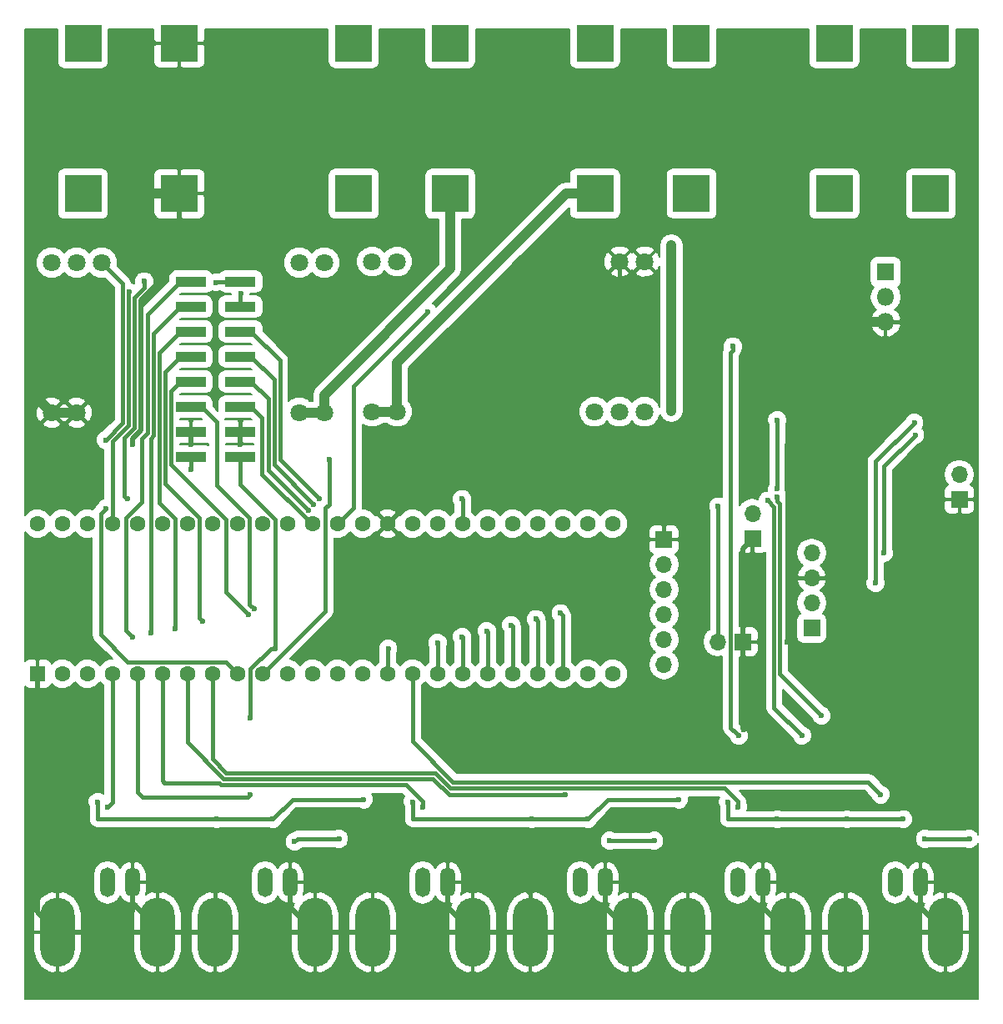
<source format=gbr>
G04 #@! TF.FileFunction,Copper,L2,Bot,Signal*
%FSLAX46Y46*%
G04 Gerber Fmt 4.6, Leading zero omitted, Abs format (unit mm)*
G04 Created by KiCad (PCBNEW 4.0.7-e2-6376~58~ubuntu17.04.1) date Thu Oct 26 14:04:45 2017*
%MOMM*%
%LPD*%
G01*
G04 APERTURE LIST*
%ADD10C,0.100000*%
%ADD11R,3.810000X3.810000*%
%ADD12R,1.800000X1.800000*%
%ADD13O,1.800000X1.800000*%
%ADD14R,1.700000X1.700000*%
%ADD15O,1.700000X1.700000*%
%ADD16O,3.500000X7.000000*%
%ADD17O,1.500000X3.000000*%
%ADD18R,3.150000X1.000000*%
%ADD19C,1.600000*%
%ADD20R,1.600000X1.600000*%
%ADD21C,1.800000*%
%ADD22C,0.600000*%
%ADD23C,0.400000*%
%ADD24C,0.500000*%
%ADD25C,1.000000*%
%ADD26C,0.200000*%
G04 APERTURE END LIST*
D10*
D11*
X99300000Y-32200000D03*
X99300000Y-47490800D03*
X89500000Y-32200000D03*
X89500000Y-47490800D03*
D12*
X119000000Y-55460000D03*
D13*
X119000000Y-58000000D03*
X119000000Y-60540000D03*
D14*
X104540000Y-93000000D03*
D15*
X102000000Y-93000000D03*
D14*
X105500000Y-82500000D03*
D15*
X105500000Y-79960000D03*
D11*
X74800000Y-32209200D03*
X74800000Y-47500000D03*
X65000000Y-32209200D03*
X65000000Y-47500000D03*
X123600000Y-32209200D03*
X123600000Y-47500000D03*
X113800000Y-32209200D03*
X113800000Y-47500000D03*
D14*
X111500000Y-91620000D03*
D15*
X111500000Y-89080000D03*
X111500000Y-86540000D03*
X111500000Y-84000000D03*
D11*
X47300000Y-32209200D03*
X47300000Y-47500000D03*
X37500000Y-32209200D03*
X37500000Y-47500000D03*
D16*
X125080000Y-122500000D03*
X114920000Y-122500000D03*
D17*
X120000000Y-117420000D03*
X122540000Y-117420000D03*
D16*
X109080000Y-122500000D03*
X98920000Y-122500000D03*
D17*
X104000000Y-117420000D03*
X106540000Y-117420000D03*
D16*
X93080000Y-122500000D03*
X82920000Y-122500000D03*
D17*
X88000000Y-117420000D03*
X90540000Y-117420000D03*
D16*
X77080000Y-122500000D03*
X66920000Y-122500000D03*
D17*
X72000000Y-117420000D03*
X74540000Y-117420000D03*
D16*
X61080000Y-122500000D03*
X50920000Y-122500000D03*
D17*
X56000000Y-117420000D03*
X58540000Y-117420000D03*
D16*
X45080000Y-122500000D03*
X34920000Y-122500000D03*
D17*
X40000000Y-117420000D03*
X42540000Y-117420000D03*
D18*
X53500000Y-56420000D03*
X48450000Y-56420000D03*
X53500000Y-58960000D03*
X48450000Y-58960000D03*
X53500000Y-61500000D03*
X48450000Y-61500000D03*
X53500000Y-64040000D03*
X48450000Y-64040000D03*
X53500000Y-66580000D03*
X48450000Y-66580000D03*
X53500000Y-69120000D03*
X48450000Y-69120000D03*
X53500000Y-71660000D03*
X48450000Y-71660000D03*
X53500000Y-74200000D03*
X48450000Y-74200000D03*
D14*
X96500000Y-82630000D03*
D15*
X96500000Y-85170000D03*
X96500000Y-87710000D03*
X96500000Y-90250000D03*
X96500000Y-92790000D03*
X96500000Y-95330000D03*
D14*
X126500000Y-78540000D03*
D15*
X126500000Y-76000000D03*
D19*
X73520000Y-96240000D03*
X76060000Y-96240000D03*
X78600000Y-96240000D03*
X81140000Y-96240000D03*
X70980000Y-96240000D03*
X68440000Y-96240000D03*
X65900000Y-96240000D03*
X83680000Y-96240000D03*
X86220000Y-96240000D03*
X88760000Y-96240000D03*
X91300000Y-96240000D03*
X91300000Y-81000000D03*
X88760000Y-81000000D03*
X86220000Y-81000000D03*
X83680000Y-81000000D03*
X81140000Y-81000000D03*
X78600000Y-81000000D03*
X76060000Y-81000000D03*
X73520000Y-81000000D03*
X63360000Y-96240000D03*
X60820000Y-96240000D03*
X58280000Y-96240000D03*
X55740000Y-96240000D03*
X53200000Y-96240000D03*
X50660000Y-96240000D03*
X48120000Y-96240000D03*
X45580000Y-96240000D03*
X43040000Y-96240000D03*
X40500000Y-96240000D03*
X37960000Y-96240000D03*
X35420000Y-96240000D03*
D20*
X32880000Y-96240000D03*
D19*
X70980000Y-81000000D03*
X68440000Y-81000000D03*
X65900000Y-81000000D03*
X63360000Y-81000000D03*
X60820000Y-81000000D03*
X58280000Y-81000000D03*
X55740000Y-81000000D03*
X53200000Y-81000000D03*
X50660000Y-81000000D03*
X48120000Y-81000000D03*
X45580000Y-81000000D03*
X43040000Y-81000000D03*
X40500000Y-81000000D03*
X37960000Y-81000000D03*
X35420000Y-81000000D03*
X32880000Y-81000000D03*
D21*
X94540000Y-54380000D03*
X92000000Y-54380000D03*
X94540000Y-69620000D03*
X92000000Y-69620000D03*
X89460000Y-69620000D03*
X69400000Y-54380000D03*
X66860000Y-54380000D03*
X69400000Y-69620000D03*
X66860000Y-69620000D03*
X34320000Y-69740000D03*
X36860000Y-69740000D03*
X34320000Y-54500000D03*
X36860000Y-54500000D03*
X39400000Y-54500000D03*
X59460000Y-69740000D03*
X62000000Y-69740000D03*
X59460000Y-54500000D03*
X62000000Y-54500000D03*
D22*
X104103324Y-102547248D03*
X103500000Y-63000000D03*
X98000000Y-109000000D03*
X66000000Y-109000000D03*
X48500000Y-75500000D03*
X51100000Y-111000000D03*
X83100000Y-111000000D03*
X115100000Y-111000000D03*
X120800000Y-111000000D03*
X88800000Y-111000000D03*
X56800000Y-111000000D03*
X108000000Y-111000000D03*
X103000000Y-109250000D03*
X71000000Y-109250000D03*
X39000000Y-109250000D03*
X104573441Y-101899938D03*
X99000000Y-55500000D03*
X110000000Y-113500000D03*
X78000000Y-113680000D03*
X109000000Y-77457509D03*
X46000000Y-113000000D03*
X42519521Y-72993192D03*
X53500000Y-73000000D03*
X115000000Y-67000000D03*
X109000000Y-93000000D03*
X48500000Y-73000000D03*
X39799990Y-72500000D03*
X69400000Y-69620000D03*
X68500000Y-93689071D03*
X57000000Y-93689071D03*
X54500000Y-100700000D03*
X118000000Y-87000000D03*
X121920646Y-70744561D03*
X118827576Y-83988074D03*
X122000000Y-72000000D03*
X39799990Y-79500000D03*
X62500000Y-74500000D03*
X97268337Y-69542731D03*
X97268341Y-52729545D03*
X72500000Y-59500000D03*
X102000000Y-79257542D03*
X73500000Y-93089060D03*
X42500000Y-92500000D03*
X44381659Y-92131893D03*
X76000000Y-92489049D03*
X107011510Y-78657531D03*
X110500000Y-102500000D03*
X46852211Y-91655914D03*
X78500000Y-91889038D03*
X108000000Y-78257522D03*
X112500000Y-100500000D03*
X49662747Y-90885286D03*
X81000000Y-91289027D03*
X60937228Y-79068505D03*
X54286534Y-90250646D03*
X83500000Y-90689016D03*
X54866973Y-89663598D03*
X86000000Y-90089005D03*
X118500000Y-108500000D03*
X104000000Y-109750000D03*
X86500000Y-108533656D03*
X40000000Y-109750000D03*
X54500000Y-108500000D03*
X72000000Y-109750000D03*
X127500000Y-113000000D03*
X123000000Y-113000000D03*
X95500000Y-113200000D03*
X91000000Y-113200000D03*
X59000000Y-113300000D03*
X63500000Y-113000000D03*
X43726644Y-56400632D03*
X42000000Y-78500000D03*
X51000000Y-56500000D03*
X53503368Y-57608177D03*
X42237597Y-57500000D03*
X60368310Y-79630956D03*
X61494982Y-78494982D03*
X76000000Y-78499978D03*
X108000000Y-77457509D03*
X108000000Y-70500000D03*
D23*
X103500000Y-63424264D02*
X103280039Y-63644225D01*
X103803325Y-102247249D02*
X104103324Y-102547248D01*
X103500000Y-63000000D02*
X103500000Y-63424264D01*
X103280039Y-101723963D02*
X103803325Y-102247249D01*
X103280039Y-63644225D02*
X103280039Y-101723963D01*
X66000000Y-109000000D02*
X58800000Y-109000000D01*
X58800000Y-109000000D02*
X56800000Y-111000000D01*
X98000000Y-109000000D02*
X90800000Y-109000000D01*
X90800000Y-109000000D02*
X88800000Y-111000000D01*
X48450000Y-74200000D02*
X48450000Y-75450000D01*
X48450000Y-75450000D02*
X48500000Y-75500000D01*
X51100000Y-111000000D02*
X56800000Y-111000000D01*
X39000000Y-111000000D02*
X51100000Y-111000000D01*
X83100000Y-111000000D02*
X88800000Y-111000000D01*
X71000000Y-111000000D02*
X83100000Y-111000000D01*
X115100000Y-111000000D02*
X120800000Y-111000000D01*
X108000000Y-111000000D02*
X115100000Y-111000000D01*
X108000000Y-111000000D02*
X103000000Y-111000000D01*
X103000000Y-109250000D02*
X103000000Y-111000000D01*
X71000000Y-109250000D02*
X71000000Y-111000000D01*
X39000000Y-109250000D02*
X39000000Y-111000000D01*
D24*
X105500000Y-82500000D02*
X104483301Y-83516699D01*
X104483301Y-83516699D02*
X104483301Y-92943301D01*
X104483301Y-92943301D02*
X104540000Y-93000000D01*
X104540000Y-101866497D02*
X104573441Y-101899938D01*
X104540000Y-93000000D02*
X104540000Y-101866497D01*
D25*
X34320000Y-69740000D02*
X32231988Y-67651988D01*
X32231988Y-67651988D02*
X32231988Y-55519990D01*
X32231988Y-55519990D02*
X32219999Y-55508001D01*
X32219999Y-55508001D02*
X32219999Y-53491999D01*
X32219999Y-53491999D02*
X34012627Y-51699371D01*
X34012627Y-51699371D02*
X40195629Y-51699371D01*
X40195629Y-51699371D02*
X44395000Y-47500000D01*
X44395000Y-47500000D02*
X47300000Y-47500000D01*
D23*
X115000000Y-61500000D02*
X115000000Y-61000000D01*
X115000000Y-67000000D02*
X115000000Y-61500000D01*
D25*
X119000000Y-60540000D02*
X115000000Y-60540000D01*
X115000000Y-60540000D02*
X104040000Y-60540000D01*
D23*
X115000000Y-61500000D02*
X115000000Y-60540000D01*
D25*
X104040000Y-60540000D02*
X99000000Y-55500000D01*
D23*
X68440000Y-81000000D02*
X92000000Y-57440000D01*
X92000000Y-57440000D02*
X92000000Y-54380000D01*
X110000000Y-113500000D02*
X114920000Y-118420000D01*
X114920000Y-118420000D02*
X114920000Y-122500000D01*
X82920000Y-122500000D02*
X82920000Y-118600000D01*
X82920000Y-118600000D02*
X78000000Y-113680000D01*
X50920000Y-122500000D02*
X50920000Y-117920000D01*
X50920000Y-117920000D02*
X46000000Y-113000000D01*
X109000000Y-93000000D02*
X109000000Y-86500000D01*
X109000000Y-86500000D02*
X109000000Y-77457509D01*
X111500000Y-86540000D02*
X109040000Y-86540000D01*
X109040000Y-86540000D02*
X109000000Y-86500000D01*
D24*
X42519521Y-72396809D02*
X42519521Y-72993192D01*
X47300000Y-54392855D02*
X43387620Y-58305235D01*
X43387620Y-58305235D02*
X43387620Y-71528710D01*
X47300000Y-47500000D02*
X47300000Y-54392855D01*
X43387620Y-71528710D02*
X42519521Y-72396809D01*
X109000000Y-73000000D02*
X109000000Y-77457509D01*
X115000000Y-67000000D02*
X109000000Y-73000000D01*
D23*
X115000000Y-62460000D02*
X115000000Y-67000000D01*
D25*
X34320000Y-69740000D02*
X36860000Y-69740000D01*
D24*
X32880000Y-96240000D02*
X32880000Y-120460000D01*
X53500000Y-71660000D02*
X53500000Y-73000000D01*
X33000000Y-96120000D02*
X32880000Y-96240000D01*
X48450000Y-71660000D02*
X48450000Y-72950000D01*
X48450000Y-72950000D02*
X48500000Y-73000000D01*
X48450000Y-71660000D02*
X49340000Y-71660000D01*
X32880000Y-120460000D02*
X34920000Y-122500000D01*
X106540000Y-117420000D02*
X106540000Y-119940000D01*
X106540000Y-119940000D02*
X109080000Y-122480000D01*
X109080000Y-122480000D02*
X109080000Y-122500000D01*
X98920000Y-122500000D02*
X109080000Y-122500000D01*
X122540000Y-119960000D02*
X125080000Y-122500000D01*
X122540000Y-117420000D02*
X122540000Y-119960000D01*
X114920000Y-122500000D02*
X125080000Y-122500000D01*
X109080000Y-122080000D02*
X109080000Y-122500000D01*
X109080000Y-122500000D02*
X114920000Y-122500000D01*
X106540000Y-118210000D02*
X106540000Y-117420000D01*
X42540000Y-117420000D02*
X42540000Y-119540000D01*
X42540000Y-119540000D02*
X45080000Y-122080000D01*
X45080000Y-122080000D02*
X45080000Y-122500000D01*
X82920000Y-122500000D02*
X93080000Y-122500000D01*
X77080000Y-122500000D02*
X82920000Y-122500000D01*
X90540000Y-119960000D02*
X93080000Y-122500000D01*
X90540000Y-117420000D02*
X90540000Y-119960000D01*
X66920000Y-122500000D02*
X77080000Y-122500000D01*
X74540000Y-118210000D02*
X74540000Y-117420000D01*
X42540000Y-118210000D02*
X42540000Y-117420000D01*
X114920000Y-122500000D02*
X125080000Y-122500000D01*
X98920000Y-122500000D02*
X109080000Y-122500000D01*
X82920000Y-122500000D02*
X93080000Y-122500000D01*
X66920000Y-122500000D02*
X77080000Y-122500000D01*
X50920000Y-122500000D02*
X61080000Y-122500000D01*
X45080000Y-122500000D02*
X50920000Y-122500000D01*
X34920000Y-122500000D02*
X45080000Y-122500000D01*
X109080000Y-122500000D02*
X114920000Y-122500000D01*
X93080000Y-122500000D02*
X98920000Y-122500000D01*
X82920000Y-122500000D02*
X77080000Y-122500000D01*
X66920000Y-122500000D02*
X61080000Y-122500000D01*
X122540000Y-119960000D02*
X125080000Y-122500000D01*
X90540000Y-119960000D02*
X93080000Y-122500000D01*
X74540000Y-117420000D02*
X74540000Y-119960000D01*
X74540000Y-119960000D02*
X77080000Y-122500000D01*
X58540000Y-117420000D02*
X58540000Y-119960000D01*
X58540000Y-119960000D02*
X61080000Y-122500000D01*
D23*
X39400000Y-54500000D02*
X41537587Y-56637587D01*
X41537587Y-70762403D02*
X39799990Y-72500000D01*
X41537587Y-56637587D02*
X41537587Y-70762403D01*
D25*
X62000000Y-67927998D02*
X62000000Y-69740000D01*
X74800000Y-55127998D02*
X62000000Y-67927998D01*
X74800000Y-47500000D02*
X74800000Y-55127998D01*
X59460000Y-69740000D02*
X62000000Y-69740000D01*
D23*
X89500000Y-69660000D02*
X89460000Y-69620000D01*
D25*
X69400000Y-64685800D02*
X69400000Y-69620000D01*
X89500000Y-47490800D02*
X86595000Y-47490800D01*
X86595000Y-47490800D02*
X69400000Y-64685800D01*
X66860000Y-69620000D02*
X69400000Y-69620000D01*
D23*
X54500000Y-100700000D02*
X54500000Y-95764807D01*
X68440000Y-93749071D02*
X68500000Y-93689071D01*
X57000000Y-80545629D02*
X57000000Y-93689071D01*
X53500000Y-74200000D02*
X53500000Y-77045629D01*
X56575736Y-93689071D02*
X57000000Y-93689071D01*
X53500000Y-77045629D02*
X57000000Y-80545629D01*
X68440000Y-96240000D02*
X68440000Y-93749071D01*
X54500000Y-95764807D02*
X56575736Y-93689071D01*
X118000000Y-74665207D02*
X118000000Y-87000000D01*
X121920646Y-70744561D02*
X118000000Y-74665207D01*
X118827576Y-83563810D02*
X118827576Y-83988074D01*
X118827576Y-75172424D02*
X118827576Y-83563810D01*
X122000000Y-72000000D02*
X118827576Y-75172424D01*
X42039999Y-95039999D02*
X39299999Y-92299999D01*
X39299999Y-92299999D02*
X39299999Y-79999991D01*
X39299999Y-79999991D02*
X39799990Y-79500000D01*
X53200000Y-96240000D02*
X51999999Y-95039999D01*
X51999999Y-95039999D02*
X42039999Y-95039999D01*
X62114294Y-89865706D02*
X62114294Y-79421710D01*
X62500000Y-79036004D02*
X62500000Y-74500000D01*
X62114294Y-79421710D02*
X62500000Y-79036004D01*
X62114294Y-89865706D02*
X55740000Y-96240000D01*
D25*
X97268341Y-69542727D02*
X97268337Y-69542731D01*
X97268341Y-52729545D02*
X97268341Y-69542727D01*
X36860000Y-48140000D02*
X37500000Y-47500000D01*
D23*
X72500000Y-59500000D02*
X64990269Y-67009731D01*
X64990269Y-67009731D02*
X64990269Y-79369731D01*
X64990269Y-79369731D02*
X63360000Y-81000000D01*
X102000000Y-93000000D02*
X102000000Y-79257542D01*
X48450000Y-56420000D02*
X47375000Y-56420000D01*
X41839999Y-80423999D02*
X41839999Y-91839999D01*
X41839999Y-91839999D02*
X42500000Y-92500000D01*
X44037631Y-59757369D02*
X44037630Y-71797954D01*
X47375000Y-56420000D02*
X44037631Y-59757369D01*
X44037630Y-71797954D02*
X43500000Y-72335584D01*
X43500000Y-78763998D02*
X41839999Y-80423999D01*
X43500000Y-72335584D02*
X43500000Y-78763998D01*
X73520000Y-96240000D02*
X73520000Y-93109060D01*
X73520000Y-93109060D02*
X73500000Y-93089060D01*
X44381659Y-91707629D02*
X44381659Y-92131893D01*
X44358994Y-91684964D02*
X44381659Y-91707629D01*
X47375000Y-58960000D02*
X44637641Y-61697359D01*
X44358994Y-72325132D02*
X44358994Y-91684964D01*
X48450000Y-58960000D02*
X47375000Y-58960000D01*
X44637641Y-61697359D02*
X44637639Y-72046487D01*
X44637639Y-72046487D02*
X44358994Y-72325132D01*
X76060000Y-92549049D02*
X76000000Y-92489049D01*
X76060000Y-96240000D02*
X76060000Y-92549049D01*
X110500000Y-102500000D02*
X107677508Y-99677508D01*
X107677508Y-99677508D02*
X107677508Y-79323529D01*
X107677508Y-79323529D02*
X107011510Y-78657531D01*
X86500000Y-80720000D02*
X86220000Y-81000000D01*
X46852211Y-80496209D02*
X46852211Y-91655914D01*
X45237651Y-78881649D02*
X46852211Y-80496209D01*
X48450000Y-61500000D02*
X47375000Y-61500000D01*
X47375000Y-61500000D02*
X45237651Y-63637349D01*
X45237651Y-63637349D02*
X45237651Y-78881649D01*
X78600000Y-96240000D02*
X78600000Y-91989038D01*
X78600000Y-91989038D02*
X78500000Y-91889038D01*
X108000000Y-78681786D02*
X108000000Y-78257522D01*
X108277519Y-78959305D02*
X108000000Y-78681786D01*
X108277519Y-96277519D02*
X108277519Y-78959305D01*
X112500000Y-100500000D02*
X108277519Y-96277519D01*
X84000000Y-80680000D02*
X83680000Y-81000000D01*
X49320001Y-90542540D02*
X49662747Y-90885286D01*
X49320001Y-80423999D02*
X49320001Y-90542540D01*
X47375000Y-64040000D02*
X45837661Y-65577339D01*
X45837661Y-65577339D02*
X45837661Y-76941659D01*
X48450000Y-64040000D02*
X47375000Y-64040000D01*
X45837661Y-76941659D02*
X49320001Y-80423999D01*
X81140000Y-96240000D02*
X81140000Y-91429027D01*
X81140000Y-91429027D02*
X81000000Y-91289027D01*
X56899989Y-75031266D02*
X60937228Y-79068505D01*
X54575000Y-64040000D02*
X56899989Y-66364989D01*
X53500000Y-64040000D02*
X54575000Y-64040000D01*
X56899989Y-66364989D02*
X56899989Y-75031266D01*
X51999999Y-87964111D02*
X54286534Y-90250646D01*
X48450000Y-66580000D02*
X47375000Y-66580000D01*
X46437670Y-67517330D02*
X46437670Y-75001668D01*
X51999999Y-80563997D02*
X51999999Y-87964111D01*
X46437670Y-75001668D02*
X51999999Y-80563997D01*
X47375000Y-66580000D02*
X46437670Y-67517330D01*
X83680000Y-96240000D02*
X83680000Y-90869016D01*
X83680000Y-90869016D02*
X83500000Y-90689016D01*
X48450000Y-66580000D02*
X49525000Y-66580000D01*
X60750000Y-96310000D02*
X60820000Y-96240000D01*
X54417181Y-80417181D02*
X54417181Y-89213806D01*
X49525000Y-69120000D02*
X51118069Y-70713069D01*
X48450000Y-69120000D02*
X49525000Y-69120000D01*
X51118069Y-70713069D02*
X51118069Y-77118069D01*
X51118069Y-77118069D02*
X54417181Y-80417181D01*
X54417181Y-89213806D02*
X54866973Y-89663598D01*
X86220000Y-90309005D02*
X86000000Y-90089005D01*
X86220000Y-96240000D02*
X86220000Y-90309005D01*
X48450000Y-69120000D02*
X47375000Y-69120000D01*
X70980000Y-96240000D02*
X70980000Y-103130002D01*
X75083633Y-107233635D02*
X117233635Y-107233635D01*
X117233635Y-107233635D02*
X118500000Y-108500000D01*
X70980000Y-103130002D02*
X75083633Y-107233635D01*
X73285147Y-106283692D02*
X52033692Y-106283692D01*
X50660000Y-97371370D02*
X50660000Y-96240000D01*
X50660000Y-104910000D02*
X50660000Y-97371370D01*
X104000000Y-109750000D02*
X104000000Y-109213998D01*
X104000000Y-109213998D02*
X102619648Y-107833646D01*
X102619648Y-107833646D02*
X74835101Y-107833646D01*
X74835101Y-107833646D02*
X73285147Y-106283692D01*
X52033692Y-106283692D02*
X50660000Y-104910000D01*
X73036615Y-106883703D02*
X74686568Y-108533656D01*
X51785160Y-106883703D02*
X73036615Y-106883703D01*
X48120000Y-103218543D02*
X51785160Y-106883703D01*
X74686568Y-108533656D02*
X86075736Y-108533656D01*
X48120000Y-96240000D02*
X48120000Y-103218543D01*
X86075736Y-108533656D02*
X86500000Y-108533656D01*
X40500000Y-96240000D02*
X40500000Y-109250000D01*
X40500000Y-109250000D02*
X40000000Y-109750000D01*
X43040000Y-108290000D02*
X43040000Y-96240000D01*
X43549999Y-108799999D02*
X43040000Y-108290000D01*
X54200001Y-108799999D02*
X43549999Y-108799999D01*
X54500000Y-108500000D02*
X54200001Y-108799999D01*
X45580000Y-107121000D02*
X45580000Y-96240000D01*
X45758998Y-107299998D02*
X45580000Y-107121000D01*
X51336000Y-107299998D02*
X45758998Y-107299998D01*
X51536002Y-107500000D02*
X51336000Y-107299998D01*
X70286002Y-107500000D02*
X51536002Y-107500000D01*
X72000000Y-109213998D02*
X70286002Y-107500000D01*
X72000000Y-109750000D02*
X72000000Y-109213998D01*
X123000000Y-113000000D02*
X127500000Y-113000000D01*
X91000000Y-113200000D02*
X95500000Y-113200000D01*
X59000000Y-113300000D02*
X59300000Y-113000000D01*
X59300000Y-113000000D02*
X63500000Y-113000000D01*
X53500000Y-69120000D02*
X54575000Y-69120000D01*
X54575000Y-69120000D02*
X55684362Y-70229362D01*
X55684362Y-70229362D02*
X55684362Y-75983010D01*
X55684362Y-75983010D02*
X60701352Y-81000000D01*
X60701352Y-81000000D02*
X60820000Y-81000000D01*
X43726644Y-57046957D02*
X43726644Y-56400632D01*
X42737609Y-58035992D02*
X43726644Y-57046957D01*
X42737609Y-71259467D02*
X42737609Y-58035992D01*
X41700001Y-78200001D02*
X41700001Y-72297075D01*
X42000000Y-78500000D02*
X41700001Y-78200001D01*
X41700001Y-72297075D02*
X42737609Y-71259467D01*
X53500000Y-56420000D02*
X51080000Y-56420000D01*
X51080000Y-56420000D02*
X51000000Y-56500000D01*
X53500000Y-57611545D02*
X53503368Y-57608177D01*
X53500000Y-58960000D02*
X53500000Y-57611545D01*
X40500000Y-72648533D02*
X42137598Y-71010935D01*
X42137598Y-57599999D02*
X42237597Y-57500000D01*
X42137598Y-71010935D02*
X42137598Y-57599999D01*
X40500000Y-81000000D02*
X40500000Y-72648533D01*
X56299978Y-75562624D02*
X60368310Y-79630956D01*
X53500000Y-66580000D02*
X54575000Y-66580000D01*
X54575000Y-66580000D02*
X56299978Y-68304978D01*
X56299978Y-68304978D02*
X56299978Y-75562624D01*
X53500000Y-61500000D02*
X54575000Y-61500000D01*
X57500000Y-64425000D02*
X57500000Y-74500000D01*
X57500000Y-74500000D02*
X61494982Y-78494982D01*
X54575000Y-61500000D02*
X57500000Y-64425000D01*
X58280000Y-81000000D02*
X58500000Y-81000000D01*
X76060000Y-81000000D02*
X76060000Y-78559978D01*
X76060000Y-78559978D02*
X76000000Y-78499978D01*
X76000000Y-80940000D02*
X76060000Y-81000000D01*
X108000000Y-70500000D02*
X108000000Y-77457509D01*
D26*
G36*
X34881287Y-34114200D02*
X34930097Y-34373604D01*
X35083405Y-34611851D01*
X35317326Y-34771682D01*
X35595000Y-34827913D01*
X39405000Y-34827913D01*
X39664404Y-34779103D01*
X39902651Y-34625795D01*
X40062482Y-34391874D01*
X40118713Y-34114200D01*
X40118713Y-32484200D01*
X44695000Y-32484200D01*
X44695000Y-34253439D01*
X44801569Y-34510718D01*
X44998482Y-34707632D01*
X45255762Y-34814200D01*
X47025000Y-34814200D01*
X47200000Y-34639200D01*
X47200000Y-32309200D01*
X47400000Y-32309200D01*
X47400000Y-34639200D01*
X47575000Y-34814200D01*
X49344238Y-34814200D01*
X49601518Y-34707632D01*
X49798431Y-34510718D01*
X49905000Y-34253439D01*
X49905000Y-32484200D01*
X49730000Y-32309200D01*
X47400000Y-32309200D01*
X47200000Y-32309200D01*
X44870000Y-32309200D01*
X44695000Y-32484200D01*
X40118713Y-32484200D01*
X40118713Y-30775000D01*
X44695000Y-30775000D01*
X44695000Y-31934200D01*
X44870000Y-32109200D01*
X47200000Y-32109200D01*
X47200000Y-32089200D01*
X47400000Y-32089200D01*
X47400000Y-32109200D01*
X49730000Y-32109200D01*
X49905000Y-31934200D01*
X49905000Y-30775000D01*
X62381287Y-30775000D01*
X62381287Y-34114200D01*
X62430097Y-34373604D01*
X62583405Y-34611851D01*
X62817326Y-34771682D01*
X63095000Y-34827913D01*
X66905000Y-34827913D01*
X67164404Y-34779103D01*
X67402651Y-34625795D01*
X67562482Y-34391874D01*
X67618713Y-34114200D01*
X67618713Y-30775000D01*
X72181287Y-30775000D01*
X72181287Y-34114200D01*
X72230097Y-34373604D01*
X72383405Y-34611851D01*
X72617326Y-34771682D01*
X72895000Y-34827913D01*
X76705000Y-34827913D01*
X76964404Y-34779103D01*
X77202651Y-34625795D01*
X77362482Y-34391874D01*
X77418713Y-34114200D01*
X77418713Y-30775000D01*
X86881287Y-30775000D01*
X86881287Y-34105000D01*
X86930097Y-34364404D01*
X87083405Y-34602651D01*
X87317326Y-34762482D01*
X87595000Y-34818713D01*
X91405000Y-34818713D01*
X91664404Y-34769903D01*
X91902651Y-34616595D01*
X92062482Y-34382674D01*
X92118713Y-34105000D01*
X92118713Y-30775000D01*
X96681287Y-30775000D01*
X96681287Y-34105000D01*
X96730097Y-34364404D01*
X96883405Y-34602651D01*
X97117326Y-34762482D01*
X97395000Y-34818713D01*
X101205000Y-34818713D01*
X101464404Y-34769903D01*
X101702651Y-34616595D01*
X101862482Y-34382674D01*
X101918713Y-34105000D01*
X101918713Y-30775000D01*
X111181287Y-30775000D01*
X111181287Y-34114200D01*
X111230097Y-34373604D01*
X111383405Y-34611851D01*
X111617326Y-34771682D01*
X111895000Y-34827913D01*
X115705000Y-34827913D01*
X115964404Y-34779103D01*
X116202651Y-34625795D01*
X116362482Y-34391874D01*
X116418713Y-34114200D01*
X116418713Y-30775000D01*
X120981287Y-30775000D01*
X120981287Y-34114200D01*
X121030097Y-34373604D01*
X121183405Y-34611851D01*
X121417326Y-34771682D01*
X121695000Y-34827913D01*
X125505000Y-34827913D01*
X125764404Y-34779103D01*
X126002651Y-34625795D01*
X126162482Y-34391874D01*
X126218713Y-34114200D01*
X126218713Y-30775000D01*
X128400000Y-30775000D01*
X128400000Y-112559523D01*
X128348253Y-112434286D01*
X128067194Y-112152736D01*
X127699785Y-112000174D01*
X127301960Y-111999827D01*
X127059523Y-112100000D01*
X123440192Y-112100000D01*
X123199785Y-112000174D01*
X122801960Y-111999827D01*
X122434286Y-112151747D01*
X122152736Y-112432806D01*
X122000174Y-112800215D01*
X121999827Y-113198040D01*
X122151747Y-113565714D01*
X122432806Y-113847264D01*
X122800215Y-113999826D01*
X123198040Y-114000173D01*
X123440477Y-113900000D01*
X127059808Y-113900000D01*
X127300215Y-113999826D01*
X127698040Y-114000173D01*
X128065714Y-113848253D01*
X128347264Y-113567194D01*
X128400000Y-113440192D01*
X128400000Y-129225000D01*
X31600000Y-129225000D01*
X31600000Y-122600000D01*
X32470000Y-122600000D01*
X32470000Y-124350000D01*
X32694763Y-125279962D01*
X33258298Y-126053122D01*
X34074812Y-126551773D01*
X34438286Y-126652176D01*
X34820000Y-126522801D01*
X34820000Y-122600000D01*
X35020000Y-122600000D01*
X35020000Y-126522801D01*
X35401714Y-126652176D01*
X35765188Y-126551773D01*
X36581702Y-126053122D01*
X37145237Y-125279962D01*
X37370000Y-124350000D01*
X37370000Y-122600000D01*
X42630000Y-122600000D01*
X42630000Y-124350000D01*
X42854763Y-125279962D01*
X43418298Y-126053122D01*
X44234812Y-126551773D01*
X44598286Y-126652176D01*
X44980000Y-126522801D01*
X44980000Y-122600000D01*
X45180000Y-122600000D01*
X45180000Y-126522801D01*
X45561714Y-126652176D01*
X45925188Y-126551773D01*
X46741702Y-126053122D01*
X47305237Y-125279962D01*
X47530000Y-124350000D01*
X47530000Y-122600000D01*
X48470000Y-122600000D01*
X48470000Y-124350000D01*
X48694763Y-125279962D01*
X49258298Y-126053122D01*
X50074812Y-126551773D01*
X50438286Y-126652176D01*
X50820000Y-126522801D01*
X50820000Y-122600000D01*
X51020000Y-122600000D01*
X51020000Y-126522801D01*
X51401714Y-126652176D01*
X51765188Y-126551773D01*
X52581702Y-126053122D01*
X53145237Y-125279962D01*
X53370000Y-124350000D01*
X53370000Y-122600000D01*
X58630000Y-122600000D01*
X58630000Y-124350000D01*
X58854763Y-125279962D01*
X59418298Y-126053122D01*
X60234812Y-126551773D01*
X60598286Y-126652176D01*
X60980000Y-126522801D01*
X60980000Y-122600000D01*
X61180000Y-122600000D01*
X61180000Y-126522801D01*
X61561714Y-126652176D01*
X61925188Y-126551773D01*
X62741702Y-126053122D01*
X63305237Y-125279962D01*
X63530000Y-124350000D01*
X63530000Y-122600000D01*
X64470000Y-122600000D01*
X64470000Y-124350000D01*
X64694763Y-125279962D01*
X65258298Y-126053122D01*
X66074812Y-126551773D01*
X66438286Y-126652176D01*
X66820000Y-126522801D01*
X66820000Y-122600000D01*
X67020000Y-122600000D01*
X67020000Y-126522801D01*
X67401714Y-126652176D01*
X67765188Y-126551773D01*
X68581702Y-126053122D01*
X69145237Y-125279962D01*
X69370000Y-124350000D01*
X69370000Y-122600000D01*
X74630000Y-122600000D01*
X74630000Y-124350000D01*
X74854763Y-125279962D01*
X75418298Y-126053122D01*
X76234812Y-126551773D01*
X76598286Y-126652176D01*
X76980000Y-126522801D01*
X76980000Y-122600000D01*
X77180000Y-122600000D01*
X77180000Y-126522801D01*
X77561714Y-126652176D01*
X77925188Y-126551773D01*
X78741702Y-126053122D01*
X79305237Y-125279962D01*
X79530000Y-124350000D01*
X79530000Y-122600000D01*
X80470000Y-122600000D01*
X80470000Y-124350000D01*
X80694763Y-125279962D01*
X81258298Y-126053122D01*
X82074812Y-126551773D01*
X82438286Y-126652176D01*
X82820000Y-126522801D01*
X82820000Y-122600000D01*
X83020000Y-122600000D01*
X83020000Y-126522801D01*
X83401714Y-126652176D01*
X83765188Y-126551773D01*
X84581702Y-126053122D01*
X85145237Y-125279962D01*
X85370000Y-124350000D01*
X85370000Y-122600000D01*
X90630000Y-122600000D01*
X90630000Y-124350000D01*
X90854763Y-125279962D01*
X91418298Y-126053122D01*
X92234812Y-126551773D01*
X92598286Y-126652176D01*
X92980000Y-126522801D01*
X92980000Y-122600000D01*
X93180000Y-122600000D01*
X93180000Y-126522801D01*
X93561714Y-126652176D01*
X93925188Y-126551773D01*
X94741702Y-126053122D01*
X95305237Y-125279962D01*
X95530000Y-124350000D01*
X95530000Y-122600000D01*
X96470000Y-122600000D01*
X96470000Y-124350000D01*
X96694763Y-125279962D01*
X97258298Y-126053122D01*
X98074812Y-126551773D01*
X98438286Y-126652176D01*
X98820000Y-126522801D01*
X98820000Y-122600000D01*
X99020000Y-122600000D01*
X99020000Y-126522801D01*
X99401714Y-126652176D01*
X99765188Y-126551773D01*
X100581702Y-126053122D01*
X101145237Y-125279962D01*
X101370000Y-124350000D01*
X101370000Y-122600000D01*
X106630000Y-122600000D01*
X106630000Y-124350000D01*
X106854763Y-125279962D01*
X107418298Y-126053122D01*
X108234812Y-126551773D01*
X108598286Y-126652176D01*
X108980000Y-126522801D01*
X108980000Y-122600000D01*
X109180000Y-122600000D01*
X109180000Y-126522801D01*
X109561714Y-126652176D01*
X109925188Y-126551773D01*
X110741702Y-126053122D01*
X111305237Y-125279962D01*
X111530000Y-124350000D01*
X111530000Y-122600000D01*
X112470000Y-122600000D01*
X112470000Y-124350000D01*
X112694763Y-125279962D01*
X113258298Y-126053122D01*
X114074812Y-126551773D01*
X114438286Y-126652176D01*
X114820000Y-126522801D01*
X114820000Y-122600000D01*
X115020000Y-122600000D01*
X115020000Y-126522801D01*
X115401714Y-126652176D01*
X115765188Y-126551773D01*
X116581702Y-126053122D01*
X117145237Y-125279962D01*
X117370000Y-124350000D01*
X117370000Y-122600000D01*
X122630000Y-122600000D01*
X122630000Y-124350000D01*
X122854763Y-125279962D01*
X123418298Y-126053122D01*
X124234812Y-126551773D01*
X124598286Y-126652176D01*
X124980000Y-126522801D01*
X124980000Y-122600000D01*
X125180000Y-122600000D01*
X125180000Y-126522801D01*
X125561714Y-126652176D01*
X125925188Y-126551773D01*
X126741702Y-126053122D01*
X127305237Y-125279962D01*
X127530000Y-124350000D01*
X127530000Y-122600000D01*
X125180000Y-122600000D01*
X124980000Y-122600000D01*
X122630000Y-122600000D01*
X117370000Y-122600000D01*
X115020000Y-122600000D01*
X114820000Y-122600000D01*
X112470000Y-122600000D01*
X111530000Y-122600000D01*
X109180000Y-122600000D01*
X108980000Y-122600000D01*
X106630000Y-122600000D01*
X101370000Y-122600000D01*
X99020000Y-122600000D01*
X98820000Y-122600000D01*
X96470000Y-122600000D01*
X95530000Y-122600000D01*
X93180000Y-122600000D01*
X92980000Y-122600000D01*
X90630000Y-122600000D01*
X85370000Y-122600000D01*
X83020000Y-122600000D01*
X82820000Y-122600000D01*
X80470000Y-122600000D01*
X79530000Y-122600000D01*
X77180000Y-122600000D01*
X76980000Y-122600000D01*
X74630000Y-122600000D01*
X69370000Y-122600000D01*
X67020000Y-122600000D01*
X66820000Y-122600000D01*
X64470000Y-122600000D01*
X63530000Y-122600000D01*
X61180000Y-122600000D01*
X60980000Y-122600000D01*
X58630000Y-122600000D01*
X53370000Y-122600000D01*
X51020000Y-122600000D01*
X50820000Y-122600000D01*
X48470000Y-122600000D01*
X47530000Y-122600000D01*
X45180000Y-122600000D01*
X44980000Y-122600000D01*
X42630000Y-122600000D01*
X37370000Y-122600000D01*
X35020000Y-122600000D01*
X34820000Y-122600000D01*
X32470000Y-122600000D01*
X31600000Y-122600000D01*
X31600000Y-120650000D01*
X32470000Y-120650000D01*
X32470000Y-122400000D01*
X34820000Y-122400000D01*
X34820000Y-118477199D01*
X35020000Y-118477199D01*
X35020000Y-122400000D01*
X37370000Y-122400000D01*
X37370000Y-120650000D01*
X42630000Y-120650000D01*
X42630000Y-122400000D01*
X44980000Y-122400000D01*
X44980000Y-118477199D01*
X45180000Y-118477199D01*
X45180000Y-122400000D01*
X47530000Y-122400000D01*
X47530000Y-120650000D01*
X48470000Y-120650000D01*
X48470000Y-122400000D01*
X50820000Y-122400000D01*
X50820000Y-118477199D01*
X51020000Y-118477199D01*
X51020000Y-122400000D01*
X53370000Y-122400000D01*
X53370000Y-120650000D01*
X58630000Y-120650000D01*
X58630000Y-122400000D01*
X60980000Y-122400000D01*
X60980000Y-118477199D01*
X61180000Y-118477199D01*
X61180000Y-122400000D01*
X63530000Y-122400000D01*
X63530000Y-120650000D01*
X64470000Y-120650000D01*
X64470000Y-122400000D01*
X66820000Y-122400000D01*
X66820000Y-118477199D01*
X67020000Y-118477199D01*
X67020000Y-122400000D01*
X69370000Y-122400000D01*
X69370000Y-120650000D01*
X74630000Y-120650000D01*
X74630000Y-122400000D01*
X76980000Y-122400000D01*
X76980000Y-118477199D01*
X77180000Y-118477199D01*
X77180000Y-122400000D01*
X79530000Y-122400000D01*
X79530000Y-120650000D01*
X80470000Y-120650000D01*
X80470000Y-122400000D01*
X82820000Y-122400000D01*
X82820000Y-118477199D01*
X83020000Y-118477199D01*
X83020000Y-122400000D01*
X85370000Y-122400000D01*
X85370000Y-120650000D01*
X90630000Y-120650000D01*
X90630000Y-122400000D01*
X92980000Y-122400000D01*
X92980000Y-118477199D01*
X93180000Y-118477199D01*
X93180000Y-122400000D01*
X95530000Y-122400000D01*
X95530000Y-120650000D01*
X96470000Y-120650000D01*
X96470000Y-122400000D01*
X98820000Y-122400000D01*
X98820000Y-118477199D01*
X99020000Y-118477199D01*
X99020000Y-122400000D01*
X101370000Y-122400000D01*
X101370000Y-120650000D01*
X106630000Y-120650000D01*
X106630000Y-122400000D01*
X108980000Y-122400000D01*
X108980000Y-118477199D01*
X109180000Y-118477199D01*
X109180000Y-122400000D01*
X111530000Y-122400000D01*
X111530000Y-120650000D01*
X112470000Y-120650000D01*
X112470000Y-122400000D01*
X114820000Y-122400000D01*
X114820000Y-118477199D01*
X115020000Y-118477199D01*
X115020000Y-122400000D01*
X117370000Y-122400000D01*
X117370000Y-120650000D01*
X122630000Y-120650000D01*
X122630000Y-122400000D01*
X124980000Y-122400000D01*
X124980000Y-118477199D01*
X125180000Y-118477199D01*
X125180000Y-122400000D01*
X127530000Y-122400000D01*
X127530000Y-120650000D01*
X127305237Y-119720038D01*
X126741702Y-118946878D01*
X125925188Y-118448227D01*
X125561714Y-118347824D01*
X125180000Y-118477199D01*
X124980000Y-118477199D01*
X124598286Y-118347824D01*
X124234812Y-118448227D01*
X123883285Y-118662907D01*
X123990000Y-118270000D01*
X123990000Y-117520000D01*
X122640000Y-117520000D01*
X122640000Y-119441072D01*
X122865059Y-119583095D01*
X122975123Y-119554906D01*
X122854763Y-119720038D01*
X122630000Y-120650000D01*
X117370000Y-120650000D01*
X117145237Y-119720038D01*
X116581702Y-118946878D01*
X115765188Y-118448227D01*
X115401714Y-118347824D01*
X115020000Y-118477199D01*
X114820000Y-118477199D01*
X114438286Y-118347824D01*
X114074812Y-118448227D01*
X113258298Y-118946878D01*
X112694763Y-119720038D01*
X112470000Y-120650000D01*
X111530000Y-120650000D01*
X111305237Y-119720038D01*
X110741702Y-118946878D01*
X109925188Y-118448227D01*
X109561714Y-118347824D01*
X109180000Y-118477199D01*
X108980000Y-118477199D01*
X108598286Y-118347824D01*
X108234812Y-118448227D01*
X107883285Y-118662907D01*
X107990000Y-118270000D01*
X107990000Y-117520000D01*
X106640000Y-117520000D01*
X106640000Y-119441072D01*
X106865059Y-119583095D01*
X106975123Y-119554906D01*
X106854763Y-119720038D01*
X106630000Y-120650000D01*
X101370000Y-120650000D01*
X101145237Y-119720038D01*
X100581702Y-118946878D01*
X99765188Y-118448227D01*
X99401714Y-118347824D01*
X99020000Y-118477199D01*
X98820000Y-118477199D01*
X98438286Y-118347824D01*
X98074812Y-118448227D01*
X97258298Y-118946878D01*
X96694763Y-119720038D01*
X96470000Y-120650000D01*
X95530000Y-120650000D01*
X95305237Y-119720038D01*
X94741702Y-118946878D01*
X93925188Y-118448227D01*
X93561714Y-118347824D01*
X93180000Y-118477199D01*
X92980000Y-118477199D01*
X92598286Y-118347824D01*
X92234812Y-118448227D01*
X91883285Y-118662907D01*
X91990000Y-118270000D01*
X91990000Y-117520000D01*
X90640000Y-117520000D01*
X90640000Y-119441072D01*
X90865059Y-119583095D01*
X90975123Y-119554906D01*
X90854763Y-119720038D01*
X90630000Y-120650000D01*
X85370000Y-120650000D01*
X85145237Y-119720038D01*
X84581702Y-118946878D01*
X83765188Y-118448227D01*
X83401714Y-118347824D01*
X83020000Y-118477199D01*
X82820000Y-118477199D01*
X82438286Y-118347824D01*
X82074812Y-118448227D01*
X81258298Y-118946878D01*
X80694763Y-119720038D01*
X80470000Y-120650000D01*
X79530000Y-120650000D01*
X79305237Y-119720038D01*
X78741702Y-118946878D01*
X77925188Y-118448227D01*
X77561714Y-118347824D01*
X77180000Y-118477199D01*
X76980000Y-118477199D01*
X76598286Y-118347824D01*
X76234812Y-118448227D01*
X75883285Y-118662907D01*
X75990000Y-118270000D01*
X75990000Y-117520000D01*
X74640000Y-117520000D01*
X74640000Y-119441072D01*
X74865059Y-119583095D01*
X74975123Y-119554906D01*
X74854763Y-119720038D01*
X74630000Y-120650000D01*
X69370000Y-120650000D01*
X69145237Y-119720038D01*
X68581702Y-118946878D01*
X67765188Y-118448227D01*
X67401714Y-118347824D01*
X67020000Y-118477199D01*
X66820000Y-118477199D01*
X66438286Y-118347824D01*
X66074812Y-118448227D01*
X65258298Y-118946878D01*
X64694763Y-119720038D01*
X64470000Y-120650000D01*
X63530000Y-120650000D01*
X63305237Y-119720038D01*
X62741702Y-118946878D01*
X61925188Y-118448227D01*
X61561714Y-118347824D01*
X61180000Y-118477199D01*
X60980000Y-118477199D01*
X60598286Y-118347824D01*
X60234812Y-118448227D01*
X59883285Y-118662907D01*
X59990000Y-118270000D01*
X59990000Y-117520000D01*
X58640000Y-117520000D01*
X58640000Y-119441072D01*
X58865059Y-119583095D01*
X58975123Y-119554906D01*
X58854763Y-119720038D01*
X58630000Y-120650000D01*
X53370000Y-120650000D01*
X53145237Y-119720038D01*
X52581702Y-118946878D01*
X51765188Y-118448227D01*
X51401714Y-118347824D01*
X51020000Y-118477199D01*
X50820000Y-118477199D01*
X50438286Y-118347824D01*
X50074812Y-118448227D01*
X49258298Y-118946878D01*
X48694763Y-119720038D01*
X48470000Y-120650000D01*
X47530000Y-120650000D01*
X47305237Y-119720038D01*
X46741702Y-118946878D01*
X45925188Y-118448227D01*
X45561714Y-118347824D01*
X45180000Y-118477199D01*
X44980000Y-118477199D01*
X44598286Y-118347824D01*
X44234812Y-118448227D01*
X43883285Y-118662907D01*
X43990000Y-118270000D01*
X43990000Y-117520000D01*
X42640000Y-117520000D01*
X42640000Y-119441072D01*
X42865059Y-119583095D01*
X42975123Y-119554906D01*
X42854763Y-119720038D01*
X42630000Y-120650000D01*
X37370000Y-120650000D01*
X37145237Y-119720038D01*
X36581702Y-118946878D01*
X35765188Y-118448227D01*
X35401714Y-118347824D01*
X35020000Y-118477199D01*
X34820000Y-118477199D01*
X34438286Y-118347824D01*
X34074812Y-118448227D01*
X33258298Y-118946878D01*
X32694763Y-119720038D01*
X32470000Y-120650000D01*
X31600000Y-120650000D01*
X31600000Y-116626899D01*
X38550000Y-116626899D01*
X38550000Y-118213101D01*
X38660375Y-118767992D01*
X38974695Y-119238406D01*
X39445109Y-119552726D01*
X40000000Y-119663101D01*
X40554891Y-119552726D01*
X41025305Y-119238406D01*
X41275137Y-118864505D01*
X41585406Y-119266016D01*
X42077497Y-119547894D01*
X42214941Y-119583095D01*
X42440000Y-119441072D01*
X42440000Y-117520000D01*
X42420000Y-117520000D01*
X42420000Y-117320000D01*
X42440000Y-117320000D01*
X42440000Y-115398928D01*
X42640000Y-115398928D01*
X42640000Y-117320000D01*
X43990000Y-117320000D01*
X43990000Y-116626899D01*
X54550000Y-116626899D01*
X54550000Y-118213101D01*
X54660375Y-118767992D01*
X54974695Y-119238406D01*
X55445109Y-119552726D01*
X56000000Y-119663101D01*
X56554891Y-119552726D01*
X57025305Y-119238406D01*
X57275137Y-118864505D01*
X57585406Y-119266016D01*
X58077497Y-119547894D01*
X58214941Y-119583095D01*
X58440000Y-119441072D01*
X58440000Y-117520000D01*
X58420000Y-117520000D01*
X58420000Y-117320000D01*
X58440000Y-117320000D01*
X58440000Y-115398928D01*
X58640000Y-115398928D01*
X58640000Y-117320000D01*
X59990000Y-117320000D01*
X59990000Y-116626899D01*
X70550000Y-116626899D01*
X70550000Y-118213101D01*
X70660375Y-118767992D01*
X70974695Y-119238406D01*
X71445109Y-119552726D01*
X72000000Y-119663101D01*
X72554891Y-119552726D01*
X73025305Y-119238406D01*
X73275137Y-118864505D01*
X73585406Y-119266016D01*
X74077497Y-119547894D01*
X74214941Y-119583095D01*
X74440000Y-119441072D01*
X74440000Y-117520000D01*
X74420000Y-117520000D01*
X74420000Y-117320000D01*
X74440000Y-117320000D01*
X74440000Y-115398928D01*
X74640000Y-115398928D01*
X74640000Y-117320000D01*
X75990000Y-117320000D01*
X75990000Y-116626899D01*
X86550000Y-116626899D01*
X86550000Y-118213101D01*
X86660375Y-118767992D01*
X86974695Y-119238406D01*
X87445109Y-119552726D01*
X88000000Y-119663101D01*
X88554891Y-119552726D01*
X89025305Y-119238406D01*
X89275137Y-118864505D01*
X89585406Y-119266016D01*
X90077497Y-119547894D01*
X90214941Y-119583095D01*
X90440000Y-119441072D01*
X90440000Y-117520000D01*
X90420000Y-117520000D01*
X90420000Y-117320000D01*
X90440000Y-117320000D01*
X90440000Y-115398928D01*
X90640000Y-115398928D01*
X90640000Y-117320000D01*
X91990000Y-117320000D01*
X91990000Y-116626899D01*
X102550000Y-116626899D01*
X102550000Y-118213101D01*
X102660375Y-118767992D01*
X102974695Y-119238406D01*
X103445109Y-119552726D01*
X104000000Y-119663101D01*
X104554891Y-119552726D01*
X105025305Y-119238406D01*
X105275137Y-118864505D01*
X105585406Y-119266016D01*
X106077497Y-119547894D01*
X106214941Y-119583095D01*
X106440000Y-119441072D01*
X106440000Y-117520000D01*
X106420000Y-117520000D01*
X106420000Y-117320000D01*
X106440000Y-117320000D01*
X106440000Y-115398928D01*
X106640000Y-115398928D01*
X106640000Y-117320000D01*
X107990000Y-117320000D01*
X107990000Y-116626899D01*
X118550000Y-116626899D01*
X118550000Y-118213101D01*
X118660375Y-118767992D01*
X118974695Y-119238406D01*
X119445109Y-119552726D01*
X120000000Y-119663101D01*
X120554891Y-119552726D01*
X121025305Y-119238406D01*
X121275137Y-118864505D01*
X121585406Y-119266016D01*
X122077497Y-119547894D01*
X122214941Y-119583095D01*
X122440000Y-119441072D01*
X122440000Y-117520000D01*
X122420000Y-117520000D01*
X122420000Y-117320000D01*
X122440000Y-117320000D01*
X122440000Y-115398928D01*
X122640000Y-115398928D01*
X122640000Y-117320000D01*
X123990000Y-117320000D01*
X123990000Y-116570000D01*
X123841357Y-116022721D01*
X123494594Y-115573984D01*
X123002503Y-115292106D01*
X122865059Y-115256905D01*
X122640000Y-115398928D01*
X122440000Y-115398928D01*
X122214941Y-115256905D01*
X122077497Y-115292106D01*
X121585406Y-115573984D01*
X121275137Y-115975495D01*
X121025305Y-115601594D01*
X120554891Y-115287274D01*
X120000000Y-115176899D01*
X119445109Y-115287274D01*
X118974695Y-115601594D01*
X118660375Y-116072008D01*
X118550000Y-116626899D01*
X107990000Y-116626899D01*
X107990000Y-116570000D01*
X107841357Y-116022721D01*
X107494594Y-115573984D01*
X107002503Y-115292106D01*
X106865059Y-115256905D01*
X106640000Y-115398928D01*
X106440000Y-115398928D01*
X106214941Y-115256905D01*
X106077497Y-115292106D01*
X105585406Y-115573984D01*
X105275137Y-115975495D01*
X105025305Y-115601594D01*
X104554891Y-115287274D01*
X104000000Y-115176899D01*
X103445109Y-115287274D01*
X102974695Y-115601594D01*
X102660375Y-116072008D01*
X102550000Y-116626899D01*
X91990000Y-116626899D01*
X91990000Y-116570000D01*
X91841357Y-116022721D01*
X91494594Y-115573984D01*
X91002503Y-115292106D01*
X90865059Y-115256905D01*
X90640000Y-115398928D01*
X90440000Y-115398928D01*
X90214941Y-115256905D01*
X90077497Y-115292106D01*
X89585406Y-115573984D01*
X89275137Y-115975495D01*
X89025305Y-115601594D01*
X88554891Y-115287274D01*
X88000000Y-115176899D01*
X87445109Y-115287274D01*
X86974695Y-115601594D01*
X86660375Y-116072008D01*
X86550000Y-116626899D01*
X75990000Y-116626899D01*
X75990000Y-116570000D01*
X75841357Y-116022721D01*
X75494594Y-115573984D01*
X75002503Y-115292106D01*
X74865059Y-115256905D01*
X74640000Y-115398928D01*
X74440000Y-115398928D01*
X74214941Y-115256905D01*
X74077497Y-115292106D01*
X73585406Y-115573984D01*
X73275137Y-115975495D01*
X73025305Y-115601594D01*
X72554891Y-115287274D01*
X72000000Y-115176899D01*
X71445109Y-115287274D01*
X70974695Y-115601594D01*
X70660375Y-116072008D01*
X70550000Y-116626899D01*
X59990000Y-116626899D01*
X59990000Y-116570000D01*
X59841357Y-116022721D01*
X59494594Y-115573984D01*
X59002503Y-115292106D01*
X58865059Y-115256905D01*
X58640000Y-115398928D01*
X58440000Y-115398928D01*
X58214941Y-115256905D01*
X58077497Y-115292106D01*
X57585406Y-115573984D01*
X57275137Y-115975495D01*
X57025305Y-115601594D01*
X56554891Y-115287274D01*
X56000000Y-115176899D01*
X55445109Y-115287274D01*
X54974695Y-115601594D01*
X54660375Y-116072008D01*
X54550000Y-116626899D01*
X43990000Y-116626899D01*
X43990000Y-116570000D01*
X43841357Y-116022721D01*
X43494594Y-115573984D01*
X43002503Y-115292106D01*
X42865059Y-115256905D01*
X42640000Y-115398928D01*
X42440000Y-115398928D01*
X42214941Y-115256905D01*
X42077497Y-115292106D01*
X41585406Y-115573984D01*
X41275137Y-115975495D01*
X41025305Y-115601594D01*
X40554891Y-115287274D01*
X40000000Y-115176899D01*
X39445109Y-115287274D01*
X38974695Y-115601594D01*
X38660375Y-116072008D01*
X38550000Y-116626899D01*
X31600000Y-116626899D01*
X31600000Y-113498040D01*
X57999827Y-113498040D01*
X58151747Y-113865714D01*
X58432806Y-114147264D01*
X58800215Y-114299826D01*
X59198040Y-114300173D01*
X59565714Y-114148253D01*
X59814401Y-113900000D01*
X63059808Y-113900000D01*
X63300215Y-113999826D01*
X63698040Y-114000173D01*
X64065714Y-113848253D01*
X64347264Y-113567194D01*
X64417503Y-113398040D01*
X89999827Y-113398040D01*
X90151747Y-113765714D01*
X90432806Y-114047264D01*
X90800215Y-114199826D01*
X91198040Y-114200173D01*
X91440477Y-114100000D01*
X95059808Y-114100000D01*
X95300215Y-114199826D01*
X95698040Y-114200173D01*
X96065714Y-114048253D01*
X96347264Y-113767194D01*
X96499826Y-113399785D01*
X96500173Y-113001960D01*
X96348253Y-112634286D01*
X96067194Y-112352736D01*
X95699785Y-112200174D01*
X95301960Y-112199827D01*
X95059523Y-112300000D01*
X91440192Y-112300000D01*
X91199785Y-112200174D01*
X90801960Y-112199827D01*
X90434286Y-112351747D01*
X90152736Y-112632806D01*
X90000174Y-113000215D01*
X89999827Y-113398040D01*
X64417503Y-113398040D01*
X64499826Y-113199785D01*
X64500173Y-112801960D01*
X64348253Y-112434286D01*
X64067194Y-112152736D01*
X63699785Y-112000174D01*
X63301960Y-111999827D01*
X63059523Y-112100000D01*
X59300000Y-112100000D01*
X58955585Y-112168508D01*
X58689524Y-112346285D01*
X58434286Y-112451747D01*
X58152736Y-112732806D01*
X58000174Y-113100215D01*
X57999827Y-113498040D01*
X31600000Y-113498040D01*
X31600000Y-97549949D01*
X31683482Y-97633431D01*
X31940761Y-97740000D01*
X32605000Y-97740000D01*
X32780000Y-97565000D01*
X32780000Y-96340000D01*
X32760000Y-96340000D01*
X32760000Y-96140000D01*
X32780000Y-96140000D01*
X32780000Y-94915000D01*
X32605000Y-94740000D01*
X31940761Y-94740000D01*
X31683482Y-94846569D01*
X31600000Y-94930051D01*
X31600000Y-81830130D01*
X31607620Y-81848572D01*
X32029209Y-82270897D01*
X32580323Y-82499739D01*
X33177059Y-82500260D01*
X33728572Y-82272380D01*
X34150365Y-81851322D01*
X34569209Y-82270897D01*
X35120323Y-82499739D01*
X35717059Y-82500260D01*
X36268572Y-82272380D01*
X36690365Y-81851322D01*
X37109209Y-82270897D01*
X37660323Y-82499739D01*
X38257059Y-82500260D01*
X38399999Y-82441199D01*
X38399999Y-92299999D01*
X38468507Y-92644414D01*
X38663603Y-92936395D01*
X40467179Y-94739971D01*
X40202941Y-94739740D01*
X39651428Y-94967620D01*
X39229635Y-95388678D01*
X38810791Y-94969103D01*
X38259677Y-94740261D01*
X37662941Y-94739740D01*
X37111428Y-94967620D01*
X36689635Y-95388678D01*
X36270791Y-94969103D01*
X35719677Y-94740261D01*
X35122941Y-94739740D01*
X34571428Y-94967620D01*
X34338374Y-95200268D01*
X34273432Y-95043482D01*
X34076518Y-94846569D01*
X33819239Y-94740000D01*
X33155000Y-94740000D01*
X32980000Y-94915000D01*
X32980000Y-96140000D01*
X33000000Y-96140000D01*
X33000000Y-96340000D01*
X32980000Y-96340000D01*
X32980000Y-97565000D01*
X33155000Y-97740000D01*
X33819239Y-97740000D01*
X34076518Y-97633431D01*
X34273432Y-97436518D01*
X34338396Y-97279681D01*
X34569209Y-97510897D01*
X35120323Y-97739739D01*
X35717059Y-97740260D01*
X36268572Y-97512380D01*
X36690365Y-97091322D01*
X37109209Y-97510897D01*
X37660323Y-97739739D01*
X38257059Y-97740260D01*
X38808572Y-97512380D01*
X39230365Y-97091322D01*
X39600000Y-97461602D01*
X39600000Y-108435599D01*
X39567194Y-108402736D01*
X39199785Y-108250174D01*
X38801960Y-108249827D01*
X38434286Y-108401747D01*
X38152736Y-108682806D01*
X38000174Y-109050215D01*
X37999827Y-109448040D01*
X38100000Y-109690477D01*
X38100000Y-111000000D01*
X38168508Y-111344415D01*
X38363604Y-111636396D01*
X38655585Y-111831492D01*
X39000000Y-111900000D01*
X50659808Y-111900000D01*
X50900215Y-111999826D01*
X51298040Y-112000173D01*
X51540477Y-111900000D01*
X56359808Y-111900000D01*
X56600215Y-111999826D01*
X56998040Y-112000173D01*
X57365714Y-111848253D01*
X57647264Y-111567194D01*
X57747860Y-111324932D01*
X59172792Y-109900000D01*
X65559808Y-109900000D01*
X65800215Y-109999826D01*
X66198040Y-110000173D01*
X66565714Y-109848253D01*
X66847264Y-109567194D01*
X66999826Y-109199785D01*
X67000173Y-108801960D01*
X66848253Y-108434286D01*
X66814027Y-108400000D01*
X69913210Y-108400000D01*
X70174395Y-108661185D01*
X70152736Y-108682806D01*
X70000174Y-109050215D01*
X69999827Y-109448040D01*
X70100000Y-109690477D01*
X70100000Y-111000000D01*
X70168508Y-111344415D01*
X70363604Y-111636396D01*
X70655585Y-111831492D01*
X71000000Y-111900000D01*
X82659808Y-111900000D01*
X82900215Y-111999826D01*
X83298040Y-112000173D01*
X83540477Y-111900000D01*
X88359808Y-111900000D01*
X88600215Y-111999826D01*
X88998040Y-112000173D01*
X89365714Y-111848253D01*
X89647264Y-111567194D01*
X89747860Y-111324932D01*
X91172792Y-109900000D01*
X97559808Y-109900000D01*
X97800215Y-109999826D01*
X98198040Y-110000173D01*
X98565714Y-109848253D01*
X98847264Y-109567194D01*
X98999826Y-109199785D01*
X99000173Y-108801960D01*
X98971946Y-108733646D01*
X102131625Y-108733646D01*
X102000174Y-109050215D01*
X101999827Y-109448040D01*
X102100000Y-109690477D01*
X102100000Y-111000000D01*
X102168508Y-111344415D01*
X102363604Y-111636396D01*
X102655585Y-111831492D01*
X103000000Y-111900000D01*
X107559808Y-111900000D01*
X107800215Y-111999826D01*
X108198040Y-112000173D01*
X108440477Y-111900000D01*
X114659808Y-111900000D01*
X114900215Y-111999826D01*
X115298040Y-112000173D01*
X115540477Y-111900000D01*
X120359808Y-111900000D01*
X120600215Y-111999826D01*
X120998040Y-112000173D01*
X121365714Y-111848253D01*
X121647264Y-111567194D01*
X121799826Y-111199785D01*
X121800173Y-110801960D01*
X121648253Y-110434286D01*
X121367194Y-110152736D01*
X120999785Y-110000174D01*
X120601960Y-109999827D01*
X120359523Y-110100000D01*
X115540192Y-110100000D01*
X115299785Y-110000174D01*
X114901960Y-109999827D01*
X114659523Y-110100000D01*
X108440192Y-110100000D01*
X108199785Y-110000174D01*
X107801960Y-109999827D01*
X107559523Y-110100000D01*
X104937451Y-110100000D01*
X104999826Y-109949785D01*
X105000173Y-109551960D01*
X104900000Y-109309523D01*
X104900000Y-109213998D01*
X104831492Y-108869583D01*
X104636396Y-108577602D01*
X104192429Y-108133635D01*
X116860843Y-108133635D01*
X117552341Y-108825133D01*
X117651747Y-109065714D01*
X117932806Y-109347264D01*
X118300215Y-109499826D01*
X118698040Y-109500173D01*
X119065714Y-109348253D01*
X119347264Y-109067194D01*
X119499826Y-108699785D01*
X119500173Y-108301960D01*
X119348253Y-107934286D01*
X119067194Y-107652736D01*
X118824932Y-107552140D01*
X117870031Y-106597239D01*
X117578050Y-106402143D01*
X117233635Y-106333635D01*
X75456425Y-106333635D01*
X71880000Y-102757210D01*
X71880000Y-97461042D01*
X72250365Y-97091322D01*
X72669209Y-97510897D01*
X73220323Y-97739739D01*
X73817059Y-97740260D01*
X74368572Y-97512380D01*
X74790365Y-97091322D01*
X75209209Y-97510897D01*
X75760323Y-97739739D01*
X76357059Y-97740260D01*
X76908572Y-97512380D01*
X77330365Y-97091322D01*
X77749209Y-97510897D01*
X78300323Y-97739739D01*
X78897059Y-97740260D01*
X79448572Y-97512380D01*
X79870365Y-97091322D01*
X80289209Y-97510897D01*
X80840323Y-97739739D01*
X81437059Y-97740260D01*
X81988572Y-97512380D01*
X82410365Y-97091322D01*
X82829209Y-97510897D01*
X83380323Y-97739739D01*
X83977059Y-97740260D01*
X84528572Y-97512380D01*
X84950365Y-97091322D01*
X85369209Y-97510897D01*
X85920323Y-97739739D01*
X86517059Y-97740260D01*
X87068572Y-97512380D01*
X87490365Y-97091322D01*
X87909209Y-97510897D01*
X88460323Y-97739739D01*
X89057059Y-97740260D01*
X89608572Y-97512380D01*
X90030365Y-97091322D01*
X90449209Y-97510897D01*
X91000323Y-97739739D01*
X91597059Y-97740260D01*
X92148572Y-97512380D01*
X92570897Y-97090791D01*
X92799739Y-96539677D01*
X92800260Y-95942941D01*
X92572380Y-95391428D01*
X92150791Y-94969103D01*
X91599677Y-94740261D01*
X91002941Y-94739740D01*
X90451428Y-94967620D01*
X90029635Y-95388678D01*
X89610791Y-94969103D01*
X89059677Y-94740261D01*
X88462941Y-94739740D01*
X87911428Y-94967620D01*
X87489635Y-95388678D01*
X87120000Y-95018398D01*
X87120000Y-90309005D01*
X87051492Y-89964590D01*
X86996731Y-89882634D01*
X86848253Y-89523291D01*
X86567194Y-89241741D01*
X86199785Y-89089179D01*
X85801960Y-89088832D01*
X85434286Y-89240752D01*
X85152736Y-89521811D01*
X85000174Y-89889220D01*
X84999827Y-90287045D01*
X85151747Y-90654719D01*
X85320000Y-90823266D01*
X85320000Y-95018958D01*
X84949635Y-95388678D01*
X84580000Y-95018398D01*
X84580000Y-90869016D01*
X84560305Y-90770000D01*
X84511492Y-90524600D01*
X84500158Y-90507638D01*
X84500173Y-90490976D01*
X84348253Y-90123302D01*
X84067194Y-89841752D01*
X83699785Y-89689190D01*
X83301960Y-89688843D01*
X82934286Y-89840763D01*
X82652736Y-90121822D01*
X82500174Y-90489231D01*
X82499827Y-90887056D01*
X82651747Y-91254730D01*
X82780000Y-91383207D01*
X82780000Y-95018958D01*
X82409635Y-95388678D01*
X82040000Y-95018398D01*
X82040000Y-91429027D01*
X82000053Y-91228200D01*
X82000173Y-91090987D01*
X81848253Y-90723313D01*
X81567194Y-90441763D01*
X81199785Y-90289201D01*
X80801960Y-90288854D01*
X80434286Y-90440774D01*
X80152736Y-90721833D01*
X80000174Y-91089242D01*
X79999827Y-91487067D01*
X80151747Y-91854741D01*
X80240000Y-91943148D01*
X80240000Y-95018958D01*
X79869635Y-95388678D01*
X79500000Y-95018398D01*
X79500000Y-91989038D01*
X79499913Y-91988603D01*
X79500173Y-91690998D01*
X79348253Y-91323324D01*
X79067194Y-91041774D01*
X78699785Y-90889212D01*
X78301960Y-90888865D01*
X77934286Y-91040785D01*
X77652736Y-91321844D01*
X77500174Y-91689253D01*
X77499827Y-92087078D01*
X77651747Y-92454752D01*
X77700000Y-92503089D01*
X77700000Y-95018958D01*
X77329635Y-95388678D01*
X76960000Y-95018398D01*
X76960000Y-92784745D01*
X76999826Y-92688834D01*
X77000173Y-92291009D01*
X76848253Y-91923335D01*
X76567194Y-91641785D01*
X76199785Y-91489223D01*
X75801960Y-91488876D01*
X75434286Y-91640796D01*
X75152736Y-91921855D01*
X75000174Y-92289264D01*
X74999827Y-92687089D01*
X75151747Y-93054763D01*
X75160000Y-93063030D01*
X75160000Y-95018958D01*
X74789635Y-95388678D01*
X74420000Y-95018398D01*
X74420000Y-93481087D01*
X74499826Y-93288845D01*
X74500173Y-92891020D01*
X74348253Y-92523346D01*
X74067194Y-92241796D01*
X73699785Y-92089234D01*
X73301960Y-92088887D01*
X72934286Y-92240807D01*
X72652736Y-92521866D01*
X72500174Y-92889275D01*
X72499827Y-93287100D01*
X72620000Y-93577940D01*
X72620000Y-95018958D01*
X72249635Y-95388678D01*
X71830791Y-94969103D01*
X71279677Y-94740261D01*
X70682941Y-94739740D01*
X70131428Y-94967620D01*
X69709635Y-95388678D01*
X69340000Y-95018398D01*
X69340000Y-94263516D01*
X69347264Y-94256265D01*
X69499826Y-93888856D01*
X69500173Y-93491031D01*
X69348253Y-93123357D01*
X69067194Y-92841807D01*
X68699785Y-92689245D01*
X68301960Y-92688898D01*
X67934286Y-92840818D01*
X67652736Y-93121877D01*
X67500174Y-93489286D01*
X67499827Y-93887111D01*
X67540000Y-93984337D01*
X67540000Y-95018958D01*
X67169635Y-95388678D01*
X66750791Y-94969103D01*
X66199677Y-94740261D01*
X65602941Y-94739740D01*
X65051428Y-94967620D01*
X64629635Y-95388678D01*
X64210791Y-94969103D01*
X63659677Y-94740261D01*
X63062941Y-94739740D01*
X62511428Y-94967620D01*
X62089635Y-95388678D01*
X61670791Y-94969103D01*
X61119677Y-94740261D01*
X60522941Y-94739740D01*
X59971428Y-94967620D01*
X59549635Y-95388678D01*
X59130791Y-94969103D01*
X58579677Y-94740261D01*
X58512590Y-94740202D01*
X62750690Y-90502102D01*
X62945786Y-90210121D01*
X63014294Y-89865706D01*
X63014294Y-85170000D01*
X94919634Y-85170000D01*
X95037621Y-85763159D01*
X95373618Y-86266016D01*
X95634004Y-86440000D01*
X95373618Y-86613984D01*
X95037621Y-87116841D01*
X94919634Y-87710000D01*
X95037621Y-88303159D01*
X95373618Y-88806016D01*
X95634004Y-88980000D01*
X95373618Y-89153984D01*
X95037621Y-89656841D01*
X94919634Y-90250000D01*
X95037621Y-90843159D01*
X95373618Y-91346016D01*
X95634004Y-91520000D01*
X95373618Y-91693984D01*
X95037621Y-92196841D01*
X94919634Y-92790000D01*
X95037621Y-93383159D01*
X95373618Y-93886016D01*
X95634004Y-94060000D01*
X95373618Y-94233984D01*
X95037621Y-94736841D01*
X94919634Y-95330000D01*
X95037621Y-95923159D01*
X95373618Y-96426016D01*
X95876475Y-96762013D01*
X96469634Y-96880000D01*
X96530366Y-96880000D01*
X97123525Y-96762013D01*
X97626382Y-96426016D01*
X97962379Y-95923159D01*
X98080366Y-95330000D01*
X97962379Y-94736841D01*
X97626382Y-94233984D01*
X97365996Y-94060000D01*
X97626382Y-93886016D01*
X97962379Y-93383159D01*
X98044634Y-92969634D01*
X100450000Y-92969634D01*
X100450000Y-93030366D01*
X100567987Y-93623525D01*
X100903984Y-94126382D01*
X101406841Y-94462379D01*
X102000000Y-94580366D01*
X102380039Y-94504771D01*
X102380039Y-101723963D01*
X102448547Y-102068378D01*
X102643643Y-102360359D01*
X103155665Y-102872381D01*
X103255071Y-103112962D01*
X103536130Y-103394512D01*
X103903539Y-103547074D01*
X104301364Y-103547421D01*
X104669038Y-103395501D01*
X104950588Y-103114442D01*
X105103150Y-102747033D01*
X105103497Y-102349208D01*
X104951577Y-101981534D01*
X104670518Y-101699984D01*
X104428256Y-101599388D01*
X104180039Y-101351171D01*
X104180039Y-94550000D01*
X104265000Y-94550000D01*
X104440000Y-94375000D01*
X104440000Y-93100000D01*
X104640000Y-93100000D01*
X104640000Y-94375000D01*
X104815000Y-94550000D01*
X105529238Y-94550000D01*
X105786518Y-94443432D01*
X105983431Y-94246518D01*
X106090000Y-93989239D01*
X106090000Y-93275000D01*
X105915000Y-93100000D01*
X104640000Y-93100000D01*
X104440000Y-93100000D01*
X104420000Y-93100000D01*
X104420000Y-92900000D01*
X104440000Y-92900000D01*
X104440000Y-91625000D01*
X104640000Y-91625000D01*
X104640000Y-92900000D01*
X105915000Y-92900000D01*
X106090000Y-92725000D01*
X106090000Y-92010761D01*
X105983431Y-91753482D01*
X105786518Y-91556568D01*
X105529238Y-91450000D01*
X104815000Y-91450000D01*
X104640000Y-91625000D01*
X104440000Y-91625000D01*
X104265000Y-91450000D01*
X104180039Y-91450000D01*
X104180039Y-83869988D01*
X104253482Y-83943431D01*
X104510761Y-84050000D01*
X105225000Y-84050000D01*
X105400000Y-83875000D01*
X105400000Y-82600000D01*
X105380000Y-82600000D01*
X105380000Y-82400000D01*
X105400000Y-82400000D01*
X105400000Y-82380000D01*
X105600000Y-82380000D01*
X105600000Y-82400000D01*
X105620000Y-82400000D01*
X105620000Y-82600000D01*
X105600000Y-82600000D01*
X105600000Y-83875000D01*
X105775000Y-84050000D01*
X106489239Y-84050000D01*
X106746518Y-83943431D01*
X106777508Y-83912441D01*
X106777508Y-99677508D01*
X106846016Y-100021923D01*
X107041112Y-100313904D01*
X109552341Y-102825133D01*
X109651747Y-103065714D01*
X109932806Y-103347264D01*
X110300215Y-103499826D01*
X110698040Y-103500173D01*
X111065714Y-103348253D01*
X111347264Y-103067194D01*
X111499826Y-102699785D01*
X111500173Y-102301960D01*
X111348253Y-101934286D01*
X111067194Y-101652736D01*
X110824932Y-101552140D01*
X108577508Y-99304716D01*
X108577508Y-97850300D01*
X111552341Y-100825133D01*
X111651747Y-101065714D01*
X111932806Y-101347264D01*
X112300215Y-101499826D01*
X112698040Y-101500173D01*
X113065714Y-101348253D01*
X113347264Y-101067194D01*
X113499826Y-100699785D01*
X113500173Y-100301960D01*
X113348253Y-99934286D01*
X113067194Y-99652736D01*
X112824932Y-99552140D01*
X109177519Y-95904727D01*
X109177519Y-89080000D01*
X109919634Y-89080000D01*
X110037621Y-89673159D01*
X110345585Y-90134061D01*
X110152349Y-90258405D01*
X109992518Y-90492326D01*
X109936287Y-90770000D01*
X109936287Y-92470000D01*
X109985097Y-92729404D01*
X110138405Y-92967651D01*
X110372326Y-93127482D01*
X110650000Y-93183713D01*
X112350000Y-93183713D01*
X112609404Y-93134903D01*
X112847651Y-92981595D01*
X113007482Y-92747674D01*
X113063713Y-92470000D01*
X113063713Y-90770000D01*
X113014903Y-90510596D01*
X112861595Y-90272349D01*
X112655916Y-90131815D01*
X112962379Y-89673159D01*
X113080366Y-89080000D01*
X112962379Y-88486841D01*
X112626382Y-87983984D01*
X112373898Y-87815280D01*
X112393453Y-87806595D01*
X112810148Y-87368272D01*
X112880657Y-87198040D01*
X116999827Y-87198040D01*
X117151747Y-87565714D01*
X117432806Y-87847264D01*
X117800215Y-87999826D01*
X118198040Y-88000173D01*
X118565714Y-87848253D01*
X118847264Y-87567194D01*
X118999826Y-87199785D01*
X119000173Y-86801960D01*
X118900000Y-86559523D01*
X118900000Y-84988137D01*
X119025616Y-84988247D01*
X119393290Y-84836327D01*
X119674840Y-84555268D01*
X119827402Y-84187859D01*
X119827749Y-83790034D01*
X119727576Y-83547597D01*
X119727576Y-78815000D01*
X124950000Y-78815000D01*
X124950000Y-79529238D01*
X125056568Y-79786518D01*
X125253482Y-79983431D01*
X125510761Y-80090000D01*
X126225000Y-80090000D01*
X126400000Y-79915000D01*
X126400000Y-78640000D01*
X126600000Y-78640000D01*
X126600000Y-79915000D01*
X126775000Y-80090000D01*
X127489239Y-80090000D01*
X127746518Y-79983431D01*
X127943432Y-79786518D01*
X128050000Y-79529238D01*
X128050000Y-78815000D01*
X127875000Y-78640000D01*
X126600000Y-78640000D01*
X126400000Y-78640000D01*
X125125000Y-78640000D01*
X124950000Y-78815000D01*
X119727576Y-78815000D01*
X119727576Y-76000000D01*
X124919634Y-76000000D01*
X125037621Y-76593159D01*
X125347865Y-77057474D01*
X125253482Y-77096569D01*
X125056568Y-77293482D01*
X124950000Y-77550762D01*
X124950000Y-78265000D01*
X125125000Y-78440000D01*
X126400000Y-78440000D01*
X126400000Y-78420000D01*
X126600000Y-78420000D01*
X126600000Y-78440000D01*
X127875000Y-78440000D01*
X128050000Y-78265000D01*
X128050000Y-77550762D01*
X127943432Y-77293482D01*
X127746518Y-77096569D01*
X127652135Y-77057474D01*
X127962379Y-76593159D01*
X128080366Y-76000000D01*
X127962379Y-75406841D01*
X127626382Y-74903984D01*
X127123525Y-74567987D01*
X126530366Y-74450000D01*
X126469634Y-74450000D01*
X125876475Y-74567987D01*
X125373618Y-74903984D01*
X125037621Y-75406841D01*
X124919634Y-76000000D01*
X119727576Y-76000000D01*
X119727576Y-75545216D01*
X122325133Y-72947659D01*
X122565714Y-72848253D01*
X122847264Y-72567194D01*
X122999826Y-72199785D01*
X123000173Y-71801960D01*
X122848253Y-71434286D01*
X122746886Y-71332742D01*
X122767910Y-71311755D01*
X122920472Y-70944346D01*
X122920819Y-70546521D01*
X122768899Y-70178847D01*
X122487840Y-69897297D01*
X122120431Y-69744735D01*
X121722606Y-69744388D01*
X121354932Y-69896308D01*
X121073382Y-70177367D01*
X120972786Y-70419629D01*
X117363604Y-74028811D01*
X117168508Y-74320792D01*
X117100000Y-74665207D01*
X117100000Y-86559808D01*
X117000174Y-86800215D01*
X116999827Y-87198040D01*
X112880657Y-87198040D01*
X113012084Y-86880737D01*
X112871359Y-86640000D01*
X111600000Y-86640000D01*
X111600000Y-86660000D01*
X111400000Y-86660000D01*
X111400000Y-86640000D01*
X110128641Y-86640000D01*
X109987916Y-86880737D01*
X110189852Y-87368272D01*
X110606547Y-87806595D01*
X110626102Y-87815280D01*
X110373618Y-87983984D01*
X110037621Y-88486841D01*
X109919634Y-89080000D01*
X109177519Y-89080000D01*
X109177519Y-84000000D01*
X109919634Y-84000000D01*
X110037621Y-84593159D01*
X110373618Y-85096016D01*
X110626102Y-85264720D01*
X110606547Y-85273405D01*
X110189852Y-85711728D01*
X109987916Y-86199263D01*
X110128641Y-86440000D01*
X111400000Y-86440000D01*
X111400000Y-86420000D01*
X111600000Y-86420000D01*
X111600000Y-86440000D01*
X112871359Y-86440000D01*
X113012084Y-86199263D01*
X112810148Y-85711728D01*
X112393453Y-85273405D01*
X112373898Y-85264720D01*
X112626382Y-85096016D01*
X112962379Y-84593159D01*
X113080366Y-84000000D01*
X112962379Y-83406841D01*
X112626382Y-82903984D01*
X112123525Y-82567987D01*
X111530366Y-82450000D01*
X111469634Y-82450000D01*
X110876475Y-82567987D01*
X110373618Y-82903984D01*
X110037621Y-83406841D01*
X109919634Y-84000000D01*
X109177519Y-84000000D01*
X109177519Y-78959305D01*
X109125893Y-78699763D01*
X109109011Y-78614889D01*
X108999831Y-78451491D01*
X109000173Y-78059482D01*
X108916704Y-77857473D01*
X108999826Y-77657294D01*
X109000173Y-77259469D01*
X108900000Y-77017032D01*
X108900000Y-70940192D01*
X108999826Y-70699785D01*
X109000173Y-70301960D01*
X108848253Y-69934286D01*
X108567194Y-69652736D01*
X108199785Y-69500174D01*
X107801960Y-69499827D01*
X107434286Y-69651747D01*
X107152736Y-69932806D01*
X107000174Y-70300215D01*
X106999827Y-70698040D01*
X107100000Y-70940477D01*
X107100000Y-77017317D01*
X107000174Y-77257724D01*
X106999827Y-77655549D01*
X107000642Y-77657521D01*
X106813470Y-77657358D01*
X106445796Y-77809278D01*
X106164246Y-78090337D01*
X106011684Y-78457746D01*
X106011642Y-78505732D01*
X105530366Y-78410000D01*
X105469634Y-78410000D01*
X104876475Y-78527987D01*
X104373618Y-78863984D01*
X104180039Y-79153697D01*
X104180039Y-63995344D01*
X104331492Y-63768679D01*
X104393919Y-63454838D01*
X104499826Y-63199785D01*
X104500173Y-62801960D01*
X104348253Y-62434286D01*
X104067194Y-62152736D01*
X103699785Y-62000174D01*
X103301960Y-61999827D01*
X102934286Y-62151747D01*
X102652736Y-62432806D01*
X102500174Y-62800215D01*
X102499827Y-63198040D01*
X102506216Y-63213503D01*
X102448547Y-63299810D01*
X102380039Y-63644225D01*
X102380039Y-78332564D01*
X102199785Y-78257716D01*
X101801960Y-78257369D01*
X101434286Y-78409289D01*
X101152736Y-78690348D01*
X101000174Y-79057757D01*
X100999827Y-79455582D01*
X101100000Y-79698019D01*
X101100000Y-91742645D01*
X100903984Y-91873618D01*
X100567987Y-92376475D01*
X100450000Y-92969634D01*
X98044634Y-92969634D01*
X98080366Y-92790000D01*
X97962379Y-92196841D01*
X97626382Y-91693984D01*
X97365996Y-91520000D01*
X97626382Y-91346016D01*
X97962379Y-90843159D01*
X98080366Y-90250000D01*
X97962379Y-89656841D01*
X97626382Y-89153984D01*
X97365996Y-88980000D01*
X97626382Y-88806016D01*
X97962379Y-88303159D01*
X98080366Y-87710000D01*
X97962379Y-87116841D01*
X97626382Y-86613984D01*
X97365996Y-86440000D01*
X97626382Y-86266016D01*
X97962379Y-85763159D01*
X98080366Y-85170000D01*
X97962379Y-84576841D01*
X97652135Y-84112526D01*
X97746518Y-84073431D01*
X97943432Y-83876518D01*
X98050000Y-83619238D01*
X98050000Y-82905000D01*
X97875000Y-82730000D01*
X96600000Y-82730000D01*
X96600000Y-82750000D01*
X96400000Y-82750000D01*
X96400000Y-82730000D01*
X95125000Y-82730000D01*
X94950000Y-82905000D01*
X94950000Y-83619238D01*
X95056568Y-83876518D01*
X95253482Y-84073431D01*
X95347865Y-84112526D01*
X95037621Y-84576841D01*
X94919634Y-85170000D01*
X63014294Y-85170000D01*
X63014294Y-82480626D01*
X63060323Y-82499739D01*
X63657059Y-82500260D01*
X64208572Y-82272380D01*
X64630365Y-81851322D01*
X65049209Y-82270897D01*
X65600323Y-82499739D01*
X66197059Y-82500260D01*
X66748572Y-82272380D01*
X66995589Y-82025793D01*
X67555629Y-82025793D01*
X67623874Y-82293431D01*
X68180973Y-82507293D01*
X68777506Y-82491683D01*
X69256126Y-82293431D01*
X69324371Y-82025793D01*
X68440000Y-81141421D01*
X67555629Y-82025793D01*
X66995589Y-82025793D01*
X67170897Y-81850791D01*
X67181584Y-81825054D01*
X67414207Y-81884371D01*
X68298579Y-81000000D01*
X68581421Y-81000000D01*
X69465793Y-81884371D01*
X69697952Y-81825173D01*
X69707620Y-81848572D01*
X70129209Y-82270897D01*
X70680323Y-82499739D01*
X71277059Y-82500260D01*
X71828572Y-82272380D01*
X72250365Y-81851322D01*
X72669209Y-82270897D01*
X73220323Y-82499739D01*
X73817059Y-82500260D01*
X74368572Y-82272380D01*
X74790365Y-81851322D01*
X75209209Y-82270897D01*
X75760323Y-82499739D01*
X76357059Y-82500260D01*
X76908572Y-82272380D01*
X77330365Y-81851322D01*
X77749209Y-82270897D01*
X78300323Y-82499739D01*
X78897059Y-82500260D01*
X79448572Y-82272380D01*
X79870365Y-81851322D01*
X80289209Y-82270897D01*
X80840323Y-82499739D01*
X81437059Y-82500260D01*
X81988572Y-82272380D01*
X82410365Y-81851322D01*
X82829209Y-82270897D01*
X83380323Y-82499739D01*
X83977059Y-82500260D01*
X84528572Y-82272380D01*
X84950365Y-81851322D01*
X85369209Y-82270897D01*
X85920323Y-82499739D01*
X86517059Y-82500260D01*
X87068572Y-82272380D01*
X87490365Y-81851322D01*
X87909209Y-82270897D01*
X88460323Y-82499739D01*
X89057059Y-82500260D01*
X89608572Y-82272380D01*
X90030365Y-81851322D01*
X90449209Y-82270897D01*
X91000323Y-82499739D01*
X91597059Y-82500260D01*
X92148572Y-82272380D01*
X92570897Y-81850791D01*
X92658108Y-81640762D01*
X94950000Y-81640762D01*
X94950000Y-82355000D01*
X95125000Y-82530000D01*
X96400000Y-82530000D01*
X96400000Y-81255000D01*
X96600000Y-81255000D01*
X96600000Y-82530000D01*
X97875000Y-82530000D01*
X98050000Y-82355000D01*
X98050000Y-81640762D01*
X97943432Y-81383482D01*
X97746518Y-81186569D01*
X97489239Y-81080000D01*
X96775000Y-81080000D01*
X96600000Y-81255000D01*
X96400000Y-81255000D01*
X96225000Y-81080000D01*
X95510761Y-81080000D01*
X95253482Y-81186569D01*
X95056568Y-81383482D01*
X94950000Y-81640762D01*
X92658108Y-81640762D01*
X92799739Y-81299677D01*
X92800260Y-80702941D01*
X92572380Y-80151428D01*
X92150791Y-79729103D01*
X91599677Y-79500261D01*
X91002941Y-79499740D01*
X90451428Y-79727620D01*
X90029635Y-80148678D01*
X89610791Y-79729103D01*
X89059677Y-79500261D01*
X88462941Y-79499740D01*
X87911428Y-79727620D01*
X87489635Y-80148678D01*
X87070791Y-79729103D01*
X86519677Y-79500261D01*
X85922941Y-79499740D01*
X85371428Y-79727620D01*
X84949635Y-80148678D01*
X84530791Y-79729103D01*
X83979677Y-79500261D01*
X83382941Y-79499740D01*
X82831428Y-79727620D01*
X82409635Y-80148678D01*
X81990791Y-79729103D01*
X81439677Y-79500261D01*
X80842941Y-79499740D01*
X80291428Y-79727620D01*
X79869635Y-80148678D01*
X79450791Y-79729103D01*
X78899677Y-79500261D01*
X78302941Y-79499740D01*
X77751428Y-79727620D01*
X77329635Y-80148678D01*
X76960000Y-79778398D01*
X76960000Y-78795674D01*
X76999826Y-78699763D01*
X77000173Y-78301938D01*
X76848253Y-77934264D01*
X76567194Y-77652714D01*
X76199785Y-77500152D01*
X75801960Y-77499805D01*
X75434286Y-77651725D01*
X75152736Y-77932784D01*
X75000174Y-78300193D01*
X74999827Y-78698018D01*
X75151747Y-79065692D01*
X75160000Y-79073959D01*
X75160000Y-79778958D01*
X74789635Y-80148678D01*
X74370791Y-79729103D01*
X73819677Y-79500261D01*
X73222941Y-79499740D01*
X72671428Y-79727620D01*
X72249635Y-80148678D01*
X71830791Y-79729103D01*
X71279677Y-79500261D01*
X70682941Y-79499740D01*
X70131428Y-79727620D01*
X69709103Y-80149209D01*
X69698416Y-80174946D01*
X69465793Y-80115629D01*
X68581421Y-81000000D01*
X68298579Y-81000000D01*
X67414207Y-80115629D01*
X67182048Y-80174827D01*
X67172380Y-80151428D01*
X66995468Y-79974207D01*
X67555629Y-79974207D01*
X68440000Y-80858579D01*
X69324371Y-79974207D01*
X69256126Y-79706569D01*
X68699027Y-79492707D01*
X68102494Y-79508317D01*
X67623874Y-79706569D01*
X67555629Y-79974207D01*
X66995468Y-79974207D01*
X66750791Y-79729103D01*
X66199677Y-79500261D01*
X65864363Y-79499968D01*
X65890269Y-79369731D01*
X65890269Y-70913294D01*
X65952489Y-70975623D01*
X66540344Y-71219722D01*
X67176863Y-71220277D01*
X67765143Y-70977205D01*
X67922623Y-70820000D01*
X68337138Y-70820000D01*
X68492489Y-70975623D01*
X69080344Y-71219722D01*
X69716863Y-71220277D01*
X70305143Y-70977205D01*
X70755623Y-70527511D01*
X70999722Y-69939656D01*
X70999724Y-69936863D01*
X87859723Y-69936863D01*
X88102795Y-70525143D01*
X88552489Y-70975623D01*
X89140344Y-71219722D01*
X89776863Y-71220277D01*
X90365143Y-70977205D01*
X90730242Y-70612743D01*
X91092489Y-70975623D01*
X91680344Y-71219722D01*
X92316863Y-71220277D01*
X92905143Y-70977205D01*
X93270242Y-70612743D01*
X93632489Y-70975623D01*
X94220344Y-71219722D01*
X94856863Y-71220277D01*
X95445143Y-70977205D01*
X95895623Y-70527511D01*
X96139722Y-69939656D01*
X96139755Y-69901772D01*
X96159682Y-70001951D01*
X96419809Y-70391259D01*
X96809117Y-70651386D01*
X97268337Y-70742731D01*
X97727557Y-70651386D01*
X98116865Y-70391259D01*
X98116869Y-70391255D01*
X98376996Y-70001947D01*
X98468341Y-69542727D01*
X98468341Y-60888576D01*
X117438425Y-60888576D01*
X117690687Y-61459631D01*
X118142280Y-61890681D01*
X118651425Y-62101568D01*
X118900000Y-61961487D01*
X118900000Y-60640000D01*
X119100000Y-60640000D01*
X119100000Y-61961487D01*
X119348575Y-62101568D01*
X119857720Y-61890681D01*
X120309313Y-61459631D01*
X120561575Y-60888576D01*
X120421879Y-60640000D01*
X119100000Y-60640000D01*
X118900000Y-60640000D01*
X117578121Y-60640000D01*
X117438425Y-60888576D01*
X98468341Y-60888576D01*
X98468341Y-54560000D01*
X117386287Y-54560000D01*
X117386287Y-56360000D01*
X117435097Y-56619404D01*
X117588405Y-56857651D01*
X117771451Y-56982721D01*
X117521793Y-57356361D01*
X117400000Y-57968654D01*
X117400000Y-58031346D01*
X117521793Y-58643639D01*
X117868629Y-59162717D01*
X118045992Y-59281227D01*
X117690687Y-59620369D01*
X117438425Y-60191424D01*
X117578121Y-60440000D01*
X118900000Y-60440000D01*
X118900000Y-60420000D01*
X119100000Y-60420000D01*
X119100000Y-60440000D01*
X120421879Y-60440000D01*
X120561575Y-60191424D01*
X120309313Y-59620369D01*
X119954008Y-59281227D01*
X120131371Y-59162717D01*
X120478207Y-58643639D01*
X120600000Y-58031346D01*
X120600000Y-57968654D01*
X120478207Y-57356361D01*
X120227469Y-56981104D01*
X120397651Y-56871595D01*
X120557482Y-56637674D01*
X120613713Y-56360000D01*
X120613713Y-54560000D01*
X120564903Y-54300596D01*
X120411595Y-54062349D01*
X120177674Y-53902518D01*
X119900000Y-53846287D01*
X118100000Y-53846287D01*
X117840596Y-53895097D01*
X117602349Y-54048405D01*
X117442518Y-54282326D01*
X117386287Y-54560000D01*
X98468341Y-54560000D01*
X98468341Y-52729545D01*
X98376996Y-52270325D01*
X98116869Y-51881017D01*
X97727561Y-51620890D01*
X97268341Y-51529545D01*
X96809121Y-51620890D01*
X96419813Y-51881017D01*
X96159686Y-52270325D01*
X96068341Y-52729545D01*
X96068341Y-53871406D01*
X95916084Y-53503824D01*
X95638072Y-53423349D01*
X94681421Y-54380000D01*
X95638072Y-55336651D01*
X95916084Y-55256176D01*
X96068341Y-54864355D01*
X96068341Y-69129038D01*
X95897205Y-68714857D01*
X95447511Y-68264377D01*
X94859656Y-68020278D01*
X94223137Y-68019723D01*
X93634857Y-68262795D01*
X93269758Y-68627257D01*
X92907511Y-68264377D01*
X92319656Y-68020278D01*
X91683137Y-68019723D01*
X91094857Y-68262795D01*
X90729758Y-68627257D01*
X90367511Y-68264377D01*
X89779656Y-68020278D01*
X89143137Y-68019723D01*
X88554857Y-68262795D01*
X88104377Y-68712489D01*
X87860278Y-69300344D01*
X87859723Y-69936863D01*
X70999724Y-69936863D01*
X71000277Y-69303137D01*
X70757205Y-68714857D01*
X70600000Y-68557377D01*
X70600000Y-65182856D01*
X80304784Y-55478072D01*
X91043349Y-55478072D01*
X91123824Y-55756084D01*
X91717123Y-55986633D01*
X92353488Y-55972588D01*
X92876176Y-55756084D01*
X92956651Y-55478072D01*
X93583349Y-55478072D01*
X93663824Y-55756084D01*
X94257123Y-55986633D01*
X94893488Y-55972588D01*
X95416176Y-55756084D01*
X95496651Y-55478072D01*
X94540000Y-54521421D01*
X93583349Y-55478072D01*
X92956651Y-55478072D01*
X92000000Y-54521421D01*
X91043349Y-55478072D01*
X80304784Y-55478072D01*
X81685733Y-54097123D01*
X90393367Y-54097123D01*
X90407412Y-54733488D01*
X90623916Y-55256176D01*
X90901928Y-55336651D01*
X91858579Y-54380000D01*
X92141421Y-54380000D01*
X93098072Y-55336651D01*
X93270000Y-55286884D01*
X93441928Y-55336651D01*
X94398579Y-54380000D01*
X93441928Y-53423349D01*
X93270000Y-53473116D01*
X93098072Y-53423349D01*
X92141421Y-54380000D01*
X91858579Y-54380000D01*
X90901928Y-53423349D01*
X90623916Y-53503824D01*
X90393367Y-54097123D01*
X81685733Y-54097123D01*
X82500928Y-53281928D01*
X91043349Y-53281928D01*
X92000000Y-54238579D01*
X92956651Y-53281928D01*
X93583349Y-53281928D01*
X94540000Y-54238579D01*
X95496651Y-53281928D01*
X95416176Y-53003916D01*
X94822877Y-52773367D01*
X94186512Y-52787412D01*
X93663824Y-53003916D01*
X93583349Y-53281928D01*
X92956651Y-53281928D01*
X92876176Y-53003916D01*
X92282877Y-52773367D01*
X91646512Y-52787412D01*
X91123824Y-53003916D01*
X91043349Y-53281928D01*
X82500928Y-53281928D01*
X86881287Y-48901569D01*
X86881287Y-49395800D01*
X86930097Y-49655204D01*
X87083405Y-49893451D01*
X87317326Y-50053282D01*
X87595000Y-50109513D01*
X91405000Y-50109513D01*
X91664404Y-50060703D01*
X91902651Y-49907395D01*
X92062482Y-49673474D01*
X92118713Y-49395800D01*
X92118713Y-45585800D01*
X96681287Y-45585800D01*
X96681287Y-49395800D01*
X96730097Y-49655204D01*
X96883405Y-49893451D01*
X97117326Y-50053282D01*
X97395000Y-50109513D01*
X101205000Y-50109513D01*
X101464404Y-50060703D01*
X101702651Y-49907395D01*
X101862482Y-49673474D01*
X101918713Y-49395800D01*
X101918713Y-45595000D01*
X111181287Y-45595000D01*
X111181287Y-49405000D01*
X111230097Y-49664404D01*
X111383405Y-49902651D01*
X111617326Y-50062482D01*
X111895000Y-50118713D01*
X115705000Y-50118713D01*
X115964404Y-50069903D01*
X116202651Y-49916595D01*
X116362482Y-49682674D01*
X116418713Y-49405000D01*
X116418713Y-45595000D01*
X120981287Y-45595000D01*
X120981287Y-49405000D01*
X121030097Y-49664404D01*
X121183405Y-49902651D01*
X121417326Y-50062482D01*
X121695000Y-50118713D01*
X125505000Y-50118713D01*
X125764404Y-50069903D01*
X126002651Y-49916595D01*
X126162482Y-49682674D01*
X126218713Y-49405000D01*
X126218713Y-45595000D01*
X126169903Y-45335596D01*
X126016595Y-45097349D01*
X125782674Y-44937518D01*
X125505000Y-44881287D01*
X121695000Y-44881287D01*
X121435596Y-44930097D01*
X121197349Y-45083405D01*
X121037518Y-45317326D01*
X120981287Y-45595000D01*
X116418713Y-45595000D01*
X116369903Y-45335596D01*
X116216595Y-45097349D01*
X115982674Y-44937518D01*
X115705000Y-44881287D01*
X111895000Y-44881287D01*
X111635596Y-44930097D01*
X111397349Y-45083405D01*
X111237518Y-45317326D01*
X111181287Y-45595000D01*
X101918713Y-45595000D01*
X101918713Y-45585800D01*
X101869903Y-45326396D01*
X101716595Y-45088149D01*
X101482674Y-44928318D01*
X101205000Y-44872087D01*
X97395000Y-44872087D01*
X97135596Y-44920897D01*
X96897349Y-45074205D01*
X96737518Y-45308126D01*
X96681287Y-45585800D01*
X92118713Y-45585800D01*
X92069903Y-45326396D01*
X91916595Y-45088149D01*
X91682674Y-44928318D01*
X91405000Y-44872087D01*
X87595000Y-44872087D01*
X87335596Y-44920897D01*
X87097349Y-45074205D01*
X86937518Y-45308126D01*
X86881287Y-45585800D01*
X86881287Y-46290800D01*
X86595000Y-46290800D01*
X86135780Y-46382145D01*
X85746472Y-46642272D01*
X73379305Y-59009439D01*
X73348253Y-58934286D01*
X73067194Y-58652736D01*
X73000155Y-58624899D01*
X75648528Y-55976526D01*
X75908655Y-55587218D01*
X76000000Y-55127998D01*
X76000000Y-50118713D01*
X76705000Y-50118713D01*
X76964404Y-50069903D01*
X77202651Y-49916595D01*
X77362482Y-49682674D01*
X77418713Y-49405000D01*
X77418713Y-45595000D01*
X77369903Y-45335596D01*
X77216595Y-45097349D01*
X76982674Y-44937518D01*
X76705000Y-44881287D01*
X72895000Y-44881287D01*
X72635596Y-44930097D01*
X72397349Y-45083405D01*
X72237518Y-45317326D01*
X72181287Y-45595000D01*
X72181287Y-49405000D01*
X72230097Y-49664404D01*
X72383405Y-49902651D01*
X72617326Y-50062482D01*
X72895000Y-50118713D01*
X73600000Y-50118713D01*
X73600000Y-54630942D01*
X61151472Y-67079470D01*
X60891345Y-67468778D01*
X60800000Y-67927998D01*
X60800000Y-68540000D01*
X60522862Y-68540000D01*
X60367511Y-68384377D01*
X59779656Y-68140278D01*
X59143137Y-68139723D01*
X58554857Y-68382795D01*
X58400000Y-68537382D01*
X58400000Y-64425000D01*
X58331492Y-64080585D01*
X58136396Y-63788604D01*
X55788713Y-61440921D01*
X55788713Y-61000000D01*
X55739903Y-60740596D01*
X55586595Y-60502349D01*
X55352674Y-60342518D01*
X55075000Y-60286287D01*
X51925000Y-60286287D01*
X51665596Y-60335097D01*
X51427349Y-60488405D01*
X51267518Y-60722326D01*
X51211287Y-61000000D01*
X51211287Y-62000000D01*
X51260097Y-62259404D01*
X51413405Y-62497651D01*
X51647326Y-62657482D01*
X51925000Y-62713713D01*
X54515921Y-62713713D01*
X54628495Y-62826287D01*
X51925000Y-62826287D01*
X51665596Y-62875097D01*
X51427349Y-63028405D01*
X51267518Y-63262326D01*
X51211287Y-63540000D01*
X51211287Y-64540000D01*
X51260097Y-64799404D01*
X51413405Y-65037651D01*
X51647326Y-65197482D01*
X51925000Y-65253713D01*
X54515921Y-65253713D01*
X54628495Y-65366287D01*
X51925000Y-65366287D01*
X51665596Y-65415097D01*
X51427349Y-65568405D01*
X51267518Y-65802326D01*
X51211287Y-66080000D01*
X51211287Y-67080000D01*
X51260097Y-67339404D01*
X51413405Y-67577651D01*
X51647326Y-67737482D01*
X51925000Y-67793713D01*
X54515921Y-67793713D01*
X54628495Y-67906287D01*
X51925000Y-67906287D01*
X51665596Y-67955097D01*
X51427349Y-68108405D01*
X51267518Y-68342326D01*
X51211287Y-68620000D01*
X51211287Y-69533495D01*
X50738713Y-69060921D01*
X50738713Y-68620000D01*
X50689903Y-68360596D01*
X50536595Y-68122349D01*
X50302674Y-67962518D01*
X50025000Y-67906287D01*
X47337670Y-67906287D01*
X47337670Y-67890122D01*
X47434079Y-67793713D01*
X50025000Y-67793713D01*
X50284404Y-67744903D01*
X50522651Y-67591595D01*
X50682482Y-67357674D01*
X50738713Y-67080000D01*
X50738713Y-66080000D01*
X50689903Y-65820596D01*
X50536595Y-65582349D01*
X50302674Y-65422518D01*
X50025000Y-65366287D01*
X47321505Y-65366287D01*
X47434079Y-65253713D01*
X50025000Y-65253713D01*
X50284404Y-65204903D01*
X50522651Y-65051595D01*
X50682482Y-64817674D01*
X50738713Y-64540000D01*
X50738713Y-63540000D01*
X50689903Y-63280596D01*
X50536595Y-63042349D01*
X50302674Y-62882518D01*
X50025000Y-62826287D01*
X47321505Y-62826287D01*
X47434079Y-62713713D01*
X50025000Y-62713713D01*
X50284404Y-62664903D01*
X50522651Y-62511595D01*
X50682482Y-62277674D01*
X50738713Y-62000000D01*
X50738713Y-61000000D01*
X50689903Y-60740596D01*
X50536595Y-60502349D01*
X50302674Y-60342518D01*
X50025000Y-60286287D01*
X47321505Y-60286287D01*
X47434079Y-60173713D01*
X50025000Y-60173713D01*
X50284404Y-60124903D01*
X50522651Y-59971595D01*
X50682482Y-59737674D01*
X50738713Y-59460000D01*
X50738713Y-58460000D01*
X50689903Y-58200596D01*
X50536595Y-57962349D01*
X50302674Y-57802518D01*
X50025000Y-57746287D01*
X47321505Y-57746287D01*
X47434079Y-57633713D01*
X50025000Y-57633713D01*
X50284404Y-57584903D01*
X50522651Y-57431595D01*
X50547680Y-57394964D01*
X50800215Y-57499826D01*
X51198040Y-57500173D01*
X51410119Y-57412544D01*
X51413405Y-57417651D01*
X51647326Y-57577482D01*
X51925000Y-57633713D01*
X52503345Y-57633713D01*
X52503247Y-57746287D01*
X51925000Y-57746287D01*
X51665596Y-57795097D01*
X51427349Y-57948405D01*
X51267518Y-58182326D01*
X51211287Y-58460000D01*
X51211287Y-59460000D01*
X51260097Y-59719404D01*
X51413405Y-59957651D01*
X51647326Y-60117482D01*
X51925000Y-60173713D01*
X55075000Y-60173713D01*
X55334404Y-60124903D01*
X55572651Y-59971595D01*
X55732482Y-59737674D01*
X55788713Y-59460000D01*
X55788713Y-58460000D01*
X55739903Y-58200596D01*
X55586595Y-57962349D01*
X55352674Y-57802518D01*
X55075000Y-57746287D01*
X54503248Y-57746287D01*
X54503346Y-57633713D01*
X55075000Y-57633713D01*
X55334404Y-57584903D01*
X55572651Y-57431595D01*
X55732482Y-57197674D01*
X55788713Y-56920000D01*
X55788713Y-55920000D01*
X55739903Y-55660596D01*
X55586595Y-55422349D01*
X55352674Y-55262518D01*
X55075000Y-55206287D01*
X51925000Y-55206287D01*
X51665596Y-55255097D01*
X51427349Y-55408405D01*
X51351100Y-55520000D01*
X51247531Y-55520000D01*
X51199785Y-55500174D01*
X50801960Y-55499827D01*
X50631716Y-55570171D01*
X50536595Y-55422349D01*
X50302674Y-55262518D01*
X50025000Y-55206287D01*
X46875000Y-55206287D01*
X46615596Y-55255097D01*
X46377349Y-55408405D01*
X46217518Y-55642326D01*
X46161287Y-55920000D01*
X46161287Y-56360921D01*
X43637609Y-58884599D01*
X43637609Y-58408784D01*
X44363040Y-57683353D01*
X44558136Y-57391372D01*
X44626644Y-57046957D01*
X44626644Y-56840824D01*
X44726470Y-56600417D01*
X44726817Y-56202592D01*
X44574897Y-55834918D01*
X44293838Y-55553368D01*
X43926429Y-55400806D01*
X43528604Y-55400459D01*
X43160930Y-55552379D01*
X42879380Y-55833438D01*
X42726818Y-56200847D01*
X42726471Y-56598672D01*
X42737216Y-56624676D01*
X42437382Y-56500174D01*
X42410249Y-56500150D01*
X42369079Y-56293172D01*
X42173983Y-56001191D01*
X40997588Y-54824796D01*
X40999722Y-54819656D01*
X40999724Y-54816863D01*
X57859723Y-54816863D01*
X58102795Y-55405143D01*
X58552489Y-55855623D01*
X59140344Y-56099722D01*
X59776863Y-56100277D01*
X60365143Y-55857205D01*
X60730242Y-55492743D01*
X61092489Y-55855623D01*
X61680344Y-56099722D01*
X62316863Y-56100277D01*
X62905143Y-55857205D01*
X63355623Y-55407511D01*
X63599722Y-54819656D01*
X63599829Y-54696863D01*
X65259723Y-54696863D01*
X65502795Y-55285143D01*
X65952489Y-55735623D01*
X66540344Y-55979722D01*
X67176863Y-55980277D01*
X67765143Y-55737205D01*
X68130242Y-55372743D01*
X68492489Y-55735623D01*
X69080344Y-55979722D01*
X69716863Y-55980277D01*
X70305143Y-55737205D01*
X70755623Y-55287511D01*
X70999722Y-54699656D01*
X71000277Y-54063137D01*
X70757205Y-53474857D01*
X70307511Y-53024377D01*
X69719656Y-52780278D01*
X69083137Y-52779723D01*
X68494857Y-53022795D01*
X68129758Y-53387257D01*
X67767511Y-53024377D01*
X67179656Y-52780278D01*
X66543137Y-52779723D01*
X65954857Y-53022795D01*
X65504377Y-53472489D01*
X65260278Y-54060344D01*
X65259723Y-54696863D01*
X63599829Y-54696863D01*
X63600277Y-54183137D01*
X63357205Y-53594857D01*
X62907511Y-53144377D01*
X62319656Y-52900278D01*
X61683137Y-52899723D01*
X61094857Y-53142795D01*
X60729758Y-53507257D01*
X60367511Y-53144377D01*
X59779656Y-52900278D01*
X59143137Y-52899723D01*
X58554857Y-53142795D01*
X58104377Y-53592489D01*
X57860278Y-54180344D01*
X57859723Y-54816863D01*
X40999724Y-54816863D01*
X41000277Y-54183137D01*
X40757205Y-53594857D01*
X40307511Y-53144377D01*
X39719656Y-52900278D01*
X39083137Y-52899723D01*
X38494857Y-53142795D01*
X38129758Y-53507257D01*
X37767511Y-53144377D01*
X37179656Y-52900278D01*
X36543137Y-52899723D01*
X35954857Y-53142795D01*
X35589758Y-53507257D01*
X35227511Y-53144377D01*
X34639656Y-52900278D01*
X34003137Y-52899723D01*
X33414857Y-53142795D01*
X32964377Y-53592489D01*
X32720278Y-54180344D01*
X32719723Y-54816863D01*
X32962795Y-55405143D01*
X33412489Y-55855623D01*
X34000344Y-56099722D01*
X34636863Y-56100277D01*
X35225143Y-55857205D01*
X35590242Y-55492743D01*
X35952489Y-55855623D01*
X36540344Y-56099722D01*
X37176863Y-56100277D01*
X37765143Y-55857205D01*
X38130242Y-55492743D01*
X38492489Y-55855623D01*
X39080344Y-56099722D01*
X39716863Y-56100277D01*
X39724379Y-56097171D01*
X40637587Y-57010379D01*
X40637587Y-70389611D01*
X39474857Y-71552341D01*
X39234276Y-71651747D01*
X38952726Y-71932806D01*
X38800164Y-72300215D01*
X38799817Y-72698040D01*
X38951737Y-73065714D01*
X39232796Y-73347264D01*
X39600000Y-73499741D01*
X39600000Y-78500633D01*
X39234276Y-78651747D01*
X38952726Y-78932806D01*
X38852130Y-79175068D01*
X38663603Y-79363595D01*
X38504389Y-79601874D01*
X38259677Y-79500261D01*
X37662941Y-79499740D01*
X37111428Y-79727620D01*
X36689635Y-80148678D01*
X36270791Y-79729103D01*
X35719677Y-79500261D01*
X35122941Y-79499740D01*
X34571428Y-79727620D01*
X34149635Y-80148678D01*
X33730791Y-79729103D01*
X33179677Y-79500261D01*
X32582941Y-79499740D01*
X32031428Y-79727620D01*
X31609103Y-80149209D01*
X31600000Y-80171132D01*
X31600000Y-70838072D01*
X33363349Y-70838072D01*
X33443824Y-71116084D01*
X34037123Y-71346633D01*
X34673488Y-71332588D01*
X35196176Y-71116084D01*
X35276651Y-70838072D01*
X35903349Y-70838072D01*
X35983824Y-71116084D01*
X36577123Y-71346633D01*
X37213488Y-71332588D01*
X37736176Y-71116084D01*
X37816651Y-70838072D01*
X36860000Y-69881421D01*
X35903349Y-70838072D01*
X35276651Y-70838072D01*
X34320000Y-69881421D01*
X33363349Y-70838072D01*
X31600000Y-70838072D01*
X31600000Y-69457123D01*
X32713367Y-69457123D01*
X32727412Y-70093488D01*
X32943916Y-70616176D01*
X33221928Y-70696651D01*
X34178579Y-69740000D01*
X34461421Y-69740000D01*
X35418072Y-70696651D01*
X35590000Y-70646884D01*
X35761928Y-70696651D01*
X36718579Y-69740000D01*
X37001421Y-69740000D01*
X37958072Y-70696651D01*
X38236084Y-70616176D01*
X38466633Y-70022877D01*
X38452588Y-69386512D01*
X38236084Y-68863824D01*
X37958072Y-68783349D01*
X37001421Y-69740000D01*
X36718579Y-69740000D01*
X35761928Y-68783349D01*
X35590000Y-68833116D01*
X35418072Y-68783349D01*
X34461421Y-69740000D01*
X34178579Y-69740000D01*
X33221928Y-68783349D01*
X32943916Y-68863824D01*
X32713367Y-69457123D01*
X31600000Y-69457123D01*
X31600000Y-68641928D01*
X33363349Y-68641928D01*
X34320000Y-69598579D01*
X35276651Y-68641928D01*
X35903349Y-68641928D01*
X36860000Y-69598579D01*
X37816651Y-68641928D01*
X37736176Y-68363916D01*
X37142877Y-68133367D01*
X36506512Y-68147412D01*
X35983824Y-68363916D01*
X35903349Y-68641928D01*
X35276651Y-68641928D01*
X35196176Y-68363916D01*
X34602877Y-68133367D01*
X33966512Y-68147412D01*
X33443824Y-68363916D01*
X33363349Y-68641928D01*
X31600000Y-68641928D01*
X31600000Y-45595000D01*
X34881287Y-45595000D01*
X34881287Y-49405000D01*
X34930097Y-49664404D01*
X35083405Y-49902651D01*
X35317326Y-50062482D01*
X35595000Y-50118713D01*
X39405000Y-50118713D01*
X39664404Y-50069903D01*
X39902651Y-49916595D01*
X40062482Y-49682674D01*
X40118713Y-49405000D01*
X40118713Y-47775000D01*
X44695000Y-47775000D01*
X44695000Y-49544239D01*
X44801569Y-49801518D01*
X44998482Y-49998432D01*
X45255762Y-50105000D01*
X47025000Y-50105000D01*
X47200000Y-49930000D01*
X47200000Y-47600000D01*
X47400000Y-47600000D01*
X47400000Y-49930000D01*
X47575000Y-50105000D01*
X49344238Y-50105000D01*
X49601518Y-49998432D01*
X49798431Y-49801518D01*
X49905000Y-49544239D01*
X49905000Y-47775000D01*
X49730000Y-47600000D01*
X47400000Y-47600000D01*
X47200000Y-47600000D01*
X44870000Y-47600000D01*
X44695000Y-47775000D01*
X40118713Y-47775000D01*
X40118713Y-45595000D01*
X40092514Y-45455761D01*
X44695000Y-45455761D01*
X44695000Y-47225000D01*
X44870000Y-47400000D01*
X47200000Y-47400000D01*
X47200000Y-45070000D01*
X47400000Y-45070000D01*
X47400000Y-47400000D01*
X49730000Y-47400000D01*
X49905000Y-47225000D01*
X49905000Y-45595000D01*
X62381287Y-45595000D01*
X62381287Y-49405000D01*
X62430097Y-49664404D01*
X62583405Y-49902651D01*
X62817326Y-50062482D01*
X63095000Y-50118713D01*
X66905000Y-50118713D01*
X67164404Y-50069903D01*
X67402651Y-49916595D01*
X67562482Y-49682674D01*
X67618713Y-49405000D01*
X67618713Y-45595000D01*
X67569903Y-45335596D01*
X67416595Y-45097349D01*
X67182674Y-44937518D01*
X66905000Y-44881287D01*
X63095000Y-44881287D01*
X62835596Y-44930097D01*
X62597349Y-45083405D01*
X62437518Y-45317326D01*
X62381287Y-45595000D01*
X49905000Y-45595000D01*
X49905000Y-45455761D01*
X49798431Y-45198482D01*
X49601518Y-45001568D01*
X49344238Y-44895000D01*
X47575000Y-44895000D01*
X47400000Y-45070000D01*
X47200000Y-45070000D01*
X47025000Y-44895000D01*
X45255762Y-44895000D01*
X44998482Y-45001568D01*
X44801569Y-45198482D01*
X44695000Y-45455761D01*
X40092514Y-45455761D01*
X40069903Y-45335596D01*
X39916595Y-45097349D01*
X39682674Y-44937518D01*
X39405000Y-44881287D01*
X35595000Y-44881287D01*
X35335596Y-44930097D01*
X35097349Y-45083405D01*
X34937518Y-45317326D01*
X34881287Y-45595000D01*
X31600000Y-45595000D01*
X31600000Y-30775000D01*
X34881287Y-30775000D01*
X34881287Y-34114200D01*
X34881287Y-34114200D01*
G37*
X34881287Y-34114200D02*
X34930097Y-34373604D01*
X35083405Y-34611851D01*
X35317326Y-34771682D01*
X35595000Y-34827913D01*
X39405000Y-34827913D01*
X39664404Y-34779103D01*
X39902651Y-34625795D01*
X40062482Y-34391874D01*
X40118713Y-34114200D01*
X40118713Y-32484200D01*
X44695000Y-32484200D01*
X44695000Y-34253439D01*
X44801569Y-34510718D01*
X44998482Y-34707632D01*
X45255762Y-34814200D01*
X47025000Y-34814200D01*
X47200000Y-34639200D01*
X47200000Y-32309200D01*
X47400000Y-32309200D01*
X47400000Y-34639200D01*
X47575000Y-34814200D01*
X49344238Y-34814200D01*
X49601518Y-34707632D01*
X49798431Y-34510718D01*
X49905000Y-34253439D01*
X49905000Y-32484200D01*
X49730000Y-32309200D01*
X47400000Y-32309200D01*
X47200000Y-32309200D01*
X44870000Y-32309200D01*
X44695000Y-32484200D01*
X40118713Y-32484200D01*
X40118713Y-30775000D01*
X44695000Y-30775000D01*
X44695000Y-31934200D01*
X44870000Y-32109200D01*
X47200000Y-32109200D01*
X47200000Y-32089200D01*
X47400000Y-32089200D01*
X47400000Y-32109200D01*
X49730000Y-32109200D01*
X49905000Y-31934200D01*
X49905000Y-30775000D01*
X62381287Y-30775000D01*
X62381287Y-34114200D01*
X62430097Y-34373604D01*
X62583405Y-34611851D01*
X62817326Y-34771682D01*
X63095000Y-34827913D01*
X66905000Y-34827913D01*
X67164404Y-34779103D01*
X67402651Y-34625795D01*
X67562482Y-34391874D01*
X67618713Y-34114200D01*
X67618713Y-30775000D01*
X72181287Y-30775000D01*
X72181287Y-34114200D01*
X72230097Y-34373604D01*
X72383405Y-34611851D01*
X72617326Y-34771682D01*
X72895000Y-34827913D01*
X76705000Y-34827913D01*
X76964404Y-34779103D01*
X77202651Y-34625795D01*
X77362482Y-34391874D01*
X77418713Y-34114200D01*
X77418713Y-30775000D01*
X86881287Y-30775000D01*
X86881287Y-34105000D01*
X86930097Y-34364404D01*
X87083405Y-34602651D01*
X87317326Y-34762482D01*
X87595000Y-34818713D01*
X91405000Y-34818713D01*
X91664404Y-34769903D01*
X91902651Y-34616595D01*
X92062482Y-34382674D01*
X92118713Y-34105000D01*
X92118713Y-30775000D01*
X96681287Y-30775000D01*
X96681287Y-34105000D01*
X96730097Y-34364404D01*
X96883405Y-34602651D01*
X97117326Y-34762482D01*
X97395000Y-34818713D01*
X101205000Y-34818713D01*
X101464404Y-34769903D01*
X101702651Y-34616595D01*
X101862482Y-34382674D01*
X101918713Y-34105000D01*
X101918713Y-30775000D01*
X111181287Y-30775000D01*
X111181287Y-34114200D01*
X111230097Y-34373604D01*
X111383405Y-34611851D01*
X111617326Y-34771682D01*
X111895000Y-34827913D01*
X115705000Y-34827913D01*
X115964404Y-34779103D01*
X116202651Y-34625795D01*
X116362482Y-34391874D01*
X116418713Y-34114200D01*
X116418713Y-30775000D01*
X120981287Y-30775000D01*
X120981287Y-34114200D01*
X121030097Y-34373604D01*
X121183405Y-34611851D01*
X121417326Y-34771682D01*
X121695000Y-34827913D01*
X125505000Y-34827913D01*
X125764404Y-34779103D01*
X126002651Y-34625795D01*
X126162482Y-34391874D01*
X126218713Y-34114200D01*
X126218713Y-30775000D01*
X128400000Y-30775000D01*
X128400000Y-112559523D01*
X128348253Y-112434286D01*
X128067194Y-112152736D01*
X127699785Y-112000174D01*
X127301960Y-111999827D01*
X127059523Y-112100000D01*
X123440192Y-112100000D01*
X123199785Y-112000174D01*
X122801960Y-111999827D01*
X122434286Y-112151747D01*
X122152736Y-112432806D01*
X122000174Y-112800215D01*
X121999827Y-113198040D01*
X122151747Y-113565714D01*
X122432806Y-113847264D01*
X122800215Y-113999826D01*
X123198040Y-114000173D01*
X123440477Y-113900000D01*
X127059808Y-113900000D01*
X127300215Y-113999826D01*
X127698040Y-114000173D01*
X128065714Y-113848253D01*
X128347264Y-113567194D01*
X128400000Y-113440192D01*
X128400000Y-129225000D01*
X31600000Y-129225000D01*
X31600000Y-122600000D01*
X32470000Y-122600000D01*
X32470000Y-124350000D01*
X32694763Y-125279962D01*
X33258298Y-126053122D01*
X34074812Y-126551773D01*
X34438286Y-126652176D01*
X34820000Y-126522801D01*
X34820000Y-122600000D01*
X35020000Y-122600000D01*
X35020000Y-126522801D01*
X35401714Y-126652176D01*
X35765188Y-126551773D01*
X36581702Y-126053122D01*
X37145237Y-125279962D01*
X37370000Y-124350000D01*
X37370000Y-122600000D01*
X42630000Y-122600000D01*
X42630000Y-124350000D01*
X42854763Y-125279962D01*
X43418298Y-126053122D01*
X44234812Y-126551773D01*
X44598286Y-126652176D01*
X44980000Y-126522801D01*
X44980000Y-122600000D01*
X45180000Y-122600000D01*
X45180000Y-126522801D01*
X45561714Y-126652176D01*
X45925188Y-126551773D01*
X46741702Y-126053122D01*
X47305237Y-125279962D01*
X47530000Y-124350000D01*
X47530000Y-122600000D01*
X48470000Y-122600000D01*
X48470000Y-124350000D01*
X48694763Y-125279962D01*
X49258298Y-126053122D01*
X50074812Y-126551773D01*
X50438286Y-126652176D01*
X50820000Y-126522801D01*
X50820000Y-122600000D01*
X51020000Y-122600000D01*
X51020000Y-126522801D01*
X51401714Y-126652176D01*
X51765188Y-126551773D01*
X52581702Y-126053122D01*
X53145237Y-125279962D01*
X53370000Y-124350000D01*
X53370000Y-122600000D01*
X58630000Y-122600000D01*
X58630000Y-124350000D01*
X58854763Y-125279962D01*
X59418298Y-126053122D01*
X60234812Y-126551773D01*
X60598286Y-126652176D01*
X60980000Y-126522801D01*
X60980000Y-122600000D01*
X61180000Y-122600000D01*
X61180000Y-126522801D01*
X61561714Y-126652176D01*
X61925188Y-126551773D01*
X62741702Y-126053122D01*
X63305237Y-125279962D01*
X63530000Y-124350000D01*
X63530000Y-122600000D01*
X64470000Y-122600000D01*
X64470000Y-124350000D01*
X64694763Y-125279962D01*
X65258298Y-126053122D01*
X66074812Y-126551773D01*
X66438286Y-126652176D01*
X66820000Y-126522801D01*
X66820000Y-122600000D01*
X67020000Y-122600000D01*
X67020000Y-126522801D01*
X67401714Y-126652176D01*
X67765188Y-126551773D01*
X68581702Y-126053122D01*
X69145237Y-125279962D01*
X69370000Y-124350000D01*
X69370000Y-122600000D01*
X74630000Y-122600000D01*
X74630000Y-124350000D01*
X74854763Y-125279962D01*
X75418298Y-126053122D01*
X76234812Y-126551773D01*
X76598286Y-126652176D01*
X76980000Y-126522801D01*
X76980000Y-122600000D01*
X77180000Y-122600000D01*
X77180000Y-126522801D01*
X77561714Y-126652176D01*
X77925188Y-126551773D01*
X78741702Y-126053122D01*
X79305237Y-125279962D01*
X79530000Y-124350000D01*
X79530000Y-122600000D01*
X80470000Y-122600000D01*
X80470000Y-124350000D01*
X80694763Y-125279962D01*
X81258298Y-126053122D01*
X82074812Y-126551773D01*
X82438286Y-126652176D01*
X82820000Y-126522801D01*
X82820000Y-122600000D01*
X83020000Y-122600000D01*
X83020000Y-126522801D01*
X83401714Y-126652176D01*
X83765188Y-126551773D01*
X84581702Y-126053122D01*
X85145237Y-125279962D01*
X85370000Y-124350000D01*
X85370000Y-122600000D01*
X90630000Y-122600000D01*
X90630000Y-124350000D01*
X90854763Y-125279962D01*
X91418298Y-126053122D01*
X92234812Y-126551773D01*
X92598286Y-126652176D01*
X92980000Y-126522801D01*
X92980000Y-122600000D01*
X93180000Y-122600000D01*
X93180000Y-126522801D01*
X93561714Y-126652176D01*
X93925188Y-126551773D01*
X94741702Y-126053122D01*
X95305237Y-125279962D01*
X95530000Y-124350000D01*
X95530000Y-122600000D01*
X96470000Y-122600000D01*
X96470000Y-124350000D01*
X96694763Y-125279962D01*
X97258298Y-126053122D01*
X98074812Y-126551773D01*
X98438286Y-126652176D01*
X98820000Y-126522801D01*
X98820000Y-122600000D01*
X99020000Y-122600000D01*
X99020000Y-126522801D01*
X99401714Y-126652176D01*
X99765188Y-126551773D01*
X100581702Y-126053122D01*
X101145237Y-125279962D01*
X101370000Y-124350000D01*
X101370000Y-122600000D01*
X106630000Y-122600000D01*
X106630000Y-124350000D01*
X106854763Y-125279962D01*
X107418298Y-126053122D01*
X108234812Y-126551773D01*
X108598286Y-126652176D01*
X108980000Y-126522801D01*
X108980000Y-122600000D01*
X109180000Y-122600000D01*
X109180000Y-126522801D01*
X109561714Y-126652176D01*
X109925188Y-126551773D01*
X110741702Y-126053122D01*
X111305237Y-125279962D01*
X111530000Y-124350000D01*
X111530000Y-122600000D01*
X112470000Y-122600000D01*
X112470000Y-124350000D01*
X112694763Y-125279962D01*
X113258298Y-126053122D01*
X114074812Y-126551773D01*
X114438286Y-126652176D01*
X114820000Y-126522801D01*
X114820000Y-122600000D01*
X115020000Y-122600000D01*
X115020000Y-126522801D01*
X115401714Y-126652176D01*
X115765188Y-126551773D01*
X116581702Y-126053122D01*
X117145237Y-125279962D01*
X117370000Y-124350000D01*
X117370000Y-122600000D01*
X122630000Y-122600000D01*
X122630000Y-124350000D01*
X122854763Y-125279962D01*
X123418298Y-126053122D01*
X124234812Y-126551773D01*
X124598286Y-126652176D01*
X124980000Y-126522801D01*
X124980000Y-122600000D01*
X125180000Y-122600000D01*
X125180000Y-126522801D01*
X125561714Y-126652176D01*
X125925188Y-126551773D01*
X126741702Y-126053122D01*
X127305237Y-125279962D01*
X127530000Y-124350000D01*
X127530000Y-122600000D01*
X125180000Y-122600000D01*
X124980000Y-122600000D01*
X122630000Y-122600000D01*
X117370000Y-122600000D01*
X115020000Y-122600000D01*
X114820000Y-122600000D01*
X112470000Y-122600000D01*
X111530000Y-122600000D01*
X109180000Y-122600000D01*
X108980000Y-122600000D01*
X106630000Y-122600000D01*
X101370000Y-122600000D01*
X99020000Y-122600000D01*
X98820000Y-122600000D01*
X96470000Y-122600000D01*
X95530000Y-122600000D01*
X93180000Y-122600000D01*
X92980000Y-122600000D01*
X90630000Y-122600000D01*
X85370000Y-122600000D01*
X83020000Y-122600000D01*
X82820000Y-122600000D01*
X80470000Y-122600000D01*
X79530000Y-122600000D01*
X77180000Y-122600000D01*
X76980000Y-122600000D01*
X74630000Y-122600000D01*
X69370000Y-122600000D01*
X67020000Y-122600000D01*
X66820000Y-122600000D01*
X64470000Y-122600000D01*
X63530000Y-122600000D01*
X61180000Y-122600000D01*
X60980000Y-122600000D01*
X58630000Y-122600000D01*
X53370000Y-122600000D01*
X51020000Y-122600000D01*
X50820000Y-122600000D01*
X48470000Y-122600000D01*
X47530000Y-122600000D01*
X45180000Y-122600000D01*
X44980000Y-122600000D01*
X42630000Y-122600000D01*
X37370000Y-122600000D01*
X35020000Y-122600000D01*
X34820000Y-122600000D01*
X32470000Y-122600000D01*
X31600000Y-122600000D01*
X31600000Y-120650000D01*
X32470000Y-120650000D01*
X32470000Y-122400000D01*
X34820000Y-122400000D01*
X34820000Y-118477199D01*
X35020000Y-118477199D01*
X35020000Y-122400000D01*
X37370000Y-122400000D01*
X37370000Y-120650000D01*
X42630000Y-120650000D01*
X42630000Y-122400000D01*
X44980000Y-122400000D01*
X44980000Y-118477199D01*
X45180000Y-118477199D01*
X45180000Y-122400000D01*
X47530000Y-122400000D01*
X47530000Y-120650000D01*
X48470000Y-120650000D01*
X48470000Y-122400000D01*
X50820000Y-122400000D01*
X50820000Y-118477199D01*
X51020000Y-118477199D01*
X51020000Y-122400000D01*
X53370000Y-122400000D01*
X53370000Y-120650000D01*
X58630000Y-120650000D01*
X58630000Y-122400000D01*
X60980000Y-122400000D01*
X60980000Y-118477199D01*
X61180000Y-118477199D01*
X61180000Y-122400000D01*
X63530000Y-122400000D01*
X63530000Y-120650000D01*
X64470000Y-120650000D01*
X64470000Y-122400000D01*
X66820000Y-122400000D01*
X66820000Y-118477199D01*
X67020000Y-118477199D01*
X67020000Y-122400000D01*
X69370000Y-122400000D01*
X69370000Y-120650000D01*
X74630000Y-120650000D01*
X74630000Y-122400000D01*
X76980000Y-122400000D01*
X76980000Y-118477199D01*
X77180000Y-118477199D01*
X77180000Y-122400000D01*
X79530000Y-122400000D01*
X79530000Y-120650000D01*
X80470000Y-120650000D01*
X80470000Y-122400000D01*
X82820000Y-122400000D01*
X82820000Y-118477199D01*
X83020000Y-118477199D01*
X83020000Y-122400000D01*
X85370000Y-122400000D01*
X85370000Y-120650000D01*
X90630000Y-120650000D01*
X90630000Y-122400000D01*
X92980000Y-122400000D01*
X92980000Y-118477199D01*
X93180000Y-118477199D01*
X93180000Y-122400000D01*
X95530000Y-122400000D01*
X95530000Y-120650000D01*
X96470000Y-120650000D01*
X96470000Y-122400000D01*
X98820000Y-122400000D01*
X98820000Y-118477199D01*
X99020000Y-118477199D01*
X99020000Y-122400000D01*
X101370000Y-122400000D01*
X101370000Y-120650000D01*
X106630000Y-120650000D01*
X106630000Y-122400000D01*
X108980000Y-122400000D01*
X108980000Y-118477199D01*
X109180000Y-118477199D01*
X109180000Y-122400000D01*
X111530000Y-122400000D01*
X111530000Y-120650000D01*
X112470000Y-120650000D01*
X112470000Y-122400000D01*
X114820000Y-122400000D01*
X114820000Y-118477199D01*
X115020000Y-118477199D01*
X115020000Y-122400000D01*
X117370000Y-122400000D01*
X117370000Y-120650000D01*
X122630000Y-120650000D01*
X122630000Y-122400000D01*
X124980000Y-122400000D01*
X124980000Y-118477199D01*
X125180000Y-118477199D01*
X125180000Y-122400000D01*
X127530000Y-122400000D01*
X127530000Y-120650000D01*
X127305237Y-119720038D01*
X126741702Y-118946878D01*
X125925188Y-118448227D01*
X125561714Y-118347824D01*
X125180000Y-118477199D01*
X124980000Y-118477199D01*
X124598286Y-118347824D01*
X124234812Y-118448227D01*
X123883285Y-118662907D01*
X123990000Y-118270000D01*
X123990000Y-117520000D01*
X122640000Y-117520000D01*
X122640000Y-119441072D01*
X122865059Y-119583095D01*
X122975123Y-119554906D01*
X122854763Y-119720038D01*
X122630000Y-120650000D01*
X117370000Y-120650000D01*
X117145237Y-119720038D01*
X116581702Y-118946878D01*
X115765188Y-118448227D01*
X115401714Y-118347824D01*
X115020000Y-118477199D01*
X114820000Y-118477199D01*
X114438286Y-118347824D01*
X114074812Y-118448227D01*
X113258298Y-118946878D01*
X112694763Y-119720038D01*
X112470000Y-120650000D01*
X111530000Y-120650000D01*
X111305237Y-119720038D01*
X110741702Y-118946878D01*
X109925188Y-118448227D01*
X109561714Y-118347824D01*
X109180000Y-118477199D01*
X108980000Y-118477199D01*
X108598286Y-118347824D01*
X108234812Y-118448227D01*
X107883285Y-118662907D01*
X107990000Y-118270000D01*
X107990000Y-117520000D01*
X106640000Y-117520000D01*
X106640000Y-119441072D01*
X106865059Y-119583095D01*
X106975123Y-119554906D01*
X106854763Y-119720038D01*
X106630000Y-120650000D01*
X101370000Y-120650000D01*
X101145237Y-119720038D01*
X100581702Y-118946878D01*
X99765188Y-118448227D01*
X99401714Y-118347824D01*
X99020000Y-118477199D01*
X98820000Y-118477199D01*
X98438286Y-118347824D01*
X98074812Y-118448227D01*
X97258298Y-118946878D01*
X96694763Y-119720038D01*
X96470000Y-120650000D01*
X95530000Y-120650000D01*
X95305237Y-119720038D01*
X94741702Y-118946878D01*
X93925188Y-118448227D01*
X93561714Y-118347824D01*
X93180000Y-118477199D01*
X92980000Y-118477199D01*
X92598286Y-118347824D01*
X92234812Y-118448227D01*
X91883285Y-118662907D01*
X91990000Y-118270000D01*
X91990000Y-117520000D01*
X90640000Y-117520000D01*
X90640000Y-119441072D01*
X90865059Y-119583095D01*
X90975123Y-119554906D01*
X90854763Y-119720038D01*
X90630000Y-120650000D01*
X85370000Y-120650000D01*
X85145237Y-119720038D01*
X84581702Y-118946878D01*
X83765188Y-118448227D01*
X83401714Y-118347824D01*
X83020000Y-118477199D01*
X82820000Y-118477199D01*
X82438286Y-118347824D01*
X82074812Y-118448227D01*
X81258298Y-118946878D01*
X80694763Y-119720038D01*
X80470000Y-120650000D01*
X79530000Y-120650000D01*
X79305237Y-119720038D01*
X78741702Y-118946878D01*
X77925188Y-118448227D01*
X77561714Y-118347824D01*
X77180000Y-118477199D01*
X76980000Y-118477199D01*
X76598286Y-118347824D01*
X76234812Y-118448227D01*
X75883285Y-118662907D01*
X75990000Y-118270000D01*
X75990000Y-117520000D01*
X74640000Y-117520000D01*
X74640000Y-119441072D01*
X74865059Y-119583095D01*
X74975123Y-119554906D01*
X74854763Y-119720038D01*
X74630000Y-120650000D01*
X69370000Y-120650000D01*
X69145237Y-119720038D01*
X68581702Y-118946878D01*
X67765188Y-118448227D01*
X67401714Y-118347824D01*
X67020000Y-118477199D01*
X66820000Y-118477199D01*
X66438286Y-118347824D01*
X66074812Y-118448227D01*
X65258298Y-118946878D01*
X64694763Y-119720038D01*
X64470000Y-120650000D01*
X63530000Y-120650000D01*
X63305237Y-119720038D01*
X62741702Y-118946878D01*
X61925188Y-118448227D01*
X61561714Y-118347824D01*
X61180000Y-118477199D01*
X60980000Y-118477199D01*
X60598286Y-118347824D01*
X60234812Y-118448227D01*
X59883285Y-118662907D01*
X59990000Y-118270000D01*
X59990000Y-117520000D01*
X58640000Y-117520000D01*
X58640000Y-119441072D01*
X58865059Y-119583095D01*
X58975123Y-119554906D01*
X58854763Y-119720038D01*
X58630000Y-120650000D01*
X53370000Y-120650000D01*
X53145237Y-119720038D01*
X52581702Y-118946878D01*
X51765188Y-118448227D01*
X51401714Y-118347824D01*
X51020000Y-118477199D01*
X50820000Y-118477199D01*
X50438286Y-118347824D01*
X50074812Y-118448227D01*
X49258298Y-118946878D01*
X48694763Y-119720038D01*
X48470000Y-120650000D01*
X47530000Y-120650000D01*
X47305237Y-119720038D01*
X46741702Y-118946878D01*
X45925188Y-118448227D01*
X45561714Y-118347824D01*
X45180000Y-118477199D01*
X44980000Y-118477199D01*
X44598286Y-118347824D01*
X44234812Y-118448227D01*
X43883285Y-118662907D01*
X43990000Y-118270000D01*
X43990000Y-117520000D01*
X42640000Y-117520000D01*
X42640000Y-119441072D01*
X42865059Y-119583095D01*
X42975123Y-119554906D01*
X42854763Y-119720038D01*
X42630000Y-120650000D01*
X37370000Y-120650000D01*
X37145237Y-119720038D01*
X36581702Y-118946878D01*
X35765188Y-118448227D01*
X35401714Y-118347824D01*
X35020000Y-118477199D01*
X34820000Y-118477199D01*
X34438286Y-118347824D01*
X34074812Y-118448227D01*
X33258298Y-118946878D01*
X32694763Y-119720038D01*
X32470000Y-120650000D01*
X31600000Y-120650000D01*
X31600000Y-116626899D01*
X38550000Y-116626899D01*
X38550000Y-118213101D01*
X38660375Y-118767992D01*
X38974695Y-119238406D01*
X39445109Y-119552726D01*
X40000000Y-119663101D01*
X40554891Y-119552726D01*
X41025305Y-119238406D01*
X41275137Y-118864505D01*
X41585406Y-119266016D01*
X42077497Y-119547894D01*
X42214941Y-119583095D01*
X42440000Y-119441072D01*
X42440000Y-117520000D01*
X42420000Y-117520000D01*
X42420000Y-117320000D01*
X42440000Y-117320000D01*
X42440000Y-115398928D01*
X42640000Y-115398928D01*
X42640000Y-117320000D01*
X43990000Y-117320000D01*
X43990000Y-116626899D01*
X54550000Y-116626899D01*
X54550000Y-118213101D01*
X54660375Y-118767992D01*
X54974695Y-119238406D01*
X55445109Y-119552726D01*
X56000000Y-119663101D01*
X56554891Y-119552726D01*
X57025305Y-119238406D01*
X57275137Y-118864505D01*
X57585406Y-119266016D01*
X58077497Y-119547894D01*
X58214941Y-119583095D01*
X58440000Y-119441072D01*
X58440000Y-117520000D01*
X58420000Y-117520000D01*
X58420000Y-117320000D01*
X58440000Y-117320000D01*
X58440000Y-115398928D01*
X58640000Y-115398928D01*
X58640000Y-117320000D01*
X59990000Y-117320000D01*
X59990000Y-116626899D01*
X70550000Y-116626899D01*
X70550000Y-118213101D01*
X70660375Y-118767992D01*
X70974695Y-119238406D01*
X71445109Y-119552726D01*
X72000000Y-119663101D01*
X72554891Y-119552726D01*
X73025305Y-119238406D01*
X73275137Y-118864505D01*
X73585406Y-119266016D01*
X74077497Y-119547894D01*
X74214941Y-119583095D01*
X74440000Y-119441072D01*
X74440000Y-117520000D01*
X74420000Y-117520000D01*
X74420000Y-117320000D01*
X74440000Y-117320000D01*
X74440000Y-115398928D01*
X74640000Y-115398928D01*
X74640000Y-117320000D01*
X75990000Y-117320000D01*
X75990000Y-116626899D01*
X86550000Y-116626899D01*
X86550000Y-118213101D01*
X86660375Y-118767992D01*
X86974695Y-119238406D01*
X87445109Y-119552726D01*
X88000000Y-119663101D01*
X88554891Y-119552726D01*
X89025305Y-119238406D01*
X89275137Y-118864505D01*
X89585406Y-119266016D01*
X90077497Y-119547894D01*
X90214941Y-119583095D01*
X90440000Y-119441072D01*
X90440000Y-117520000D01*
X90420000Y-117520000D01*
X90420000Y-117320000D01*
X90440000Y-117320000D01*
X90440000Y-115398928D01*
X90640000Y-115398928D01*
X90640000Y-117320000D01*
X91990000Y-117320000D01*
X91990000Y-116626899D01*
X102550000Y-116626899D01*
X102550000Y-118213101D01*
X102660375Y-118767992D01*
X102974695Y-119238406D01*
X103445109Y-119552726D01*
X104000000Y-119663101D01*
X104554891Y-119552726D01*
X105025305Y-119238406D01*
X105275137Y-118864505D01*
X105585406Y-119266016D01*
X106077497Y-119547894D01*
X106214941Y-119583095D01*
X106440000Y-119441072D01*
X106440000Y-117520000D01*
X106420000Y-117520000D01*
X106420000Y-117320000D01*
X106440000Y-117320000D01*
X106440000Y-115398928D01*
X106640000Y-115398928D01*
X106640000Y-117320000D01*
X107990000Y-117320000D01*
X107990000Y-116626899D01*
X118550000Y-116626899D01*
X118550000Y-118213101D01*
X118660375Y-118767992D01*
X118974695Y-119238406D01*
X119445109Y-119552726D01*
X120000000Y-119663101D01*
X120554891Y-119552726D01*
X121025305Y-119238406D01*
X121275137Y-118864505D01*
X121585406Y-119266016D01*
X122077497Y-119547894D01*
X122214941Y-119583095D01*
X122440000Y-119441072D01*
X122440000Y-117520000D01*
X122420000Y-117520000D01*
X122420000Y-117320000D01*
X122440000Y-117320000D01*
X122440000Y-115398928D01*
X122640000Y-115398928D01*
X122640000Y-117320000D01*
X123990000Y-117320000D01*
X123990000Y-116570000D01*
X123841357Y-116022721D01*
X123494594Y-115573984D01*
X123002503Y-115292106D01*
X122865059Y-115256905D01*
X122640000Y-115398928D01*
X122440000Y-115398928D01*
X122214941Y-115256905D01*
X122077497Y-115292106D01*
X121585406Y-115573984D01*
X121275137Y-115975495D01*
X121025305Y-115601594D01*
X120554891Y-115287274D01*
X120000000Y-115176899D01*
X119445109Y-115287274D01*
X118974695Y-115601594D01*
X118660375Y-116072008D01*
X118550000Y-116626899D01*
X107990000Y-116626899D01*
X107990000Y-116570000D01*
X107841357Y-116022721D01*
X107494594Y-115573984D01*
X107002503Y-115292106D01*
X106865059Y-115256905D01*
X106640000Y-115398928D01*
X106440000Y-115398928D01*
X106214941Y-115256905D01*
X106077497Y-115292106D01*
X105585406Y-115573984D01*
X105275137Y-115975495D01*
X105025305Y-115601594D01*
X104554891Y-115287274D01*
X104000000Y-115176899D01*
X103445109Y-115287274D01*
X102974695Y-115601594D01*
X102660375Y-116072008D01*
X102550000Y-116626899D01*
X91990000Y-116626899D01*
X91990000Y-116570000D01*
X91841357Y-116022721D01*
X91494594Y-115573984D01*
X91002503Y-115292106D01*
X90865059Y-115256905D01*
X90640000Y-115398928D01*
X90440000Y-115398928D01*
X90214941Y-115256905D01*
X90077497Y-115292106D01*
X89585406Y-115573984D01*
X89275137Y-115975495D01*
X89025305Y-115601594D01*
X88554891Y-115287274D01*
X88000000Y-115176899D01*
X87445109Y-115287274D01*
X86974695Y-115601594D01*
X86660375Y-116072008D01*
X86550000Y-116626899D01*
X75990000Y-116626899D01*
X75990000Y-116570000D01*
X75841357Y-116022721D01*
X75494594Y-115573984D01*
X75002503Y-115292106D01*
X74865059Y-115256905D01*
X74640000Y-115398928D01*
X74440000Y-115398928D01*
X74214941Y-115256905D01*
X74077497Y-115292106D01*
X73585406Y-115573984D01*
X73275137Y-115975495D01*
X73025305Y-115601594D01*
X72554891Y-115287274D01*
X72000000Y-115176899D01*
X71445109Y-115287274D01*
X70974695Y-115601594D01*
X70660375Y-116072008D01*
X70550000Y-116626899D01*
X59990000Y-116626899D01*
X59990000Y-116570000D01*
X59841357Y-116022721D01*
X59494594Y-115573984D01*
X59002503Y-115292106D01*
X58865059Y-115256905D01*
X58640000Y-115398928D01*
X58440000Y-115398928D01*
X58214941Y-115256905D01*
X58077497Y-115292106D01*
X57585406Y-115573984D01*
X57275137Y-115975495D01*
X57025305Y-115601594D01*
X56554891Y-115287274D01*
X56000000Y-115176899D01*
X55445109Y-115287274D01*
X54974695Y-115601594D01*
X54660375Y-116072008D01*
X54550000Y-116626899D01*
X43990000Y-116626899D01*
X43990000Y-116570000D01*
X43841357Y-116022721D01*
X43494594Y-115573984D01*
X43002503Y-115292106D01*
X42865059Y-115256905D01*
X42640000Y-115398928D01*
X42440000Y-115398928D01*
X42214941Y-115256905D01*
X42077497Y-115292106D01*
X41585406Y-115573984D01*
X41275137Y-115975495D01*
X41025305Y-115601594D01*
X40554891Y-115287274D01*
X40000000Y-115176899D01*
X39445109Y-115287274D01*
X38974695Y-115601594D01*
X38660375Y-116072008D01*
X38550000Y-116626899D01*
X31600000Y-116626899D01*
X31600000Y-113498040D01*
X57999827Y-113498040D01*
X58151747Y-113865714D01*
X58432806Y-114147264D01*
X58800215Y-114299826D01*
X59198040Y-114300173D01*
X59565714Y-114148253D01*
X59814401Y-113900000D01*
X63059808Y-113900000D01*
X63300215Y-113999826D01*
X63698040Y-114000173D01*
X64065714Y-113848253D01*
X64347264Y-113567194D01*
X64417503Y-113398040D01*
X89999827Y-113398040D01*
X90151747Y-113765714D01*
X90432806Y-114047264D01*
X90800215Y-114199826D01*
X91198040Y-114200173D01*
X91440477Y-114100000D01*
X95059808Y-114100000D01*
X95300215Y-114199826D01*
X95698040Y-114200173D01*
X96065714Y-114048253D01*
X96347264Y-113767194D01*
X96499826Y-113399785D01*
X96500173Y-113001960D01*
X96348253Y-112634286D01*
X96067194Y-112352736D01*
X95699785Y-112200174D01*
X95301960Y-112199827D01*
X95059523Y-112300000D01*
X91440192Y-112300000D01*
X91199785Y-112200174D01*
X90801960Y-112199827D01*
X90434286Y-112351747D01*
X90152736Y-112632806D01*
X90000174Y-113000215D01*
X89999827Y-113398040D01*
X64417503Y-113398040D01*
X64499826Y-113199785D01*
X64500173Y-112801960D01*
X64348253Y-112434286D01*
X64067194Y-112152736D01*
X63699785Y-112000174D01*
X63301960Y-111999827D01*
X63059523Y-112100000D01*
X59300000Y-112100000D01*
X58955585Y-112168508D01*
X58689524Y-112346285D01*
X58434286Y-112451747D01*
X58152736Y-112732806D01*
X58000174Y-113100215D01*
X57999827Y-113498040D01*
X31600000Y-113498040D01*
X31600000Y-97549949D01*
X31683482Y-97633431D01*
X31940761Y-97740000D01*
X32605000Y-97740000D01*
X32780000Y-97565000D01*
X32780000Y-96340000D01*
X32760000Y-96340000D01*
X32760000Y-96140000D01*
X32780000Y-96140000D01*
X32780000Y-94915000D01*
X32605000Y-94740000D01*
X31940761Y-94740000D01*
X31683482Y-94846569D01*
X31600000Y-94930051D01*
X31600000Y-81830130D01*
X31607620Y-81848572D01*
X32029209Y-82270897D01*
X32580323Y-82499739D01*
X33177059Y-82500260D01*
X33728572Y-82272380D01*
X34150365Y-81851322D01*
X34569209Y-82270897D01*
X35120323Y-82499739D01*
X35717059Y-82500260D01*
X36268572Y-82272380D01*
X36690365Y-81851322D01*
X37109209Y-82270897D01*
X37660323Y-82499739D01*
X38257059Y-82500260D01*
X38399999Y-82441199D01*
X38399999Y-92299999D01*
X38468507Y-92644414D01*
X38663603Y-92936395D01*
X40467179Y-94739971D01*
X40202941Y-94739740D01*
X39651428Y-94967620D01*
X39229635Y-95388678D01*
X38810791Y-94969103D01*
X38259677Y-94740261D01*
X37662941Y-94739740D01*
X37111428Y-94967620D01*
X36689635Y-95388678D01*
X36270791Y-94969103D01*
X35719677Y-94740261D01*
X35122941Y-94739740D01*
X34571428Y-94967620D01*
X34338374Y-95200268D01*
X34273432Y-95043482D01*
X34076518Y-94846569D01*
X33819239Y-94740000D01*
X33155000Y-94740000D01*
X32980000Y-94915000D01*
X32980000Y-96140000D01*
X33000000Y-96140000D01*
X33000000Y-96340000D01*
X32980000Y-96340000D01*
X32980000Y-97565000D01*
X33155000Y-97740000D01*
X33819239Y-97740000D01*
X34076518Y-97633431D01*
X34273432Y-97436518D01*
X34338396Y-97279681D01*
X34569209Y-97510897D01*
X35120323Y-97739739D01*
X35717059Y-97740260D01*
X36268572Y-97512380D01*
X36690365Y-97091322D01*
X37109209Y-97510897D01*
X37660323Y-97739739D01*
X38257059Y-97740260D01*
X38808572Y-97512380D01*
X39230365Y-97091322D01*
X39600000Y-97461602D01*
X39600000Y-108435599D01*
X39567194Y-108402736D01*
X39199785Y-108250174D01*
X38801960Y-108249827D01*
X38434286Y-108401747D01*
X38152736Y-108682806D01*
X38000174Y-109050215D01*
X37999827Y-109448040D01*
X38100000Y-109690477D01*
X38100000Y-111000000D01*
X38168508Y-111344415D01*
X38363604Y-111636396D01*
X38655585Y-111831492D01*
X39000000Y-111900000D01*
X50659808Y-111900000D01*
X50900215Y-111999826D01*
X51298040Y-112000173D01*
X51540477Y-111900000D01*
X56359808Y-111900000D01*
X56600215Y-111999826D01*
X56998040Y-112000173D01*
X57365714Y-111848253D01*
X57647264Y-111567194D01*
X57747860Y-111324932D01*
X59172792Y-109900000D01*
X65559808Y-109900000D01*
X65800215Y-109999826D01*
X66198040Y-110000173D01*
X66565714Y-109848253D01*
X66847264Y-109567194D01*
X66999826Y-109199785D01*
X67000173Y-108801960D01*
X66848253Y-108434286D01*
X66814027Y-108400000D01*
X69913210Y-108400000D01*
X70174395Y-108661185D01*
X70152736Y-108682806D01*
X70000174Y-109050215D01*
X69999827Y-109448040D01*
X70100000Y-109690477D01*
X70100000Y-111000000D01*
X70168508Y-111344415D01*
X70363604Y-111636396D01*
X70655585Y-111831492D01*
X71000000Y-111900000D01*
X82659808Y-111900000D01*
X82900215Y-111999826D01*
X83298040Y-112000173D01*
X83540477Y-111900000D01*
X88359808Y-111900000D01*
X88600215Y-111999826D01*
X88998040Y-112000173D01*
X89365714Y-111848253D01*
X89647264Y-111567194D01*
X89747860Y-111324932D01*
X91172792Y-109900000D01*
X97559808Y-109900000D01*
X97800215Y-109999826D01*
X98198040Y-110000173D01*
X98565714Y-109848253D01*
X98847264Y-109567194D01*
X98999826Y-109199785D01*
X99000173Y-108801960D01*
X98971946Y-108733646D01*
X102131625Y-108733646D01*
X102000174Y-109050215D01*
X101999827Y-109448040D01*
X102100000Y-109690477D01*
X102100000Y-111000000D01*
X102168508Y-111344415D01*
X102363604Y-111636396D01*
X102655585Y-111831492D01*
X103000000Y-111900000D01*
X107559808Y-111900000D01*
X107800215Y-111999826D01*
X108198040Y-112000173D01*
X108440477Y-111900000D01*
X114659808Y-111900000D01*
X114900215Y-111999826D01*
X115298040Y-112000173D01*
X115540477Y-111900000D01*
X120359808Y-111900000D01*
X120600215Y-111999826D01*
X120998040Y-112000173D01*
X121365714Y-111848253D01*
X121647264Y-111567194D01*
X121799826Y-111199785D01*
X121800173Y-110801960D01*
X121648253Y-110434286D01*
X121367194Y-110152736D01*
X120999785Y-110000174D01*
X120601960Y-109999827D01*
X120359523Y-110100000D01*
X115540192Y-110100000D01*
X115299785Y-110000174D01*
X114901960Y-109999827D01*
X114659523Y-110100000D01*
X108440192Y-110100000D01*
X108199785Y-110000174D01*
X107801960Y-109999827D01*
X107559523Y-110100000D01*
X104937451Y-110100000D01*
X104999826Y-109949785D01*
X105000173Y-109551960D01*
X104900000Y-109309523D01*
X104900000Y-109213998D01*
X104831492Y-108869583D01*
X104636396Y-108577602D01*
X104192429Y-108133635D01*
X116860843Y-108133635D01*
X117552341Y-108825133D01*
X117651747Y-109065714D01*
X117932806Y-109347264D01*
X118300215Y-109499826D01*
X118698040Y-109500173D01*
X119065714Y-109348253D01*
X119347264Y-109067194D01*
X119499826Y-108699785D01*
X119500173Y-108301960D01*
X119348253Y-107934286D01*
X119067194Y-107652736D01*
X118824932Y-107552140D01*
X117870031Y-106597239D01*
X117578050Y-106402143D01*
X117233635Y-106333635D01*
X75456425Y-106333635D01*
X71880000Y-102757210D01*
X71880000Y-97461042D01*
X72250365Y-97091322D01*
X72669209Y-97510897D01*
X73220323Y-97739739D01*
X73817059Y-97740260D01*
X74368572Y-97512380D01*
X74790365Y-97091322D01*
X75209209Y-97510897D01*
X75760323Y-97739739D01*
X76357059Y-97740260D01*
X76908572Y-97512380D01*
X77330365Y-97091322D01*
X77749209Y-97510897D01*
X78300323Y-97739739D01*
X78897059Y-97740260D01*
X79448572Y-97512380D01*
X79870365Y-97091322D01*
X80289209Y-97510897D01*
X80840323Y-97739739D01*
X81437059Y-97740260D01*
X81988572Y-97512380D01*
X82410365Y-97091322D01*
X82829209Y-97510897D01*
X83380323Y-97739739D01*
X83977059Y-97740260D01*
X84528572Y-97512380D01*
X84950365Y-97091322D01*
X85369209Y-97510897D01*
X85920323Y-97739739D01*
X86517059Y-97740260D01*
X87068572Y-97512380D01*
X87490365Y-97091322D01*
X87909209Y-97510897D01*
X88460323Y-97739739D01*
X89057059Y-97740260D01*
X89608572Y-97512380D01*
X90030365Y-97091322D01*
X90449209Y-97510897D01*
X91000323Y-97739739D01*
X91597059Y-97740260D01*
X92148572Y-97512380D01*
X92570897Y-97090791D01*
X92799739Y-96539677D01*
X92800260Y-95942941D01*
X92572380Y-95391428D01*
X92150791Y-94969103D01*
X91599677Y-94740261D01*
X91002941Y-94739740D01*
X90451428Y-94967620D01*
X90029635Y-95388678D01*
X89610791Y-94969103D01*
X89059677Y-94740261D01*
X88462941Y-94739740D01*
X87911428Y-94967620D01*
X87489635Y-95388678D01*
X87120000Y-95018398D01*
X87120000Y-90309005D01*
X87051492Y-89964590D01*
X86996731Y-89882634D01*
X86848253Y-89523291D01*
X86567194Y-89241741D01*
X86199785Y-89089179D01*
X85801960Y-89088832D01*
X85434286Y-89240752D01*
X85152736Y-89521811D01*
X85000174Y-89889220D01*
X84999827Y-90287045D01*
X85151747Y-90654719D01*
X85320000Y-90823266D01*
X85320000Y-95018958D01*
X84949635Y-95388678D01*
X84580000Y-95018398D01*
X84580000Y-90869016D01*
X84560305Y-90770000D01*
X84511492Y-90524600D01*
X84500158Y-90507638D01*
X84500173Y-90490976D01*
X84348253Y-90123302D01*
X84067194Y-89841752D01*
X83699785Y-89689190D01*
X83301960Y-89688843D01*
X82934286Y-89840763D01*
X82652736Y-90121822D01*
X82500174Y-90489231D01*
X82499827Y-90887056D01*
X82651747Y-91254730D01*
X82780000Y-91383207D01*
X82780000Y-95018958D01*
X82409635Y-95388678D01*
X82040000Y-95018398D01*
X82040000Y-91429027D01*
X82000053Y-91228200D01*
X82000173Y-91090987D01*
X81848253Y-90723313D01*
X81567194Y-90441763D01*
X81199785Y-90289201D01*
X80801960Y-90288854D01*
X80434286Y-90440774D01*
X80152736Y-90721833D01*
X80000174Y-91089242D01*
X79999827Y-91487067D01*
X80151747Y-91854741D01*
X80240000Y-91943148D01*
X80240000Y-95018958D01*
X79869635Y-95388678D01*
X79500000Y-95018398D01*
X79500000Y-91989038D01*
X79499913Y-91988603D01*
X79500173Y-91690998D01*
X79348253Y-91323324D01*
X79067194Y-91041774D01*
X78699785Y-90889212D01*
X78301960Y-90888865D01*
X77934286Y-91040785D01*
X77652736Y-91321844D01*
X77500174Y-91689253D01*
X77499827Y-92087078D01*
X77651747Y-92454752D01*
X77700000Y-92503089D01*
X77700000Y-95018958D01*
X77329635Y-95388678D01*
X76960000Y-95018398D01*
X76960000Y-92784745D01*
X76999826Y-92688834D01*
X77000173Y-92291009D01*
X76848253Y-91923335D01*
X76567194Y-91641785D01*
X76199785Y-91489223D01*
X75801960Y-91488876D01*
X75434286Y-91640796D01*
X75152736Y-91921855D01*
X75000174Y-92289264D01*
X74999827Y-92687089D01*
X75151747Y-93054763D01*
X75160000Y-93063030D01*
X75160000Y-95018958D01*
X74789635Y-95388678D01*
X74420000Y-95018398D01*
X74420000Y-93481087D01*
X74499826Y-93288845D01*
X74500173Y-92891020D01*
X74348253Y-92523346D01*
X74067194Y-92241796D01*
X73699785Y-92089234D01*
X73301960Y-92088887D01*
X72934286Y-92240807D01*
X72652736Y-92521866D01*
X72500174Y-92889275D01*
X72499827Y-93287100D01*
X72620000Y-93577940D01*
X72620000Y-95018958D01*
X72249635Y-95388678D01*
X71830791Y-94969103D01*
X71279677Y-94740261D01*
X70682941Y-94739740D01*
X70131428Y-94967620D01*
X69709635Y-95388678D01*
X69340000Y-95018398D01*
X69340000Y-94263516D01*
X69347264Y-94256265D01*
X69499826Y-93888856D01*
X69500173Y-93491031D01*
X69348253Y-93123357D01*
X69067194Y-92841807D01*
X68699785Y-92689245D01*
X68301960Y-92688898D01*
X67934286Y-92840818D01*
X67652736Y-93121877D01*
X67500174Y-93489286D01*
X67499827Y-93887111D01*
X67540000Y-93984337D01*
X67540000Y-95018958D01*
X67169635Y-95388678D01*
X66750791Y-94969103D01*
X66199677Y-94740261D01*
X65602941Y-94739740D01*
X65051428Y-94967620D01*
X64629635Y-95388678D01*
X64210791Y-94969103D01*
X63659677Y-94740261D01*
X63062941Y-94739740D01*
X62511428Y-94967620D01*
X62089635Y-95388678D01*
X61670791Y-94969103D01*
X61119677Y-94740261D01*
X60522941Y-94739740D01*
X59971428Y-94967620D01*
X59549635Y-95388678D01*
X59130791Y-94969103D01*
X58579677Y-94740261D01*
X58512590Y-94740202D01*
X62750690Y-90502102D01*
X62945786Y-90210121D01*
X63014294Y-89865706D01*
X63014294Y-85170000D01*
X94919634Y-85170000D01*
X95037621Y-85763159D01*
X95373618Y-86266016D01*
X95634004Y-86440000D01*
X95373618Y-86613984D01*
X95037621Y-87116841D01*
X94919634Y-87710000D01*
X95037621Y-88303159D01*
X95373618Y-88806016D01*
X95634004Y-88980000D01*
X95373618Y-89153984D01*
X95037621Y-89656841D01*
X94919634Y-90250000D01*
X95037621Y-90843159D01*
X95373618Y-91346016D01*
X95634004Y-91520000D01*
X95373618Y-91693984D01*
X95037621Y-92196841D01*
X94919634Y-92790000D01*
X95037621Y-93383159D01*
X95373618Y-93886016D01*
X95634004Y-94060000D01*
X95373618Y-94233984D01*
X95037621Y-94736841D01*
X94919634Y-95330000D01*
X95037621Y-95923159D01*
X95373618Y-96426016D01*
X95876475Y-96762013D01*
X96469634Y-96880000D01*
X96530366Y-96880000D01*
X97123525Y-96762013D01*
X97626382Y-96426016D01*
X97962379Y-95923159D01*
X98080366Y-95330000D01*
X97962379Y-94736841D01*
X97626382Y-94233984D01*
X97365996Y-94060000D01*
X97626382Y-93886016D01*
X97962379Y-93383159D01*
X98044634Y-92969634D01*
X100450000Y-92969634D01*
X100450000Y-93030366D01*
X100567987Y-93623525D01*
X100903984Y-94126382D01*
X101406841Y-94462379D01*
X102000000Y-94580366D01*
X102380039Y-94504771D01*
X102380039Y-101723963D01*
X102448547Y-102068378D01*
X102643643Y-102360359D01*
X103155665Y-102872381D01*
X103255071Y-103112962D01*
X103536130Y-103394512D01*
X103903539Y-103547074D01*
X104301364Y-103547421D01*
X104669038Y-103395501D01*
X104950588Y-103114442D01*
X105103150Y-102747033D01*
X105103497Y-102349208D01*
X104951577Y-101981534D01*
X104670518Y-101699984D01*
X104428256Y-101599388D01*
X104180039Y-101351171D01*
X104180039Y-94550000D01*
X104265000Y-94550000D01*
X104440000Y-94375000D01*
X104440000Y-93100000D01*
X104640000Y-93100000D01*
X104640000Y-94375000D01*
X104815000Y-94550000D01*
X105529238Y-94550000D01*
X105786518Y-94443432D01*
X105983431Y-94246518D01*
X106090000Y-93989239D01*
X106090000Y-93275000D01*
X105915000Y-93100000D01*
X104640000Y-93100000D01*
X104440000Y-93100000D01*
X104420000Y-93100000D01*
X104420000Y-92900000D01*
X104440000Y-92900000D01*
X104440000Y-91625000D01*
X104640000Y-91625000D01*
X104640000Y-92900000D01*
X105915000Y-92900000D01*
X106090000Y-92725000D01*
X106090000Y-92010761D01*
X105983431Y-91753482D01*
X105786518Y-91556568D01*
X105529238Y-91450000D01*
X104815000Y-91450000D01*
X104640000Y-91625000D01*
X104440000Y-91625000D01*
X104265000Y-91450000D01*
X104180039Y-91450000D01*
X104180039Y-83869988D01*
X104253482Y-83943431D01*
X104510761Y-84050000D01*
X105225000Y-84050000D01*
X105400000Y-83875000D01*
X105400000Y-82600000D01*
X105380000Y-82600000D01*
X105380000Y-82400000D01*
X105400000Y-82400000D01*
X105400000Y-82380000D01*
X105600000Y-82380000D01*
X105600000Y-82400000D01*
X105620000Y-82400000D01*
X105620000Y-82600000D01*
X105600000Y-82600000D01*
X105600000Y-83875000D01*
X105775000Y-84050000D01*
X106489239Y-84050000D01*
X106746518Y-83943431D01*
X106777508Y-83912441D01*
X106777508Y-99677508D01*
X106846016Y-100021923D01*
X107041112Y-100313904D01*
X109552341Y-102825133D01*
X109651747Y-103065714D01*
X109932806Y-103347264D01*
X110300215Y-103499826D01*
X110698040Y-103500173D01*
X111065714Y-103348253D01*
X111347264Y-103067194D01*
X111499826Y-102699785D01*
X111500173Y-102301960D01*
X111348253Y-101934286D01*
X111067194Y-101652736D01*
X110824932Y-101552140D01*
X108577508Y-99304716D01*
X108577508Y-97850300D01*
X111552341Y-100825133D01*
X111651747Y-101065714D01*
X111932806Y-101347264D01*
X112300215Y-101499826D01*
X112698040Y-101500173D01*
X113065714Y-101348253D01*
X113347264Y-101067194D01*
X113499826Y-100699785D01*
X113500173Y-100301960D01*
X113348253Y-99934286D01*
X113067194Y-99652736D01*
X112824932Y-99552140D01*
X109177519Y-95904727D01*
X109177519Y-89080000D01*
X109919634Y-89080000D01*
X110037621Y-89673159D01*
X110345585Y-90134061D01*
X110152349Y-90258405D01*
X109992518Y-90492326D01*
X109936287Y-90770000D01*
X109936287Y-92470000D01*
X109985097Y-92729404D01*
X110138405Y-92967651D01*
X110372326Y-93127482D01*
X110650000Y-93183713D01*
X112350000Y-93183713D01*
X112609404Y-93134903D01*
X112847651Y-92981595D01*
X113007482Y-92747674D01*
X113063713Y-92470000D01*
X113063713Y-90770000D01*
X113014903Y-90510596D01*
X112861595Y-90272349D01*
X112655916Y-90131815D01*
X112962379Y-89673159D01*
X113080366Y-89080000D01*
X112962379Y-88486841D01*
X112626382Y-87983984D01*
X112373898Y-87815280D01*
X112393453Y-87806595D01*
X112810148Y-87368272D01*
X112880657Y-87198040D01*
X116999827Y-87198040D01*
X117151747Y-87565714D01*
X117432806Y-87847264D01*
X117800215Y-87999826D01*
X118198040Y-88000173D01*
X118565714Y-87848253D01*
X118847264Y-87567194D01*
X118999826Y-87199785D01*
X119000173Y-86801960D01*
X118900000Y-86559523D01*
X118900000Y-84988137D01*
X119025616Y-84988247D01*
X119393290Y-84836327D01*
X119674840Y-84555268D01*
X119827402Y-84187859D01*
X119827749Y-83790034D01*
X119727576Y-83547597D01*
X119727576Y-78815000D01*
X124950000Y-78815000D01*
X124950000Y-79529238D01*
X125056568Y-79786518D01*
X125253482Y-79983431D01*
X125510761Y-80090000D01*
X126225000Y-80090000D01*
X126400000Y-79915000D01*
X126400000Y-78640000D01*
X126600000Y-78640000D01*
X126600000Y-79915000D01*
X126775000Y-80090000D01*
X127489239Y-80090000D01*
X127746518Y-79983431D01*
X127943432Y-79786518D01*
X128050000Y-79529238D01*
X128050000Y-78815000D01*
X127875000Y-78640000D01*
X126600000Y-78640000D01*
X126400000Y-78640000D01*
X125125000Y-78640000D01*
X124950000Y-78815000D01*
X119727576Y-78815000D01*
X119727576Y-76000000D01*
X124919634Y-76000000D01*
X125037621Y-76593159D01*
X125347865Y-77057474D01*
X125253482Y-77096569D01*
X125056568Y-77293482D01*
X124950000Y-77550762D01*
X124950000Y-78265000D01*
X125125000Y-78440000D01*
X126400000Y-78440000D01*
X126400000Y-78420000D01*
X126600000Y-78420000D01*
X126600000Y-78440000D01*
X127875000Y-78440000D01*
X128050000Y-78265000D01*
X128050000Y-77550762D01*
X127943432Y-77293482D01*
X127746518Y-77096569D01*
X127652135Y-77057474D01*
X127962379Y-76593159D01*
X128080366Y-76000000D01*
X127962379Y-75406841D01*
X127626382Y-74903984D01*
X127123525Y-74567987D01*
X126530366Y-74450000D01*
X126469634Y-74450000D01*
X125876475Y-74567987D01*
X125373618Y-74903984D01*
X125037621Y-75406841D01*
X124919634Y-76000000D01*
X119727576Y-76000000D01*
X119727576Y-75545216D01*
X122325133Y-72947659D01*
X122565714Y-72848253D01*
X122847264Y-72567194D01*
X122999826Y-72199785D01*
X123000173Y-71801960D01*
X122848253Y-71434286D01*
X122746886Y-71332742D01*
X122767910Y-71311755D01*
X122920472Y-70944346D01*
X122920819Y-70546521D01*
X122768899Y-70178847D01*
X122487840Y-69897297D01*
X122120431Y-69744735D01*
X121722606Y-69744388D01*
X121354932Y-69896308D01*
X121073382Y-70177367D01*
X120972786Y-70419629D01*
X117363604Y-74028811D01*
X117168508Y-74320792D01*
X117100000Y-74665207D01*
X117100000Y-86559808D01*
X117000174Y-86800215D01*
X116999827Y-87198040D01*
X112880657Y-87198040D01*
X113012084Y-86880737D01*
X112871359Y-86640000D01*
X111600000Y-86640000D01*
X111600000Y-86660000D01*
X111400000Y-86660000D01*
X111400000Y-86640000D01*
X110128641Y-86640000D01*
X109987916Y-86880737D01*
X110189852Y-87368272D01*
X110606547Y-87806595D01*
X110626102Y-87815280D01*
X110373618Y-87983984D01*
X110037621Y-88486841D01*
X109919634Y-89080000D01*
X109177519Y-89080000D01*
X109177519Y-84000000D01*
X109919634Y-84000000D01*
X110037621Y-84593159D01*
X110373618Y-85096016D01*
X110626102Y-85264720D01*
X110606547Y-85273405D01*
X110189852Y-85711728D01*
X109987916Y-86199263D01*
X110128641Y-86440000D01*
X111400000Y-86440000D01*
X111400000Y-86420000D01*
X111600000Y-86420000D01*
X111600000Y-86440000D01*
X112871359Y-86440000D01*
X113012084Y-86199263D01*
X112810148Y-85711728D01*
X112393453Y-85273405D01*
X112373898Y-85264720D01*
X112626382Y-85096016D01*
X112962379Y-84593159D01*
X113080366Y-84000000D01*
X112962379Y-83406841D01*
X112626382Y-82903984D01*
X112123525Y-82567987D01*
X111530366Y-82450000D01*
X111469634Y-82450000D01*
X110876475Y-82567987D01*
X110373618Y-82903984D01*
X110037621Y-83406841D01*
X109919634Y-84000000D01*
X109177519Y-84000000D01*
X109177519Y-78959305D01*
X109125893Y-78699763D01*
X109109011Y-78614889D01*
X108999831Y-78451491D01*
X109000173Y-78059482D01*
X108916704Y-77857473D01*
X108999826Y-77657294D01*
X109000173Y-77259469D01*
X108900000Y-77017032D01*
X108900000Y-70940192D01*
X108999826Y-70699785D01*
X109000173Y-70301960D01*
X108848253Y-69934286D01*
X108567194Y-69652736D01*
X108199785Y-69500174D01*
X107801960Y-69499827D01*
X107434286Y-69651747D01*
X107152736Y-69932806D01*
X107000174Y-70300215D01*
X106999827Y-70698040D01*
X107100000Y-70940477D01*
X107100000Y-77017317D01*
X107000174Y-77257724D01*
X106999827Y-77655549D01*
X107000642Y-77657521D01*
X106813470Y-77657358D01*
X106445796Y-77809278D01*
X106164246Y-78090337D01*
X106011684Y-78457746D01*
X106011642Y-78505732D01*
X105530366Y-78410000D01*
X105469634Y-78410000D01*
X104876475Y-78527987D01*
X104373618Y-78863984D01*
X104180039Y-79153697D01*
X104180039Y-63995344D01*
X104331492Y-63768679D01*
X104393919Y-63454838D01*
X104499826Y-63199785D01*
X104500173Y-62801960D01*
X104348253Y-62434286D01*
X104067194Y-62152736D01*
X103699785Y-62000174D01*
X103301960Y-61999827D01*
X102934286Y-62151747D01*
X102652736Y-62432806D01*
X102500174Y-62800215D01*
X102499827Y-63198040D01*
X102506216Y-63213503D01*
X102448547Y-63299810D01*
X102380039Y-63644225D01*
X102380039Y-78332564D01*
X102199785Y-78257716D01*
X101801960Y-78257369D01*
X101434286Y-78409289D01*
X101152736Y-78690348D01*
X101000174Y-79057757D01*
X100999827Y-79455582D01*
X101100000Y-79698019D01*
X101100000Y-91742645D01*
X100903984Y-91873618D01*
X100567987Y-92376475D01*
X100450000Y-92969634D01*
X98044634Y-92969634D01*
X98080366Y-92790000D01*
X97962379Y-92196841D01*
X97626382Y-91693984D01*
X97365996Y-91520000D01*
X97626382Y-91346016D01*
X97962379Y-90843159D01*
X98080366Y-90250000D01*
X97962379Y-89656841D01*
X97626382Y-89153984D01*
X97365996Y-88980000D01*
X97626382Y-88806016D01*
X97962379Y-88303159D01*
X98080366Y-87710000D01*
X97962379Y-87116841D01*
X97626382Y-86613984D01*
X97365996Y-86440000D01*
X97626382Y-86266016D01*
X97962379Y-85763159D01*
X98080366Y-85170000D01*
X97962379Y-84576841D01*
X97652135Y-84112526D01*
X97746518Y-84073431D01*
X97943432Y-83876518D01*
X98050000Y-83619238D01*
X98050000Y-82905000D01*
X97875000Y-82730000D01*
X96600000Y-82730000D01*
X96600000Y-82750000D01*
X96400000Y-82750000D01*
X96400000Y-82730000D01*
X95125000Y-82730000D01*
X94950000Y-82905000D01*
X94950000Y-83619238D01*
X95056568Y-83876518D01*
X95253482Y-84073431D01*
X95347865Y-84112526D01*
X95037621Y-84576841D01*
X94919634Y-85170000D01*
X63014294Y-85170000D01*
X63014294Y-82480626D01*
X63060323Y-82499739D01*
X63657059Y-82500260D01*
X64208572Y-82272380D01*
X64630365Y-81851322D01*
X65049209Y-82270897D01*
X65600323Y-82499739D01*
X66197059Y-82500260D01*
X66748572Y-82272380D01*
X66995589Y-82025793D01*
X67555629Y-82025793D01*
X67623874Y-82293431D01*
X68180973Y-82507293D01*
X68777506Y-82491683D01*
X69256126Y-82293431D01*
X69324371Y-82025793D01*
X68440000Y-81141421D01*
X67555629Y-82025793D01*
X66995589Y-82025793D01*
X67170897Y-81850791D01*
X67181584Y-81825054D01*
X67414207Y-81884371D01*
X68298579Y-81000000D01*
X68581421Y-81000000D01*
X69465793Y-81884371D01*
X69697952Y-81825173D01*
X69707620Y-81848572D01*
X70129209Y-82270897D01*
X70680323Y-82499739D01*
X71277059Y-82500260D01*
X71828572Y-82272380D01*
X72250365Y-81851322D01*
X72669209Y-82270897D01*
X73220323Y-82499739D01*
X73817059Y-82500260D01*
X74368572Y-82272380D01*
X74790365Y-81851322D01*
X75209209Y-82270897D01*
X75760323Y-82499739D01*
X76357059Y-82500260D01*
X76908572Y-82272380D01*
X77330365Y-81851322D01*
X77749209Y-82270897D01*
X78300323Y-82499739D01*
X78897059Y-82500260D01*
X79448572Y-82272380D01*
X79870365Y-81851322D01*
X80289209Y-82270897D01*
X80840323Y-82499739D01*
X81437059Y-82500260D01*
X81988572Y-82272380D01*
X82410365Y-81851322D01*
X82829209Y-82270897D01*
X83380323Y-82499739D01*
X83977059Y-82500260D01*
X84528572Y-82272380D01*
X84950365Y-81851322D01*
X85369209Y-82270897D01*
X85920323Y-82499739D01*
X86517059Y-82500260D01*
X87068572Y-82272380D01*
X87490365Y-81851322D01*
X87909209Y-82270897D01*
X88460323Y-82499739D01*
X89057059Y-82500260D01*
X89608572Y-82272380D01*
X90030365Y-81851322D01*
X90449209Y-82270897D01*
X91000323Y-82499739D01*
X91597059Y-82500260D01*
X92148572Y-82272380D01*
X92570897Y-81850791D01*
X92658108Y-81640762D01*
X94950000Y-81640762D01*
X94950000Y-82355000D01*
X95125000Y-82530000D01*
X96400000Y-82530000D01*
X96400000Y-81255000D01*
X96600000Y-81255000D01*
X96600000Y-82530000D01*
X97875000Y-82530000D01*
X98050000Y-82355000D01*
X98050000Y-81640762D01*
X97943432Y-81383482D01*
X97746518Y-81186569D01*
X97489239Y-81080000D01*
X96775000Y-81080000D01*
X96600000Y-81255000D01*
X96400000Y-81255000D01*
X96225000Y-81080000D01*
X95510761Y-81080000D01*
X95253482Y-81186569D01*
X95056568Y-81383482D01*
X94950000Y-81640762D01*
X92658108Y-81640762D01*
X92799739Y-81299677D01*
X92800260Y-80702941D01*
X92572380Y-80151428D01*
X92150791Y-79729103D01*
X91599677Y-79500261D01*
X91002941Y-79499740D01*
X90451428Y-79727620D01*
X90029635Y-80148678D01*
X89610791Y-79729103D01*
X89059677Y-79500261D01*
X88462941Y-79499740D01*
X87911428Y-79727620D01*
X87489635Y-80148678D01*
X87070791Y-79729103D01*
X86519677Y-79500261D01*
X85922941Y-79499740D01*
X85371428Y-79727620D01*
X84949635Y-80148678D01*
X84530791Y-79729103D01*
X83979677Y-79500261D01*
X83382941Y-79499740D01*
X82831428Y-79727620D01*
X82409635Y-80148678D01*
X81990791Y-79729103D01*
X81439677Y-79500261D01*
X80842941Y-79499740D01*
X80291428Y-79727620D01*
X79869635Y-80148678D01*
X79450791Y-79729103D01*
X78899677Y-79500261D01*
X78302941Y-79499740D01*
X77751428Y-79727620D01*
X77329635Y-80148678D01*
X76960000Y-79778398D01*
X76960000Y-78795674D01*
X76999826Y-78699763D01*
X77000173Y-78301938D01*
X76848253Y-77934264D01*
X76567194Y-77652714D01*
X76199785Y-77500152D01*
X75801960Y-77499805D01*
X75434286Y-77651725D01*
X75152736Y-77932784D01*
X75000174Y-78300193D01*
X74999827Y-78698018D01*
X75151747Y-79065692D01*
X75160000Y-79073959D01*
X75160000Y-79778958D01*
X74789635Y-80148678D01*
X74370791Y-79729103D01*
X73819677Y-79500261D01*
X73222941Y-79499740D01*
X72671428Y-79727620D01*
X72249635Y-80148678D01*
X71830791Y-79729103D01*
X71279677Y-79500261D01*
X70682941Y-79499740D01*
X70131428Y-79727620D01*
X69709103Y-80149209D01*
X69698416Y-80174946D01*
X69465793Y-80115629D01*
X68581421Y-81000000D01*
X68298579Y-81000000D01*
X67414207Y-80115629D01*
X67182048Y-80174827D01*
X67172380Y-80151428D01*
X66995468Y-79974207D01*
X67555629Y-79974207D01*
X68440000Y-80858579D01*
X69324371Y-79974207D01*
X69256126Y-79706569D01*
X68699027Y-79492707D01*
X68102494Y-79508317D01*
X67623874Y-79706569D01*
X67555629Y-79974207D01*
X66995468Y-79974207D01*
X66750791Y-79729103D01*
X66199677Y-79500261D01*
X65864363Y-79499968D01*
X65890269Y-79369731D01*
X65890269Y-70913294D01*
X65952489Y-70975623D01*
X66540344Y-71219722D01*
X67176863Y-71220277D01*
X67765143Y-70977205D01*
X67922623Y-70820000D01*
X68337138Y-70820000D01*
X68492489Y-70975623D01*
X69080344Y-71219722D01*
X69716863Y-71220277D01*
X70305143Y-70977205D01*
X70755623Y-70527511D01*
X70999722Y-69939656D01*
X70999724Y-69936863D01*
X87859723Y-69936863D01*
X88102795Y-70525143D01*
X88552489Y-70975623D01*
X89140344Y-71219722D01*
X89776863Y-71220277D01*
X90365143Y-70977205D01*
X90730242Y-70612743D01*
X91092489Y-70975623D01*
X91680344Y-71219722D01*
X92316863Y-71220277D01*
X92905143Y-70977205D01*
X93270242Y-70612743D01*
X93632489Y-70975623D01*
X94220344Y-71219722D01*
X94856863Y-71220277D01*
X95445143Y-70977205D01*
X95895623Y-70527511D01*
X96139722Y-69939656D01*
X96139755Y-69901772D01*
X96159682Y-70001951D01*
X96419809Y-70391259D01*
X96809117Y-70651386D01*
X97268337Y-70742731D01*
X97727557Y-70651386D01*
X98116865Y-70391259D01*
X98116869Y-70391255D01*
X98376996Y-70001947D01*
X98468341Y-69542727D01*
X98468341Y-60888576D01*
X117438425Y-60888576D01*
X117690687Y-61459631D01*
X118142280Y-61890681D01*
X118651425Y-62101568D01*
X118900000Y-61961487D01*
X118900000Y-60640000D01*
X119100000Y-60640000D01*
X119100000Y-61961487D01*
X119348575Y-62101568D01*
X119857720Y-61890681D01*
X120309313Y-61459631D01*
X120561575Y-60888576D01*
X120421879Y-60640000D01*
X119100000Y-60640000D01*
X118900000Y-60640000D01*
X117578121Y-60640000D01*
X117438425Y-60888576D01*
X98468341Y-60888576D01*
X98468341Y-54560000D01*
X117386287Y-54560000D01*
X117386287Y-56360000D01*
X117435097Y-56619404D01*
X117588405Y-56857651D01*
X117771451Y-56982721D01*
X117521793Y-57356361D01*
X117400000Y-57968654D01*
X117400000Y-58031346D01*
X117521793Y-58643639D01*
X117868629Y-59162717D01*
X118045992Y-59281227D01*
X117690687Y-59620369D01*
X117438425Y-60191424D01*
X117578121Y-60440000D01*
X118900000Y-60440000D01*
X118900000Y-60420000D01*
X119100000Y-60420000D01*
X119100000Y-60440000D01*
X120421879Y-60440000D01*
X120561575Y-60191424D01*
X120309313Y-59620369D01*
X119954008Y-59281227D01*
X120131371Y-59162717D01*
X120478207Y-58643639D01*
X120600000Y-58031346D01*
X120600000Y-57968654D01*
X120478207Y-57356361D01*
X120227469Y-56981104D01*
X120397651Y-56871595D01*
X120557482Y-56637674D01*
X120613713Y-56360000D01*
X120613713Y-54560000D01*
X120564903Y-54300596D01*
X120411595Y-54062349D01*
X120177674Y-53902518D01*
X119900000Y-53846287D01*
X118100000Y-53846287D01*
X117840596Y-53895097D01*
X117602349Y-54048405D01*
X117442518Y-54282326D01*
X117386287Y-54560000D01*
X98468341Y-54560000D01*
X98468341Y-52729545D01*
X98376996Y-52270325D01*
X98116869Y-51881017D01*
X97727561Y-51620890D01*
X97268341Y-51529545D01*
X96809121Y-51620890D01*
X96419813Y-51881017D01*
X96159686Y-52270325D01*
X96068341Y-52729545D01*
X96068341Y-53871406D01*
X95916084Y-53503824D01*
X95638072Y-53423349D01*
X94681421Y-54380000D01*
X95638072Y-55336651D01*
X95916084Y-55256176D01*
X96068341Y-54864355D01*
X96068341Y-69129038D01*
X95897205Y-68714857D01*
X95447511Y-68264377D01*
X94859656Y-68020278D01*
X94223137Y-68019723D01*
X93634857Y-68262795D01*
X93269758Y-68627257D01*
X92907511Y-68264377D01*
X92319656Y-68020278D01*
X91683137Y-68019723D01*
X91094857Y-68262795D01*
X90729758Y-68627257D01*
X90367511Y-68264377D01*
X89779656Y-68020278D01*
X89143137Y-68019723D01*
X88554857Y-68262795D01*
X88104377Y-68712489D01*
X87860278Y-69300344D01*
X87859723Y-69936863D01*
X70999724Y-69936863D01*
X71000277Y-69303137D01*
X70757205Y-68714857D01*
X70600000Y-68557377D01*
X70600000Y-65182856D01*
X80304784Y-55478072D01*
X91043349Y-55478072D01*
X91123824Y-55756084D01*
X91717123Y-55986633D01*
X92353488Y-55972588D01*
X92876176Y-55756084D01*
X92956651Y-55478072D01*
X93583349Y-55478072D01*
X93663824Y-55756084D01*
X94257123Y-55986633D01*
X94893488Y-55972588D01*
X95416176Y-55756084D01*
X95496651Y-55478072D01*
X94540000Y-54521421D01*
X93583349Y-55478072D01*
X92956651Y-55478072D01*
X92000000Y-54521421D01*
X91043349Y-55478072D01*
X80304784Y-55478072D01*
X81685733Y-54097123D01*
X90393367Y-54097123D01*
X90407412Y-54733488D01*
X90623916Y-55256176D01*
X90901928Y-55336651D01*
X91858579Y-54380000D01*
X92141421Y-54380000D01*
X93098072Y-55336651D01*
X93270000Y-55286884D01*
X93441928Y-55336651D01*
X94398579Y-54380000D01*
X93441928Y-53423349D01*
X93270000Y-53473116D01*
X93098072Y-53423349D01*
X92141421Y-54380000D01*
X91858579Y-54380000D01*
X90901928Y-53423349D01*
X90623916Y-53503824D01*
X90393367Y-54097123D01*
X81685733Y-54097123D01*
X82500928Y-53281928D01*
X91043349Y-53281928D01*
X92000000Y-54238579D01*
X92956651Y-53281928D01*
X93583349Y-53281928D01*
X94540000Y-54238579D01*
X95496651Y-53281928D01*
X95416176Y-53003916D01*
X94822877Y-52773367D01*
X94186512Y-52787412D01*
X93663824Y-53003916D01*
X93583349Y-53281928D01*
X92956651Y-53281928D01*
X92876176Y-53003916D01*
X92282877Y-52773367D01*
X91646512Y-52787412D01*
X91123824Y-53003916D01*
X91043349Y-53281928D01*
X82500928Y-53281928D01*
X86881287Y-48901569D01*
X86881287Y-49395800D01*
X86930097Y-49655204D01*
X87083405Y-49893451D01*
X87317326Y-50053282D01*
X87595000Y-50109513D01*
X91405000Y-50109513D01*
X91664404Y-50060703D01*
X91902651Y-49907395D01*
X92062482Y-49673474D01*
X92118713Y-49395800D01*
X92118713Y-45585800D01*
X96681287Y-45585800D01*
X96681287Y-49395800D01*
X96730097Y-49655204D01*
X96883405Y-49893451D01*
X97117326Y-50053282D01*
X97395000Y-50109513D01*
X101205000Y-50109513D01*
X101464404Y-50060703D01*
X101702651Y-49907395D01*
X101862482Y-49673474D01*
X101918713Y-49395800D01*
X101918713Y-45595000D01*
X111181287Y-45595000D01*
X111181287Y-49405000D01*
X111230097Y-49664404D01*
X111383405Y-49902651D01*
X111617326Y-50062482D01*
X111895000Y-50118713D01*
X115705000Y-50118713D01*
X115964404Y-50069903D01*
X116202651Y-49916595D01*
X116362482Y-49682674D01*
X116418713Y-49405000D01*
X116418713Y-45595000D01*
X120981287Y-45595000D01*
X120981287Y-49405000D01*
X121030097Y-49664404D01*
X121183405Y-49902651D01*
X121417326Y-50062482D01*
X121695000Y-50118713D01*
X125505000Y-50118713D01*
X125764404Y-50069903D01*
X126002651Y-49916595D01*
X126162482Y-49682674D01*
X126218713Y-49405000D01*
X126218713Y-45595000D01*
X126169903Y-45335596D01*
X126016595Y-45097349D01*
X125782674Y-44937518D01*
X125505000Y-44881287D01*
X121695000Y-44881287D01*
X121435596Y-44930097D01*
X121197349Y-45083405D01*
X121037518Y-45317326D01*
X120981287Y-45595000D01*
X116418713Y-45595000D01*
X116369903Y-45335596D01*
X116216595Y-45097349D01*
X115982674Y-44937518D01*
X115705000Y-44881287D01*
X111895000Y-44881287D01*
X111635596Y-44930097D01*
X111397349Y-45083405D01*
X111237518Y-45317326D01*
X111181287Y-45595000D01*
X101918713Y-45595000D01*
X101918713Y-45585800D01*
X101869903Y-45326396D01*
X101716595Y-45088149D01*
X101482674Y-44928318D01*
X101205000Y-44872087D01*
X97395000Y-44872087D01*
X97135596Y-44920897D01*
X96897349Y-45074205D01*
X96737518Y-45308126D01*
X96681287Y-45585800D01*
X92118713Y-45585800D01*
X92069903Y-45326396D01*
X91916595Y-45088149D01*
X91682674Y-44928318D01*
X91405000Y-44872087D01*
X87595000Y-44872087D01*
X87335596Y-44920897D01*
X87097349Y-45074205D01*
X86937518Y-45308126D01*
X86881287Y-45585800D01*
X86881287Y-46290800D01*
X86595000Y-46290800D01*
X86135780Y-46382145D01*
X85746472Y-46642272D01*
X73379305Y-59009439D01*
X73348253Y-58934286D01*
X73067194Y-58652736D01*
X73000155Y-58624899D01*
X75648528Y-55976526D01*
X75908655Y-55587218D01*
X76000000Y-55127998D01*
X76000000Y-50118713D01*
X76705000Y-50118713D01*
X76964404Y-50069903D01*
X77202651Y-49916595D01*
X77362482Y-49682674D01*
X77418713Y-49405000D01*
X77418713Y-45595000D01*
X77369903Y-45335596D01*
X77216595Y-45097349D01*
X76982674Y-44937518D01*
X76705000Y-44881287D01*
X72895000Y-44881287D01*
X72635596Y-44930097D01*
X72397349Y-45083405D01*
X72237518Y-45317326D01*
X72181287Y-45595000D01*
X72181287Y-49405000D01*
X72230097Y-49664404D01*
X72383405Y-49902651D01*
X72617326Y-50062482D01*
X72895000Y-50118713D01*
X73600000Y-50118713D01*
X73600000Y-54630942D01*
X61151472Y-67079470D01*
X60891345Y-67468778D01*
X60800000Y-67927998D01*
X60800000Y-68540000D01*
X60522862Y-68540000D01*
X60367511Y-68384377D01*
X59779656Y-68140278D01*
X59143137Y-68139723D01*
X58554857Y-68382795D01*
X58400000Y-68537382D01*
X58400000Y-64425000D01*
X58331492Y-64080585D01*
X58136396Y-63788604D01*
X55788713Y-61440921D01*
X55788713Y-61000000D01*
X55739903Y-60740596D01*
X55586595Y-60502349D01*
X55352674Y-60342518D01*
X55075000Y-60286287D01*
X51925000Y-60286287D01*
X51665596Y-60335097D01*
X51427349Y-60488405D01*
X51267518Y-60722326D01*
X51211287Y-61000000D01*
X51211287Y-62000000D01*
X51260097Y-62259404D01*
X51413405Y-62497651D01*
X51647326Y-62657482D01*
X51925000Y-62713713D01*
X54515921Y-62713713D01*
X54628495Y-62826287D01*
X51925000Y-62826287D01*
X51665596Y-62875097D01*
X51427349Y-63028405D01*
X51267518Y-63262326D01*
X51211287Y-63540000D01*
X51211287Y-64540000D01*
X51260097Y-64799404D01*
X51413405Y-65037651D01*
X51647326Y-65197482D01*
X51925000Y-65253713D01*
X54515921Y-65253713D01*
X54628495Y-65366287D01*
X51925000Y-65366287D01*
X51665596Y-65415097D01*
X51427349Y-65568405D01*
X51267518Y-65802326D01*
X51211287Y-66080000D01*
X51211287Y-67080000D01*
X51260097Y-67339404D01*
X51413405Y-67577651D01*
X51647326Y-67737482D01*
X51925000Y-67793713D01*
X54515921Y-67793713D01*
X54628495Y-67906287D01*
X51925000Y-67906287D01*
X51665596Y-67955097D01*
X51427349Y-68108405D01*
X51267518Y-68342326D01*
X51211287Y-68620000D01*
X51211287Y-69533495D01*
X50738713Y-69060921D01*
X50738713Y-68620000D01*
X50689903Y-68360596D01*
X50536595Y-68122349D01*
X50302674Y-67962518D01*
X50025000Y-67906287D01*
X47337670Y-67906287D01*
X47337670Y-67890122D01*
X47434079Y-67793713D01*
X50025000Y-67793713D01*
X50284404Y-67744903D01*
X50522651Y-67591595D01*
X50682482Y-67357674D01*
X50738713Y-67080000D01*
X50738713Y-66080000D01*
X50689903Y-65820596D01*
X50536595Y-65582349D01*
X50302674Y-65422518D01*
X50025000Y-65366287D01*
X47321505Y-65366287D01*
X47434079Y-65253713D01*
X50025000Y-65253713D01*
X50284404Y-65204903D01*
X50522651Y-65051595D01*
X50682482Y-64817674D01*
X50738713Y-64540000D01*
X50738713Y-63540000D01*
X50689903Y-63280596D01*
X50536595Y-63042349D01*
X50302674Y-62882518D01*
X50025000Y-62826287D01*
X47321505Y-62826287D01*
X47434079Y-62713713D01*
X50025000Y-62713713D01*
X50284404Y-62664903D01*
X50522651Y-62511595D01*
X50682482Y-62277674D01*
X50738713Y-62000000D01*
X50738713Y-61000000D01*
X50689903Y-60740596D01*
X50536595Y-60502349D01*
X50302674Y-60342518D01*
X50025000Y-60286287D01*
X47321505Y-60286287D01*
X47434079Y-60173713D01*
X50025000Y-60173713D01*
X50284404Y-60124903D01*
X50522651Y-59971595D01*
X50682482Y-59737674D01*
X50738713Y-59460000D01*
X50738713Y-58460000D01*
X50689903Y-58200596D01*
X50536595Y-57962349D01*
X50302674Y-57802518D01*
X50025000Y-57746287D01*
X47321505Y-57746287D01*
X47434079Y-57633713D01*
X50025000Y-57633713D01*
X50284404Y-57584903D01*
X50522651Y-57431595D01*
X50547680Y-57394964D01*
X50800215Y-57499826D01*
X51198040Y-57500173D01*
X51410119Y-57412544D01*
X51413405Y-57417651D01*
X51647326Y-57577482D01*
X51925000Y-57633713D01*
X52503345Y-57633713D01*
X52503247Y-57746287D01*
X51925000Y-57746287D01*
X51665596Y-57795097D01*
X51427349Y-57948405D01*
X51267518Y-58182326D01*
X51211287Y-58460000D01*
X51211287Y-59460000D01*
X51260097Y-59719404D01*
X51413405Y-59957651D01*
X51647326Y-60117482D01*
X51925000Y-60173713D01*
X55075000Y-60173713D01*
X55334404Y-60124903D01*
X55572651Y-59971595D01*
X55732482Y-59737674D01*
X55788713Y-59460000D01*
X55788713Y-58460000D01*
X55739903Y-58200596D01*
X55586595Y-57962349D01*
X55352674Y-57802518D01*
X55075000Y-57746287D01*
X54503248Y-57746287D01*
X54503346Y-57633713D01*
X55075000Y-57633713D01*
X55334404Y-57584903D01*
X55572651Y-57431595D01*
X55732482Y-57197674D01*
X55788713Y-56920000D01*
X55788713Y-55920000D01*
X55739903Y-55660596D01*
X55586595Y-55422349D01*
X55352674Y-55262518D01*
X55075000Y-55206287D01*
X51925000Y-55206287D01*
X51665596Y-55255097D01*
X51427349Y-55408405D01*
X51351100Y-55520000D01*
X51247531Y-55520000D01*
X51199785Y-55500174D01*
X50801960Y-55499827D01*
X50631716Y-55570171D01*
X50536595Y-55422349D01*
X50302674Y-55262518D01*
X50025000Y-55206287D01*
X46875000Y-55206287D01*
X46615596Y-55255097D01*
X46377349Y-55408405D01*
X46217518Y-55642326D01*
X46161287Y-55920000D01*
X46161287Y-56360921D01*
X43637609Y-58884599D01*
X43637609Y-58408784D01*
X44363040Y-57683353D01*
X44558136Y-57391372D01*
X44626644Y-57046957D01*
X44626644Y-56840824D01*
X44726470Y-56600417D01*
X44726817Y-56202592D01*
X44574897Y-55834918D01*
X44293838Y-55553368D01*
X43926429Y-55400806D01*
X43528604Y-55400459D01*
X43160930Y-55552379D01*
X42879380Y-55833438D01*
X42726818Y-56200847D01*
X42726471Y-56598672D01*
X42737216Y-56624676D01*
X42437382Y-56500174D01*
X42410249Y-56500150D01*
X42369079Y-56293172D01*
X42173983Y-56001191D01*
X40997588Y-54824796D01*
X40999722Y-54819656D01*
X40999724Y-54816863D01*
X57859723Y-54816863D01*
X58102795Y-55405143D01*
X58552489Y-55855623D01*
X59140344Y-56099722D01*
X59776863Y-56100277D01*
X60365143Y-55857205D01*
X60730242Y-55492743D01*
X61092489Y-55855623D01*
X61680344Y-56099722D01*
X62316863Y-56100277D01*
X62905143Y-55857205D01*
X63355623Y-55407511D01*
X63599722Y-54819656D01*
X63599829Y-54696863D01*
X65259723Y-54696863D01*
X65502795Y-55285143D01*
X65952489Y-55735623D01*
X66540344Y-55979722D01*
X67176863Y-55980277D01*
X67765143Y-55737205D01*
X68130242Y-55372743D01*
X68492489Y-55735623D01*
X69080344Y-55979722D01*
X69716863Y-55980277D01*
X70305143Y-55737205D01*
X70755623Y-55287511D01*
X70999722Y-54699656D01*
X71000277Y-54063137D01*
X70757205Y-53474857D01*
X70307511Y-53024377D01*
X69719656Y-52780278D01*
X69083137Y-52779723D01*
X68494857Y-53022795D01*
X68129758Y-53387257D01*
X67767511Y-53024377D01*
X67179656Y-52780278D01*
X66543137Y-52779723D01*
X65954857Y-53022795D01*
X65504377Y-53472489D01*
X65260278Y-54060344D01*
X65259723Y-54696863D01*
X63599829Y-54696863D01*
X63600277Y-54183137D01*
X63357205Y-53594857D01*
X62907511Y-53144377D01*
X62319656Y-52900278D01*
X61683137Y-52899723D01*
X61094857Y-53142795D01*
X60729758Y-53507257D01*
X60367511Y-53144377D01*
X59779656Y-52900278D01*
X59143137Y-52899723D01*
X58554857Y-53142795D01*
X58104377Y-53592489D01*
X57860278Y-54180344D01*
X57859723Y-54816863D01*
X40999724Y-54816863D01*
X41000277Y-54183137D01*
X40757205Y-53594857D01*
X40307511Y-53144377D01*
X39719656Y-52900278D01*
X39083137Y-52899723D01*
X38494857Y-53142795D01*
X38129758Y-53507257D01*
X37767511Y-53144377D01*
X37179656Y-52900278D01*
X36543137Y-52899723D01*
X35954857Y-53142795D01*
X35589758Y-53507257D01*
X35227511Y-53144377D01*
X34639656Y-52900278D01*
X34003137Y-52899723D01*
X33414857Y-53142795D01*
X32964377Y-53592489D01*
X32720278Y-54180344D01*
X32719723Y-54816863D01*
X32962795Y-55405143D01*
X33412489Y-55855623D01*
X34000344Y-56099722D01*
X34636863Y-56100277D01*
X35225143Y-55857205D01*
X35590242Y-55492743D01*
X35952489Y-55855623D01*
X36540344Y-56099722D01*
X37176863Y-56100277D01*
X37765143Y-55857205D01*
X38130242Y-55492743D01*
X38492489Y-55855623D01*
X39080344Y-56099722D01*
X39716863Y-56100277D01*
X39724379Y-56097171D01*
X40637587Y-57010379D01*
X40637587Y-70389611D01*
X39474857Y-71552341D01*
X39234276Y-71651747D01*
X38952726Y-71932806D01*
X38800164Y-72300215D01*
X38799817Y-72698040D01*
X38951737Y-73065714D01*
X39232796Y-73347264D01*
X39600000Y-73499741D01*
X39600000Y-78500633D01*
X39234276Y-78651747D01*
X38952726Y-78932806D01*
X38852130Y-79175068D01*
X38663603Y-79363595D01*
X38504389Y-79601874D01*
X38259677Y-79500261D01*
X37662941Y-79499740D01*
X37111428Y-79727620D01*
X36689635Y-80148678D01*
X36270791Y-79729103D01*
X35719677Y-79500261D01*
X35122941Y-79499740D01*
X34571428Y-79727620D01*
X34149635Y-80148678D01*
X33730791Y-79729103D01*
X33179677Y-79500261D01*
X32582941Y-79499740D01*
X32031428Y-79727620D01*
X31609103Y-80149209D01*
X31600000Y-80171132D01*
X31600000Y-70838072D01*
X33363349Y-70838072D01*
X33443824Y-71116084D01*
X34037123Y-71346633D01*
X34673488Y-71332588D01*
X35196176Y-71116084D01*
X35276651Y-70838072D01*
X35903349Y-70838072D01*
X35983824Y-71116084D01*
X36577123Y-71346633D01*
X37213488Y-71332588D01*
X37736176Y-71116084D01*
X37816651Y-70838072D01*
X36860000Y-69881421D01*
X35903349Y-70838072D01*
X35276651Y-70838072D01*
X34320000Y-69881421D01*
X33363349Y-70838072D01*
X31600000Y-70838072D01*
X31600000Y-69457123D01*
X32713367Y-69457123D01*
X32727412Y-70093488D01*
X32943916Y-70616176D01*
X33221928Y-70696651D01*
X34178579Y-69740000D01*
X34461421Y-69740000D01*
X35418072Y-70696651D01*
X35590000Y-70646884D01*
X35761928Y-70696651D01*
X36718579Y-69740000D01*
X37001421Y-69740000D01*
X37958072Y-70696651D01*
X38236084Y-70616176D01*
X38466633Y-70022877D01*
X38452588Y-69386512D01*
X38236084Y-68863824D01*
X37958072Y-68783349D01*
X37001421Y-69740000D01*
X36718579Y-69740000D01*
X35761928Y-68783349D01*
X35590000Y-68833116D01*
X35418072Y-68783349D01*
X34461421Y-69740000D01*
X34178579Y-69740000D01*
X33221928Y-68783349D01*
X32943916Y-68863824D01*
X32713367Y-69457123D01*
X31600000Y-69457123D01*
X31600000Y-68641928D01*
X33363349Y-68641928D01*
X34320000Y-69598579D01*
X35276651Y-68641928D01*
X35903349Y-68641928D01*
X36860000Y-69598579D01*
X37816651Y-68641928D01*
X37736176Y-68363916D01*
X37142877Y-68133367D01*
X36506512Y-68147412D01*
X35983824Y-68363916D01*
X35903349Y-68641928D01*
X35276651Y-68641928D01*
X35196176Y-68363916D01*
X34602877Y-68133367D01*
X33966512Y-68147412D01*
X33443824Y-68363916D01*
X33363349Y-68641928D01*
X31600000Y-68641928D01*
X31600000Y-45595000D01*
X34881287Y-45595000D01*
X34881287Y-49405000D01*
X34930097Y-49664404D01*
X35083405Y-49902651D01*
X35317326Y-50062482D01*
X35595000Y-50118713D01*
X39405000Y-50118713D01*
X39664404Y-50069903D01*
X39902651Y-49916595D01*
X40062482Y-49682674D01*
X40118713Y-49405000D01*
X40118713Y-47775000D01*
X44695000Y-47775000D01*
X44695000Y-49544239D01*
X44801569Y-49801518D01*
X44998482Y-49998432D01*
X45255762Y-50105000D01*
X47025000Y-50105000D01*
X47200000Y-49930000D01*
X47200000Y-47600000D01*
X47400000Y-47600000D01*
X47400000Y-49930000D01*
X47575000Y-50105000D01*
X49344238Y-50105000D01*
X49601518Y-49998432D01*
X49798431Y-49801518D01*
X49905000Y-49544239D01*
X49905000Y-47775000D01*
X49730000Y-47600000D01*
X47400000Y-47600000D01*
X47200000Y-47600000D01*
X44870000Y-47600000D01*
X44695000Y-47775000D01*
X40118713Y-47775000D01*
X40118713Y-45595000D01*
X40092514Y-45455761D01*
X44695000Y-45455761D01*
X44695000Y-47225000D01*
X44870000Y-47400000D01*
X47200000Y-47400000D01*
X47200000Y-45070000D01*
X47400000Y-45070000D01*
X47400000Y-47400000D01*
X49730000Y-47400000D01*
X49905000Y-47225000D01*
X49905000Y-45595000D01*
X62381287Y-45595000D01*
X62381287Y-49405000D01*
X62430097Y-49664404D01*
X62583405Y-49902651D01*
X62817326Y-50062482D01*
X63095000Y-50118713D01*
X66905000Y-50118713D01*
X67164404Y-50069903D01*
X67402651Y-49916595D01*
X67562482Y-49682674D01*
X67618713Y-49405000D01*
X67618713Y-45595000D01*
X67569903Y-45335596D01*
X67416595Y-45097349D01*
X67182674Y-44937518D01*
X66905000Y-44881287D01*
X63095000Y-44881287D01*
X62835596Y-44930097D01*
X62597349Y-45083405D01*
X62437518Y-45317326D01*
X62381287Y-45595000D01*
X49905000Y-45595000D01*
X49905000Y-45455761D01*
X49798431Y-45198482D01*
X49601518Y-45001568D01*
X49344238Y-44895000D01*
X47575000Y-44895000D01*
X47400000Y-45070000D01*
X47200000Y-45070000D01*
X47025000Y-44895000D01*
X45255762Y-44895000D01*
X44998482Y-45001568D01*
X44801569Y-45198482D01*
X44695000Y-45455761D01*
X40092514Y-45455761D01*
X40069903Y-45335596D01*
X39916595Y-45097349D01*
X39682674Y-44937518D01*
X39405000Y-44881287D01*
X35595000Y-44881287D01*
X35335596Y-44930097D01*
X35097349Y-45083405D01*
X34937518Y-45317326D01*
X34881287Y-45595000D01*
X31600000Y-45595000D01*
X31600000Y-30775000D01*
X34881287Y-30775000D01*
X34881287Y-34114200D01*
G36*
X49592208Y-70460000D02*
X48725000Y-70460000D01*
X48550000Y-70635000D01*
X48550000Y-71560000D01*
X48570000Y-71560000D01*
X48570000Y-71760000D01*
X48550000Y-71760000D01*
X48550000Y-72685000D01*
X48725000Y-72860000D01*
X50164239Y-72860000D01*
X50218069Y-72837703D01*
X50218069Y-73025385D01*
X50025000Y-72986287D01*
X47337670Y-72986287D01*
X47337670Y-72860000D01*
X48175000Y-72860000D01*
X48350000Y-72685000D01*
X48350000Y-71760000D01*
X48330000Y-71760000D01*
X48330000Y-71560000D01*
X48350000Y-71560000D01*
X48350000Y-70635000D01*
X48175000Y-70460000D01*
X47337670Y-70460000D01*
X47337670Y-70333713D01*
X49465921Y-70333713D01*
X49592208Y-70460000D01*
X49592208Y-70460000D01*
G37*
X49592208Y-70460000D02*
X48725000Y-70460000D01*
X48550000Y-70635000D01*
X48550000Y-71560000D01*
X48570000Y-71560000D01*
X48570000Y-71760000D01*
X48550000Y-71760000D01*
X48550000Y-72685000D01*
X48725000Y-72860000D01*
X50164239Y-72860000D01*
X50218069Y-72837703D01*
X50218069Y-73025385D01*
X50025000Y-72986287D01*
X47337670Y-72986287D01*
X47337670Y-72860000D01*
X48175000Y-72860000D01*
X48350000Y-72685000D01*
X48350000Y-71760000D01*
X48330000Y-71760000D01*
X48330000Y-71560000D01*
X48350000Y-71560000D01*
X48350000Y-70635000D01*
X48175000Y-70460000D01*
X47337670Y-70460000D01*
X47337670Y-70333713D01*
X49465921Y-70333713D01*
X49592208Y-70460000D01*
G36*
X54642208Y-70460000D02*
X53775000Y-70460000D01*
X53600000Y-70635000D01*
X53600000Y-71560000D01*
X53620000Y-71560000D01*
X53620000Y-71760000D01*
X53600000Y-71760000D01*
X53600000Y-72685000D01*
X53775000Y-72860000D01*
X54784362Y-72860000D01*
X54784362Y-72986287D01*
X52018069Y-72986287D01*
X52018069Y-72860000D01*
X53225000Y-72860000D01*
X53400000Y-72685000D01*
X53400000Y-71760000D01*
X53380000Y-71760000D01*
X53380000Y-71560000D01*
X53400000Y-71560000D01*
X53400000Y-70635000D01*
X53225000Y-70460000D01*
X51967731Y-70460000D01*
X51949561Y-70368654D01*
X51926214Y-70333713D01*
X54515921Y-70333713D01*
X54642208Y-70460000D01*
X54642208Y-70460000D01*
G37*
X54642208Y-70460000D02*
X53775000Y-70460000D01*
X53600000Y-70635000D01*
X53600000Y-71560000D01*
X53620000Y-71560000D01*
X53620000Y-71760000D01*
X53600000Y-71760000D01*
X53600000Y-72685000D01*
X53775000Y-72860000D01*
X54784362Y-72860000D01*
X54784362Y-72986287D01*
X52018069Y-72986287D01*
X52018069Y-72860000D01*
X53225000Y-72860000D01*
X53400000Y-72685000D01*
X53400000Y-71760000D01*
X53380000Y-71760000D01*
X53380000Y-71560000D01*
X53400000Y-71560000D01*
X53400000Y-70635000D01*
X53225000Y-70460000D01*
X51967731Y-70460000D01*
X51949561Y-70368654D01*
X51926214Y-70333713D01*
X54515921Y-70333713D01*
X54642208Y-70460000D01*
M02*

</source>
